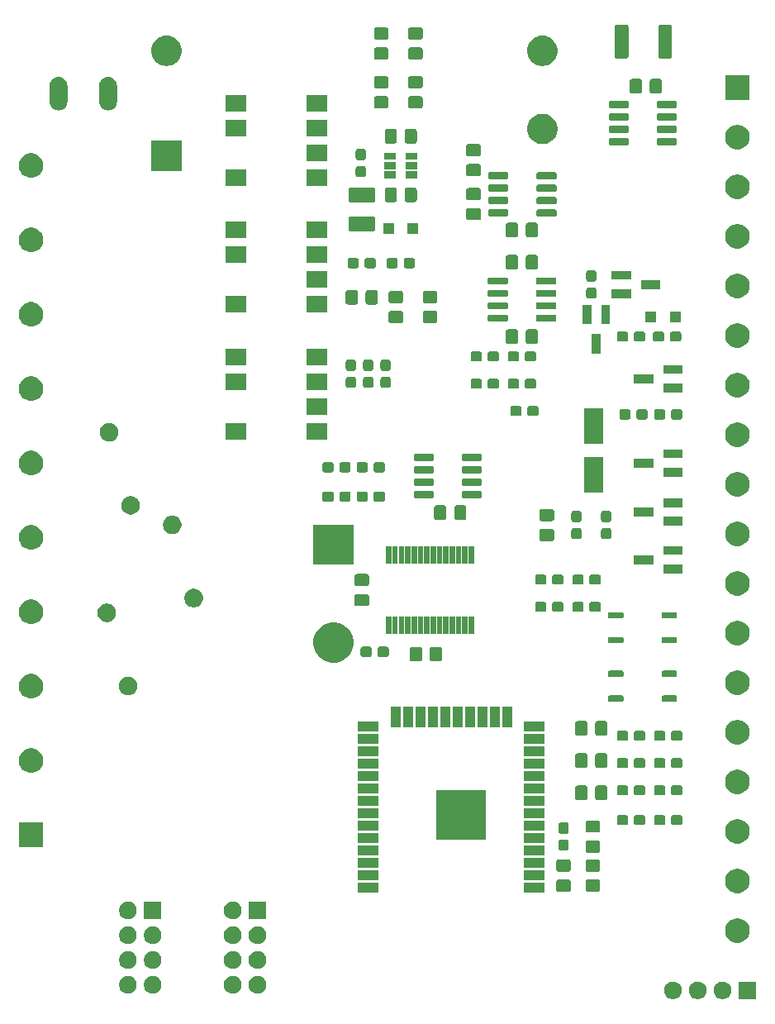
<source format=gbr>
G04 #@! TF.GenerationSoftware,KiCad,Pcbnew,(5.1.5)-3*
G04 #@! TF.CreationDate,2020-06-10T11:45:35+02:00*
G04 #@! TF.ProjectId,atmevse,61746d65-7673-4652-9e6b-696361645f70,rev?*
G04 #@! TF.SameCoordinates,Original*
G04 #@! TF.FileFunction,Soldermask,Top*
G04 #@! TF.FilePolarity,Negative*
%FSLAX46Y46*%
G04 Gerber Fmt 4.6, Leading zero omitted, Abs format (unit mm)*
G04 Created by KiCad (PCBNEW (5.1.5)-3) date 2020-06-10 11:45:35*
%MOMM*%
%LPD*%
G04 APERTURE LIST*
%ADD10C,0.100000*%
G04 APERTURE END LIST*
D10*
G36*
X188573000Y-145089000D02*
G01*
X186771000Y-145089000D01*
X186771000Y-143287000D01*
X188573000Y-143287000D01*
X188573000Y-145089000D01*
G37*
G36*
X185278765Y-143298541D02*
G01*
X185394812Y-143321624D01*
X185558784Y-143389544D01*
X185706354Y-143488147D01*
X185831853Y-143613646D01*
X185930456Y-143761216D01*
X185998376Y-143925188D01*
X186033000Y-144099259D01*
X186033000Y-144276741D01*
X185998376Y-144450812D01*
X185930456Y-144614784D01*
X185831853Y-144762354D01*
X185706354Y-144887853D01*
X185558784Y-144986456D01*
X185394812Y-145054376D01*
X185278765Y-145077459D01*
X185220743Y-145089000D01*
X185043257Y-145089000D01*
X184985235Y-145077459D01*
X184869188Y-145054376D01*
X184705216Y-144986456D01*
X184557646Y-144887853D01*
X184432147Y-144762354D01*
X184333544Y-144614784D01*
X184265624Y-144450812D01*
X184231000Y-144276741D01*
X184231000Y-144099259D01*
X184265624Y-143925188D01*
X184333544Y-143761216D01*
X184432147Y-143613646D01*
X184557646Y-143488147D01*
X184705216Y-143389544D01*
X184869188Y-143321624D01*
X184985235Y-143298541D01*
X185043257Y-143287000D01*
X185220743Y-143287000D01*
X185278765Y-143298541D01*
G37*
G36*
X180198765Y-143298541D02*
G01*
X180314812Y-143321624D01*
X180478784Y-143389544D01*
X180626354Y-143488147D01*
X180751853Y-143613646D01*
X180850456Y-143761216D01*
X180918376Y-143925188D01*
X180953000Y-144099259D01*
X180953000Y-144276741D01*
X180918376Y-144450812D01*
X180850456Y-144614784D01*
X180751853Y-144762354D01*
X180626354Y-144887853D01*
X180478784Y-144986456D01*
X180314812Y-145054376D01*
X180198765Y-145077459D01*
X180140743Y-145089000D01*
X179963257Y-145089000D01*
X179905235Y-145077459D01*
X179789188Y-145054376D01*
X179625216Y-144986456D01*
X179477646Y-144887853D01*
X179352147Y-144762354D01*
X179253544Y-144614784D01*
X179185624Y-144450812D01*
X179151000Y-144276741D01*
X179151000Y-144099259D01*
X179185624Y-143925188D01*
X179253544Y-143761216D01*
X179352147Y-143613646D01*
X179477646Y-143488147D01*
X179625216Y-143389544D01*
X179789188Y-143321624D01*
X179905235Y-143298541D01*
X179963257Y-143287000D01*
X180140743Y-143287000D01*
X180198765Y-143298541D01*
G37*
G36*
X182738765Y-143298541D02*
G01*
X182854812Y-143321624D01*
X183018784Y-143389544D01*
X183166354Y-143488147D01*
X183291853Y-143613646D01*
X183390456Y-143761216D01*
X183458376Y-143925188D01*
X183493000Y-144099259D01*
X183493000Y-144276741D01*
X183458376Y-144450812D01*
X183390456Y-144614784D01*
X183291853Y-144762354D01*
X183166354Y-144887853D01*
X183018784Y-144986456D01*
X182854812Y-145054376D01*
X182738765Y-145077459D01*
X182680743Y-145089000D01*
X182503257Y-145089000D01*
X182445235Y-145077459D01*
X182329188Y-145054376D01*
X182165216Y-144986456D01*
X182017646Y-144887853D01*
X181892147Y-144762354D01*
X181793544Y-144614784D01*
X181725624Y-144450812D01*
X181691000Y-144276741D01*
X181691000Y-144099259D01*
X181725624Y-143925188D01*
X181793544Y-143761216D01*
X181892147Y-143613646D01*
X182017646Y-143488147D01*
X182165216Y-143389544D01*
X182329188Y-143321624D01*
X182445235Y-143298541D01*
X182503257Y-143287000D01*
X182680743Y-143287000D01*
X182738765Y-143298541D01*
G37*
G36*
X124356765Y-142730541D02*
G01*
X124472812Y-142753624D01*
X124636784Y-142821544D01*
X124784354Y-142920147D01*
X124909853Y-143045646D01*
X125008456Y-143193216D01*
X125076376Y-143357188D01*
X125111000Y-143531259D01*
X125111000Y-143708741D01*
X125076376Y-143882812D01*
X125008456Y-144046784D01*
X124909853Y-144194354D01*
X124784354Y-144319853D01*
X124636784Y-144418456D01*
X124472812Y-144486376D01*
X124356765Y-144509459D01*
X124298743Y-144521000D01*
X124121257Y-144521000D01*
X124063235Y-144509459D01*
X123947188Y-144486376D01*
X123783216Y-144418456D01*
X123635646Y-144319853D01*
X123510147Y-144194354D01*
X123411544Y-144046784D01*
X123343624Y-143882812D01*
X123309000Y-143708741D01*
X123309000Y-143531259D01*
X123343624Y-143357188D01*
X123411544Y-143193216D01*
X123510147Y-143045646D01*
X123635646Y-142920147D01*
X123783216Y-142821544D01*
X123947188Y-142753624D01*
X124063235Y-142730541D01*
X124121257Y-142719000D01*
X124298743Y-142719000D01*
X124356765Y-142730541D01*
G37*
G36*
X126896765Y-142730541D02*
G01*
X127012812Y-142753624D01*
X127176784Y-142821544D01*
X127324354Y-142920147D01*
X127449853Y-143045646D01*
X127548456Y-143193216D01*
X127616376Y-143357188D01*
X127651000Y-143531259D01*
X127651000Y-143708741D01*
X127616376Y-143882812D01*
X127548456Y-144046784D01*
X127449853Y-144194354D01*
X127324354Y-144319853D01*
X127176784Y-144418456D01*
X127012812Y-144486376D01*
X126896765Y-144509459D01*
X126838743Y-144521000D01*
X126661257Y-144521000D01*
X126603235Y-144509459D01*
X126487188Y-144486376D01*
X126323216Y-144418456D01*
X126175646Y-144319853D01*
X126050147Y-144194354D01*
X125951544Y-144046784D01*
X125883624Y-143882812D01*
X125849000Y-143708741D01*
X125849000Y-143531259D01*
X125883624Y-143357188D01*
X125951544Y-143193216D01*
X126050147Y-143045646D01*
X126175646Y-142920147D01*
X126323216Y-142821544D01*
X126487188Y-142753624D01*
X126603235Y-142730541D01*
X126661257Y-142719000D01*
X126838743Y-142719000D01*
X126896765Y-142730541D01*
G37*
G36*
X137646765Y-142730541D02*
G01*
X137762812Y-142753624D01*
X137926784Y-142821544D01*
X138074354Y-142920147D01*
X138199853Y-143045646D01*
X138298456Y-143193216D01*
X138366376Y-143357188D01*
X138401000Y-143531259D01*
X138401000Y-143708741D01*
X138366376Y-143882812D01*
X138298456Y-144046784D01*
X138199853Y-144194354D01*
X138074354Y-144319853D01*
X137926784Y-144418456D01*
X137762812Y-144486376D01*
X137646765Y-144509459D01*
X137588743Y-144521000D01*
X137411257Y-144521000D01*
X137353235Y-144509459D01*
X137237188Y-144486376D01*
X137073216Y-144418456D01*
X136925646Y-144319853D01*
X136800147Y-144194354D01*
X136701544Y-144046784D01*
X136633624Y-143882812D01*
X136599000Y-143708741D01*
X136599000Y-143531259D01*
X136633624Y-143357188D01*
X136701544Y-143193216D01*
X136800147Y-143045646D01*
X136925646Y-142920147D01*
X137073216Y-142821544D01*
X137237188Y-142753624D01*
X137353235Y-142730541D01*
X137411257Y-142719000D01*
X137588743Y-142719000D01*
X137646765Y-142730541D01*
G37*
G36*
X135106765Y-142730541D02*
G01*
X135222812Y-142753624D01*
X135386784Y-142821544D01*
X135534354Y-142920147D01*
X135659853Y-143045646D01*
X135758456Y-143193216D01*
X135826376Y-143357188D01*
X135861000Y-143531259D01*
X135861000Y-143708741D01*
X135826376Y-143882812D01*
X135758456Y-144046784D01*
X135659853Y-144194354D01*
X135534354Y-144319853D01*
X135386784Y-144418456D01*
X135222812Y-144486376D01*
X135106765Y-144509459D01*
X135048743Y-144521000D01*
X134871257Y-144521000D01*
X134813235Y-144509459D01*
X134697188Y-144486376D01*
X134533216Y-144418456D01*
X134385646Y-144319853D01*
X134260147Y-144194354D01*
X134161544Y-144046784D01*
X134093624Y-143882812D01*
X134059000Y-143708741D01*
X134059000Y-143531259D01*
X134093624Y-143357188D01*
X134161544Y-143193216D01*
X134260147Y-143045646D01*
X134385646Y-142920147D01*
X134533216Y-142821544D01*
X134697188Y-142753624D01*
X134813235Y-142730541D01*
X134871257Y-142719000D01*
X135048743Y-142719000D01*
X135106765Y-142730541D01*
G37*
G36*
X135106765Y-140190541D02*
G01*
X135222812Y-140213624D01*
X135386784Y-140281544D01*
X135534354Y-140380147D01*
X135659853Y-140505646D01*
X135758456Y-140653216D01*
X135826376Y-140817188D01*
X135861000Y-140991259D01*
X135861000Y-141168741D01*
X135826376Y-141342812D01*
X135758456Y-141506784D01*
X135659853Y-141654354D01*
X135534354Y-141779853D01*
X135386784Y-141878456D01*
X135222812Y-141946376D01*
X135106765Y-141969459D01*
X135048743Y-141981000D01*
X134871257Y-141981000D01*
X134813235Y-141969459D01*
X134697188Y-141946376D01*
X134533216Y-141878456D01*
X134385646Y-141779853D01*
X134260147Y-141654354D01*
X134161544Y-141506784D01*
X134093624Y-141342812D01*
X134059000Y-141168741D01*
X134059000Y-140991259D01*
X134093624Y-140817188D01*
X134161544Y-140653216D01*
X134260147Y-140505646D01*
X134385646Y-140380147D01*
X134533216Y-140281544D01*
X134697188Y-140213624D01*
X134813235Y-140190541D01*
X134871257Y-140179000D01*
X135048743Y-140179000D01*
X135106765Y-140190541D01*
G37*
G36*
X124356765Y-140190541D02*
G01*
X124472812Y-140213624D01*
X124636784Y-140281544D01*
X124784354Y-140380147D01*
X124909853Y-140505646D01*
X125008456Y-140653216D01*
X125076376Y-140817188D01*
X125111000Y-140991259D01*
X125111000Y-141168741D01*
X125076376Y-141342812D01*
X125008456Y-141506784D01*
X124909853Y-141654354D01*
X124784354Y-141779853D01*
X124636784Y-141878456D01*
X124472812Y-141946376D01*
X124356765Y-141969459D01*
X124298743Y-141981000D01*
X124121257Y-141981000D01*
X124063235Y-141969459D01*
X123947188Y-141946376D01*
X123783216Y-141878456D01*
X123635646Y-141779853D01*
X123510147Y-141654354D01*
X123411544Y-141506784D01*
X123343624Y-141342812D01*
X123309000Y-141168741D01*
X123309000Y-140991259D01*
X123343624Y-140817188D01*
X123411544Y-140653216D01*
X123510147Y-140505646D01*
X123635646Y-140380147D01*
X123783216Y-140281544D01*
X123947188Y-140213624D01*
X124063235Y-140190541D01*
X124121257Y-140179000D01*
X124298743Y-140179000D01*
X124356765Y-140190541D01*
G37*
G36*
X126896765Y-140190541D02*
G01*
X127012812Y-140213624D01*
X127176784Y-140281544D01*
X127324354Y-140380147D01*
X127449853Y-140505646D01*
X127548456Y-140653216D01*
X127616376Y-140817188D01*
X127651000Y-140991259D01*
X127651000Y-141168741D01*
X127616376Y-141342812D01*
X127548456Y-141506784D01*
X127449853Y-141654354D01*
X127324354Y-141779853D01*
X127176784Y-141878456D01*
X127012812Y-141946376D01*
X126896765Y-141969459D01*
X126838743Y-141981000D01*
X126661257Y-141981000D01*
X126603235Y-141969459D01*
X126487188Y-141946376D01*
X126323216Y-141878456D01*
X126175646Y-141779853D01*
X126050147Y-141654354D01*
X125951544Y-141506784D01*
X125883624Y-141342812D01*
X125849000Y-141168741D01*
X125849000Y-140991259D01*
X125883624Y-140817188D01*
X125951544Y-140653216D01*
X126050147Y-140505646D01*
X126175646Y-140380147D01*
X126323216Y-140281544D01*
X126487188Y-140213624D01*
X126603235Y-140190541D01*
X126661257Y-140179000D01*
X126838743Y-140179000D01*
X126896765Y-140190541D01*
G37*
G36*
X137646765Y-140190541D02*
G01*
X137762812Y-140213624D01*
X137926784Y-140281544D01*
X138074354Y-140380147D01*
X138199853Y-140505646D01*
X138298456Y-140653216D01*
X138366376Y-140817188D01*
X138401000Y-140991259D01*
X138401000Y-141168741D01*
X138366376Y-141342812D01*
X138298456Y-141506784D01*
X138199853Y-141654354D01*
X138074354Y-141779853D01*
X137926784Y-141878456D01*
X137762812Y-141946376D01*
X137646765Y-141969459D01*
X137588743Y-141981000D01*
X137411257Y-141981000D01*
X137353235Y-141969459D01*
X137237188Y-141946376D01*
X137073216Y-141878456D01*
X136925646Y-141779853D01*
X136800147Y-141654354D01*
X136701544Y-141506784D01*
X136633624Y-141342812D01*
X136599000Y-141168741D01*
X136599000Y-140991259D01*
X136633624Y-140817188D01*
X136701544Y-140653216D01*
X136800147Y-140505646D01*
X136925646Y-140380147D01*
X137073216Y-140281544D01*
X137237188Y-140213624D01*
X137353235Y-140190541D01*
X137411257Y-140179000D01*
X137588743Y-140179000D01*
X137646765Y-140190541D01*
G37*
G36*
X124356765Y-137650541D02*
G01*
X124472812Y-137673624D01*
X124636784Y-137741544D01*
X124784354Y-137840147D01*
X124909853Y-137965646D01*
X125008456Y-138113216D01*
X125076376Y-138277188D01*
X125111000Y-138451259D01*
X125111000Y-138628741D01*
X125076376Y-138802812D01*
X125008456Y-138966784D01*
X124909853Y-139114354D01*
X124784354Y-139239853D01*
X124636784Y-139338456D01*
X124472812Y-139406376D01*
X124356765Y-139429459D01*
X124298743Y-139441000D01*
X124121257Y-139441000D01*
X124063235Y-139429459D01*
X123947188Y-139406376D01*
X123783216Y-139338456D01*
X123635646Y-139239853D01*
X123510147Y-139114354D01*
X123411544Y-138966784D01*
X123343624Y-138802812D01*
X123309000Y-138628741D01*
X123309000Y-138451259D01*
X123343624Y-138277188D01*
X123411544Y-138113216D01*
X123510147Y-137965646D01*
X123635646Y-137840147D01*
X123783216Y-137741544D01*
X123947188Y-137673624D01*
X124063235Y-137650541D01*
X124121257Y-137639000D01*
X124298743Y-137639000D01*
X124356765Y-137650541D01*
G37*
G36*
X126896765Y-137650541D02*
G01*
X127012812Y-137673624D01*
X127176784Y-137741544D01*
X127324354Y-137840147D01*
X127449853Y-137965646D01*
X127548456Y-138113216D01*
X127616376Y-138277188D01*
X127651000Y-138451259D01*
X127651000Y-138628741D01*
X127616376Y-138802812D01*
X127548456Y-138966784D01*
X127449853Y-139114354D01*
X127324354Y-139239853D01*
X127176784Y-139338456D01*
X127012812Y-139406376D01*
X126896765Y-139429459D01*
X126838743Y-139441000D01*
X126661257Y-139441000D01*
X126603235Y-139429459D01*
X126487188Y-139406376D01*
X126323216Y-139338456D01*
X126175646Y-139239853D01*
X126050147Y-139114354D01*
X125951544Y-138966784D01*
X125883624Y-138802812D01*
X125849000Y-138628741D01*
X125849000Y-138451259D01*
X125883624Y-138277188D01*
X125951544Y-138113216D01*
X126050147Y-137965646D01*
X126175646Y-137840147D01*
X126323216Y-137741544D01*
X126487188Y-137673624D01*
X126603235Y-137650541D01*
X126661257Y-137639000D01*
X126838743Y-137639000D01*
X126896765Y-137650541D01*
G37*
G36*
X135106765Y-137650541D02*
G01*
X135222812Y-137673624D01*
X135386784Y-137741544D01*
X135534354Y-137840147D01*
X135659853Y-137965646D01*
X135758456Y-138113216D01*
X135826376Y-138277188D01*
X135861000Y-138451259D01*
X135861000Y-138628741D01*
X135826376Y-138802812D01*
X135758456Y-138966784D01*
X135659853Y-139114354D01*
X135534354Y-139239853D01*
X135386784Y-139338456D01*
X135222812Y-139406376D01*
X135106765Y-139429459D01*
X135048743Y-139441000D01*
X134871257Y-139441000D01*
X134813235Y-139429459D01*
X134697188Y-139406376D01*
X134533216Y-139338456D01*
X134385646Y-139239853D01*
X134260147Y-139114354D01*
X134161544Y-138966784D01*
X134093624Y-138802812D01*
X134059000Y-138628741D01*
X134059000Y-138451259D01*
X134093624Y-138277188D01*
X134161544Y-138113216D01*
X134260147Y-137965646D01*
X134385646Y-137840147D01*
X134533216Y-137741544D01*
X134697188Y-137673624D01*
X134813235Y-137650541D01*
X134871257Y-137639000D01*
X135048743Y-137639000D01*
X135106765Y-137650541D01*
G37*
G36*
X137646765Y-137650541D02*
G01*
X137762812Y-137673624D01*
X137926784Y-137741544D01*
X138074354Y-137840147D01*
X138199853Y-137965646D01*
X138298456Y-138113216D01*
X138366376Y-138277188D01*
X138401000Y-138451259D01*
X138401000Y-138628741D01*
X138366376Y-138802812D01*
X138298456Y-138966784D01*
X138199853Y-139114354D01*
X138074354Y-139239853D01*
X137926784Y-139338456D01*
X137762812Y-139406376D01*
X137646765Y-139429459D01*
X137588743Y-139441000D01*
X137411257Y-139441000D01*
X137353235Y-139429459D01*
X137237188Y-139406376D01*
X137073216Y-139338456D01*
X136925646Y-139239853D01*
X136800147Y-139114354D01*
X136701544Y-138966784D01*
X136633624Y-138802812D01*
X136599000Y-138628741D01*
X136599000Y-138451259D01*
X136633624Y-138277188D01*
X136701544Y-138113216D01*
X136800147Y-137965646D01*
X136925646Y-137840147D01*
X137073216Y-137741544D01*
X137237188Y-137673624D01*
X137353235Y-137650541D01*
X137411257Y-137639000D01*
X137588743Y-137639000D01*
X137646765Y-137650541D01*
G37*
G36*
X187036901Y-136845074D02*
G01*
X187264573Y-136939379D01*
X187469465Y-137076284D01*
X187643716Y-137250535D01*
X187780621Y-137455427D01*
X187874926Y-137683099D01*
X187923000Y-137924785D01*
X187923000Y-138171215D01*
X187874926Y-138412901D01*
X187780621Y-138640573D01*
X187643716Y-138845465D01*
X187469465Y-139019716D01*
X187264573Y-139156621D01*
X187036901Y-139250926D01*
X186795215Y-139299000D01*
X186548785Y-139299000D01*
X186307099Y-139250926D01*
X186079427Y-139156621D01*
X185874535Y-139019716D01*
X185700284Y-138845465D01*
X185563379Y-138640573D01*
X185469074Y-138412901D01*
X185421000Y-138171215D01*
X185421000Y-137924785D01*
X185469074Y-137683099D01*
X185563379Y-137455427D01*
X185700284Y-137250535D01*
X185874535Y-137076284D01*
X186079427Y-136939379D01*
X186307099Y-136845074D01*
X186548785Y-136797000D01*
X186795215Y-136797000D01*
X187036901Y-136845074D01*
G37*
G36*
X138401000Y-136901000D02*
G01*
X136599000Y-136901000D01*
X136599000Y-135099000D01*
X138401000Y-135099000D01*
X138401000Y-136901000D01*
G37*
G36*
X127651000Y-136901000D02*
G01*
X125849000Y-136901000D01*
X125849000Y-135099000D01*
X127651000Y-135099000D01*
X127651000Y-136901000D01*
G37*
G36*
X135106765Y-135110541D02*
G01*
X135222812Y-135133624D01*
X135386784Y-135201544D01*
X135534354Y-135300147D01*
X135659853Y-135425646D01*
X135758456Y-135573216D01*
X135826376Y-135737188D01*
X135861000Y-135911259D01*
X135861000Y-136088741D01*
X135826376Y-136262812D01*
X135758456Y-136426784D01*
X135659853Y-136574354D01*
X135534354Y-136699853D01*
X135386784Y-136798456D01*
X135222812Y-136866376D01*
X135106765Y-136889459D01*
X135048743Y-136901000D01*
X134871257Y-136901000D01*
X134813235Y-136889459D01*
X134697188Y-136866376D01*
X134533216Y-136798456D01*
X134385646Y-136699853D01*
X134260147Y-136574354D01*
X134161544Y-136426784D01*
X134093624Y-136262812D01*
X134059000Y-136088741D01*
X134059000Y-135911259D01*
X134093624Y-135737188D01*
X134161544Y-135573216D01*
X134260147Y-135425646D01*
X134385646Y-135300147D01*
X134533216Y-135201544D01*
X134697188Y-135133624D01*
X134813235Y-135110541D01*
X134871257Y-135099000D01*
X135048743Y-135099000D01*
X135106765Y-135110541D01*
G37*
G36*
X124356765Y-135110541D02*
G01*
X124472812Y-135133624D01*
X124636784Y-135201544D01*
X124784354Y-135300147D01*
X124909853Y-135425646D01*
X125008456Y-135573216D01*
X125076376Y-135737188D01*
X125111000Y-135911259D01*
X125111000Y-136088741D01*
X125076376Y-136262812D01*
X125008456Y-136426784D01*
X124909853Y-136574354D01*
X124784354Y-136699853D01*
X124636784Y-136798456D01*
X124472812Y-136866376D01*
X124356765Y-136889459D01*
X124298743Y-136901000D01*
X124121257Y-136901000D01*
X124063235Y-136889459D01*
X123947188Y-136866376D01*
X123783216Y-136798456D01*
X123635646Y-136699853D01*
X123510147Y-136574354D01*
X123411544Y-136426784D01*
X123343624Y-136262812D01*
X123309000Y-136088741D01*
X123309000Y-135911259D01*
X123343624Y-135737188D01*
X123411544Y-135573216D01*
X123510147Y-135425646D01*
X123635646Y-135300147D01*
X123783216Y-135201544D01*
X123947188Y-135133624D01*
X124063235Y-135110541D01*
X124121257Y-135099000D01*
X124298743Y-135099000D01*
X124356765Y-135110541D01*
G37*
G36*
X187036901Y-131765074D02*
G01*
X187264573Y-131859379D01*
X187469465Y-131996284D01*
X187643716Y-132170535D01*
X187780621Y-132375427D01*
X187874926Y-132603099D01*
X187923000Y-132844785D01*
X187923000Y-133091215D01*
X187874926Y-133332901D01*
X187780621Y-133560573D01*
X187643716Y-133765465D01*
X187469465Y-133939716D01*
X187264573Y-134076621D01*
X187264572Y-134076622D01*
X187264571Y-134076622D01*
X187150737Y-134123773D01*
X187036901Y-134170926D01*
X186795215Y-134219000D01*
X186548785Y-134219000D01*
X186307099Y-134170926D01*
X186193263Y-134123773D01*
X186079429Y-134076622D01*
X186079428Y-134076622D01*
X186079427Y-134076621D01*
X185874535Y-133939716D01*
X185700284Y-133765465D01*
X185563379Y-133560573D01*
X185469074Y-133332901D01*
X185421000Y-133091215D01*
X185421000Y-132844785D01*
X185469074Y-132603099D01*
X185563379Y-132375427D01*
X185700284Y-132170535D01*
X185874535Y-131996284D01*
X186079427Y-131859379D01*
X186307099Y-131765074D01*
X186548785Y-131717000D01*
X186795215Y-131717000D01*
X187036901Y-131765074D01*
G37*
G36*
X166905000Y-134190000D02*
G01*
X164803000Y-134190000D01*
X164803000Y-133188000D01*
X166905000Y-133188000D01*
X166905000Y-134190000D01*
G37*
G36*
X149905000Y-134190000D02*
G01*
X147803000Y-134190000D01*
X147803000Y-133188000D01*
X149905000Y-133188000D01*
X149905000Y-134190000D01*
G37*
G36*
X172406356Y-132837955D02*
G01*
X172452599Y-132851982D01*
X172495219Y-132874763D01*
X172532578Y-132905422D01*
X172563237Y-132942781D01*
X172586018Y-132985401D01*
X172600045Y-133031644D01*
X172605000Y-133081947D01*
X172605000Y-133836053D01*
X172600045Y-133886356D01*
X172586018Y-133932599D01*
X172563237Y-133975219D01*
X172532578Y-134012578D01*
X172495219Y-134043237D01*
X172452599Y-134066018D01*
X172406356Y-134080045D01*
X172356053Y-134085000D01*
X171351947Y-134085000D01*
X171301644Y-134080045D01*
X171255401Y-134066018D01*
X171212781Y-134043237D01*
X171175422Y-134012578D01*
X171144763Y-133975219D01*
X171121982Y-133932599D01*
X171107955Y-133886356D01*
X171103000Y-133836053D01*
X171103000Y-133081947D01*
X171107955Y-133031644D01*
X171121982Y-132985401D01*
X171144763Y-132942781D01*
X171175422Y-132905422D01*
X171212781Y-132874763D01*
X171255401Y-132851982D01*
X171301644Y-132837955D01*
X171351947Y-132833000D01*
X172356053Y-132833000D01*
X172406356Y-132837955D01*
G37*
G36*
X169406356Y-132837955D02*
G01*
X169452599Y-132851982D01*
X169495219Y-132874763D01*
X169532578Y-132905422D01*
X169563237Y-132942781D01*
X169586018Y-132985401D01*
X169600045Y-133031644D01*
X169605000Y-133081947D01*
X169605000Y-133836053D01*
X169600045Y-133886356D01*
X169586018Y-133932599D01*
X169563237Y-133975219D01*
X169532578Y-134012578D01*
X169495219Y-134043237D01*
X169452599Y-134066018D01*
X169406356Y-134080045D01*
X169356053Y-134085000D01*
X168351947Y-134085000D01*
X168301644Y-134080045D01*
X168255401Y-134066018D01*
X168212781Y-134043237D01*
X168175422Y-134012578D01*
X168144763Y-133975219D01*
X168121982Y-133932599D01*
X168107955Y-133886356D01*
X168103000Y-133836053D01*
X168103000Y-133081947D01*
X168107955Y-133031644D01*
X168121982Y-132985401D01*
X168144763Y-132942781D01*
X168175422Y-132905422D01*
X168212781Y-132874763D01*
X168255401Y-132851982D01*
X168301644Y-132837955D01*
X168351947Y-132833000D01*
X169356053Y-132833000D01*
X169406356Y-132837955D01*
G37*
G36*
X166905000Y-132920000D02*
G01*
X164803000Y-132920000D01*
X164803000Y-131918000D01*
X166905000Y-131918000D01*
X166905000Y-132920000D01*
G37*
G36*
X149905000Y-132920000D02*
G01*
X147803000Y-132920000D01*
X147803000Y-131918000D01*
X149905000Y-131918000D01*
X149905000Y-132920000D01*
G37*
G36*
X169406356Y-130787955D02*
G01*
X169452599Y-130801982D01*
X169495219Y-130824763D01*
X169532578Y-130855422D01*
X169563237Y-130892781D01*
X169586018Y-130935401D01*
X169600045Y-130981644D01*
X169605000Y-131031947D01*
X169605000Y-131786053D01*
X169600045Y-131836356D01*
X169586018Y-131882599D01*
X169563237Y-131925219D01*
X169532578Y-131962578D01*
X169495219Y-131993237D01*
X169452599Y-132016018D01*
X169406356Y-132030045D01*
X169356053Y-132035000D01*
X168351947Y-132035000D01*
X168301644Y-132030045D01*
X168255401Y-132016018D01*
X168212781Y-131993237D01*
X168175422Y-131962578D01*
X168144763Y-131925219D01*
X168121982Y-131882599D01*
X168107955Y-131836356D01*
X168103000Y-131786053D01*
X168103000Y-131031947D01*
X168107955Y-130981644D01*
X168121982Y-130935401D01*
X168144763Y-130892781D01*
X168175422Y-130855422D01*
X168212781Y-130824763D01*
X168255401Y-130801982D01*
X168301644Y-130787955D01*
X168351947Y-130783000D01*
X169356053Y-130783000D01*
X169406356Y-130787955D01*
G37*
G36*
X172406356Y-130787955D02*
G01*
X172452599Y-130801982D01*
X172495219Y-130824763D01*
X172532578Y-130855422D01*
X172563237Y-130892781D01*
X172586018Y-130935401D01*
X172600045Y-130981644D01*
X172605000Y-131031947D01*
X172605000Y-131786053D01*
X172600045Y-131836356D01*
X172586018Y-131882599D01*
X172563237Y-131925219D01*
X172532578Y-131962578D01*
X172495219Y-131993237D01*
X172452599Y-132016018D01*
X172406356Y-132030045D01*
X172356053Y-132035000D01*
X171351947Y-132035000D01*
X171301644Y-132030045D01*
X171255401Y-132016018D01*
X171212781Y-131993237D01*
X171175422Y-131962578D01*
X171144763Y-131925219D01*
X171121982Y-131882599D01*
X171107955Y-131836356D01*
X171103000Y-131786053D01*
X171103000Y-131031947D01*
X171107955Y-130981644D01*
X171121982Y-130935401D01*
X171144763Y-130892781D01*
X171175422Y-130855422D01*
X171212781Y-130824763D01*
X171255401Y-130801982D01*
X171301644Y-130787955D01*
X171351947Y-130783000D01*
X172356053Y-130783000D01*
X172406356Y-130787955D01*
G37*
G36*
X166905000Y-131650000D02*
G01*
X164803000Y-131650000D01*
X164803000Y-130648000D01*
X166905000Y-130648000D01*
X166905000Y-131650000D01*
G37*
G36*
X149905000Y-131650000D02*
G01*
X147803000Y-131650000D01*
X147803000Y-130648000D01*
X149905000Y-130648000D01*
X149905000Y-131650000D01*
G37*
G36*
X166905000Y-130380000D02*
G01*
X164803000Y-130380000D01*
X164803000Y-129378000D01*
X166905000Y-129378000D01*
X166905000Y-130380000D01*
G37*
G36*
X149905000Y-130380000D02*
G01*
X147803000Y-130380000D01*
X147803000Y-129378000D01*
X149905000Y-129378000D01*
X149905000Y-130380000D01*
G37*
G36*
X172406356Y-128837955D02*
G01*
X172452599Y-128851982D01*
X172495219Y-128874763D01*
X172532578Y-128905422D01*
X172563237Y-128942781D01*
X172586018Y-128985401D01*
X172600045Y-129031644D01*
X172605000Y-129081947D01*
X172605000Y-129836053D01*
X172600045Y-129886356D01*
X172586018Y-129932599D01*
X172563237Y-129975219D01*
X172532578Y-130012578D01*
X172495219Y-130043237D01*
X172452599Y-130066018D01*
X172406356Y-130080045D01*
X172356053Y-130085000D01*
X171351947Y-130085000D01*
X171301644Y-130080045D01*
X171255401Y-130066018D01*
X171212781Y-130043237D01*
X171175422Y-130012578D01*
X171144763Y-129975219D01*
X171121982Y-129932599D01*
X171107955Y-129886356D01*
X171103000Y-129836053D01*
X171103000Y-129081947D01*
X171107955Y-129031644D01*
X171121982Y-128985401D01*
X171144763Y-128942781D01*
X171175422Y-128905422D01*
X171212781Y-128874763D01*
X171255401Y-128851982D01*
X171301644Y-128837955D01*
X171351947Y-128833000D01*
X172356053Y-128833000D01*
X172406356Y-128837955D01*
G37*
G36*
X169186373Y-128737834D02*
G01*
X169231454Y-128751509D01*
X169272994Y-128773713D01*
X169309405Y-128803595D01*
X169339287Y-128840006D01*
X169361491Y-128881546D01*
X169375166Y-128926627D01*
X169380000Y-128975708D01*
X169380000Y-129642292D01*
X169375166Y-129691373D01*
X169361491Y-129736454D01*
X169339287Y-129777994D01*
X169309405Y-129814405D01*
X169272994Y-129844287D01*
X169231454Y-129866491D01*
X169186373Y-129880166D01*
X169137292Y-129885000D01*
X168570708Y-129885000D01*
X168521627Y-129880166D01*
X168476546Y-129866491D01*
X168435006Y-129844287D01*
X168398595Y-129814405D01*
X168368713Y-129777994D01*
X168346509Y-129736454D01*
X168332834Y-129691373D01*
X168328000Y-129642292D01*
X168328000Y-128975708D01*
X168332834Y-128926627D01*
X168346509Y-128881546D01*
X168368713Y-128840006D01*
X168398595Y-128803595D01*
X168435006Y-128773713D01*
X168476546Y-128751509D01*
X168521627Y-128737834D01*
X168570708Y-128733000D01*
X169137292Y-128733000D01*
X169186373Y-128737834D01*
G37*
G36*
X115551000Y-129521000D02*
G01*
X113049000Y-129521000D01*
X113049000Y-127019000D01*
X115551000Y-127019000D01*
X115551000Y-129521000D01*
G37*
G36*
X187036901Y-126685074D02*
G01*
X187264573Y-126779379D01*
X187469465Y-126916284D01*
X187643716Y-127090535D01*
X187780621Y-127295427D01*
X187874926Y-127523099D01*
X187923000Y-127764785D01*
X187923000Y-128011215D01*
X187874926Y-128252901D01*
X187780621Y-128480573D01*
X187643716Y-128685465D01*
X187469465Y-128859716D01*
X187264573Y-128996621D01*
X187264572Y-128996622D01*
X187264571Y-128996622D01*
X187180020Y-129031644D01*
X187036901Y-129090926D01*
X186795215Y-129139000D01*
X186548785Y-129139000D01*
X186307099Y-129090926D01*
X186163980Y-129031644D01*
X186079429Y-128996622D01*
X186079428Y-128996622D01*
X186079427Y-128996621D01*
X185874535Y-128859716D01*
X185700284Y-128685465D01*
X185563379Y-128480573D01*
X185469074Y-128252901D01*
X185421000Y-128011215D01*
X185421000Y-127764785D01*
X185469074Y-127523099D01*
X185563379Y-127295427D01*
X185700284Y-127090535D01*
X185874535Y-126916284D01*
X186079427Y-126779379D01*
X186307099Y-126685074D01*
X186548785Y-126637000D01*
X186795215Y-126637000D01*
X187036901Y-126685074D01*
G37*
G36*
X149905000Y-129110000D02*
G01*
X147803000Y-129110000D01*
X147803000Y-128108000D01*
X149905000Y-128108000D01*
X149905000Y-129110000D01*
G37*
G36*
X166905000Y-129110000D02*
G01*
X164803000Y-129110000D01*
X164803000Y-128108000D01*
X166905000Y-128108000D01*
X166905000Y-129110000D01*
G37*
G36*
X160905000Y-128740000D02*
G01*
X155803000Y-128740000D01*
X155803000Y-123638000D01*
X160905000Y-123638000D01*
X160905000Y-128740000D01*
G37*
G36*
X169186373Y-126987834D02*
G01*
X169231454Y-127001509D01*
X169272994Y-127023713D01*
X169309405Y-127053595D01*
X169339287Y-127090006D01*
X169361491Y-127131546D01*
X169375166Y-127176627D01*
X169380000Y-127225708D01*
X169380000Y-127892292D01*
X169375166Y-127941373D01*
X169361491Y-127986454D01*
X169339287Y-128027994D01*
X169309405Y-128064405D01*
X169272994Y-128094287D01*
X169231454Y-128116491D01*
X169186373Y-128130166D01*
X169137292Y-128135000D01*
X168570708Y-128135000D01*
X168521627Y-128130166D01*
X168476546Y-128116491D01*
X168435006Y-128094287D01*
X168398595Y-128064405D01*
X168368713Y-128027994D01*
X168346509Y-127986454D01*
X168332834Y-127941373D01*
X168328000Y-127892292D01*
X168328000Y-127225708D01*
X168332834Y-127176627D01*
X168346509Y-127131546D01*
X168368713Y-127090006D01*
X168398595Y-127053595D01*
X168435006Y-127023713D01*
X168476546Y-127001509D01*
X168521627Y-126987834D01*
X168570708Y-126983000D01*
X169137292Y-126983000D01*
X169186373Y-126987834D01*
G37*
G36*
X172406356Y-126787955D02*
G01*
X172452599Y-126801982D01*
X172495219Y-126824763D01*
X172532578Y-126855422D01*
X172563237Y-126892781D01*
X172586018Y-126935401D01*
X172600045Y-126981644D01*
X172605000Y-127031947D01*
X172605000Y-127786053D01*
X172600045Y-127836356D01*
X172586018Y-127882599D01*
X172563237Y-127925219D01*
X172532578Y-127962578D01*
X172495219Y-127993237D01*
X172452599Y-128016018D01*
X172406356Y-128030045D01*
X172356053Y-128035000D01*
X171351947Y-128035000D01*
X171301644Y-128030045D01*
X171255401Y-128016018D01*
X171212781Y-127993237D01*
X171175422Y-127962578D01*
X171144763Y-127925219D01*
X171121982Y-127882599D01*
X171107955Y-127836356D01*
X171103000Y-127786053D01*
X171103000Y-127031947D01*
X171107955Y-126981644D01*
X171121982Y-126935401D01*
X171144763Y-126892781D01*
X171175422Y-126855422D01*
X171212781Y-126824763D01*
X171255401Y-126801982D01*
X171301644Y-126787955D01*
X171351947Y-126783000D01*
X172356053Y-126783000D01*
X172406356Y-126787955D01*
G37*
G36*
X149905000Y-127840000D02*
G01*
X147803000Y-127840000D01*
X147803000Y-126838000D01*
X149905000Y-126838000D01*
X149905000Y-127840000D01*
G37*
G36*
X166905000Y-127840000D02*
G01*
X164803000Y-127840000D01*
X164803000Y-126838000D01*
X166905000Y-126838000D01*
X166905000Y-127840000D01*
G37*
G36*
X177025373Y-126224834D02*
G01*
X177070454Y-126238509D01*
X177111994Y-126260713D01*
X177148405Y-126290595D01*
X177178287Y-126327006D01*
X177200491Y-126368546D01*
X177214166Y-126413627D01*
X177219000Y-126462708D01*
X177219000Y-127029292D01*
X177214166Y-127078373D01*
X177200491Y-127123454D01*
X177178287Y-127164994D01*
X177148405Y-127201405D01*
X177111994Y-127231287D01*
X177070454Y-127253491D01*
X177025373Y-127267166D01*
X176976292Y-127272000D01*
X176309708Y-127272000D01*
X176260627Y-127267166D01*
X176215546Y-127253491D01*
X176174006Y-127231287D01*
X176137595Y-127201405D01*
X176107713Y-127164994D01*
X176085509Y-127123454D01*
X176071834Y-127078373D01*
X176067000Y-127029292D01*
X176067000Y-126462708D01*
X176071834Y-126413627D01*
X176085509Y-126368546D01*
X176107713Y-126327006D01*
X176137595Y-126290595D01*
X176174006Y-126260713D01*
X176215546Y-126238509D01*
X176260627Y-126224834D01*
X176309708Y-126220000D01*
X176976292Y-126220000D01*
X177025373Y-126224834D01*
G37*
G36*
X179085373Y-126224834D02*
G01*
X179130454Y-126238509D01*
X179171994Y-126260713D01*
X179208405Y-126290595D01*
X179238287Y-126327006D01*
X179260491Y-126368546D01*
X179274166Y-126413627D01*
X179279000Y-126462708D01*
X179279000Y-127029292D01*
X179274166Y-127078373D01*
X179260491Y-127123454D01*
X179238287Y-127164994D01*
X179208405Y-127201405D01*
X179171994Y-127231287D01*
X179130454Y-127253491D01*
X179085373Y-127267166D01*
X179036292Y-127272000D01*
X178369708Y-127272000D01*
X178320627Y-127267166D01*
X178275546Y-127253491D01*
X178234006Y-127231287D01*
X178197595Y-127201405D01*
X178167713Y-127164994D01*
X178145509Y-127123454D01*
X178131834Y-127078373D01*
X178127000Y-127029292D01*
X178127000Y-126462708D01*
X178131834Y-126413627D01*
X178145509Y-126368546D01*
X178167713Y-126327006D01*
X178197595Y-126290595D01*
X178234006Y-126260713D01*
X178275546Y-126238509D01*
X178320627Y-126224834D01*
X178369708Y-126220000D01*
X179036292Y-126220000D01*
X179085373Y-126224834D01*
G37*
G36*
X175275373Y-126224834D02*
G01*
X175320454Y-126238509D01*
X175361994Y-126260713D01*
X175398405Y-126290595D01*
X175428287Y-126327006D01*
X175450491Y-126368546D01*
X175464166Y-126413627D01*
X175469000Y-126462708D01*
X175469000Y-127029292D01*
X175464166Y-127078373D01*
X175450491Y-127123454D01*
X175428287Y-127164994D01*
X175398405Y-127201405D01*
X175361994Y-127231287D01*
X175320454Y-127253491D01*
X175275373Y-127267166D01*
X175226292Y-127272000D01*
X174559708Y-127272000D01*
X174510627Y-127267166D01*
X174465546Y-127253491D01*
X174424006Y-127231287D01*
X174387595Y-127201405D01*
X174357713Y-127164994D01*
X174335509Y-127123454D01*
X174321834Y-127078373D01*
X174317000Y-127029292D01*
X174317000Y-126462708D01*
X174321834Y-126413627D01*
X174335509Y-126368546D01*
X174357713Y-126327006D01*
X174387595Y-126290595D01*
X174424006Y-126260713D01*
X174465546Y-126238509D01*
X174510627Y-126224834D01*
X174559708Y-126220000D01*
X175226292Y-126220000D01*
X175275373Y-126224834D01*
G37*
G36*
X180835373Y-126224834D02*
G01*
X180880454Y-126238509D01*
X180921994Y-126260713D01*
X180958405Y-126290595D01*
X180988287Y-126327006D01*
X181010491Y-126368546D01*
X181024166Y-126413627D01*
X181029000Y-126462708D01*
X181029000Y-127029292D01*
X181024166Y-127078373D01*
X181010491Y-127123454D01*
X180988287Y-127164994D01*
X180958405Y-127201405D01*
X180921994Y-127231287D01*
X180880454Y-127253491D01*
X180835373Y-127267166D01*
X180786292Y-127272000D01*
X180119708Y-127272000D01*
X180070627Y-127267166D01*
X180025546Y-127253491D01*
X179984006Y-127231287D01*
X179947595Y-127201405D01*
X179917713Y-127164994D01*
X179895509Y-127123454D01*
X179881834Y-127078373D01*
X179877000Y-127029292D01*
X179877000Y-126462708D01*
X179881834Y-126413627D01*
X179895509Y-126368546D01*
X179917713Y-126327006D01*
X179947595Y-126290595D01*
X179984006Y-126260713D01*
X180025546Y-126238509D01*
X180070627Y-126224834D01*
X180119708Y-126220000D01*
X180786292Y-126220000D01*
X180835373Y-126224834D01*
G37*
G36*
X149905000Y-126570000D02*
G01*
X147803000Y-126570000D01*
X147803000Y-125568000D01*
X149905000Y-125568000D01*
X149905000Y-126570000D01*
G37*
G36*
X166905000Y-126570000D02*
G01*
X164803000Y-126570000D01*
X164803000Y-125568000D01*
X166905000Y-125568000D01*
X166905000Y-126570000D01*
G37*
G36*
X149905000Y-125300000D02*
G01*
X147803000Y-125300000D01*
X147803000Y-124298000D01*
X149905000Y-124298000D01*
X149905000Y-125300000D01*
G37*
G36*
X166905000Y-125300000D02*
G01*
X164803000Y-125300000D01*
X164803000Y-124298000D01*
X166905000Y-124298000D01*
X166905000Y-125300000D01*
G37*
G36*
X171106356Y-123205955D02*
G01*
X171152599Y-123219982D01*
X171195219Y-123242763D01*
X171232578Y-123273422D01*
X171263237Y-123310781D01*
X171286018Y-123353401D01*
X171300045Y-123399644D01*
X171305000Y-123449947D01*
X171305000Y-124454053D01*
X171300045Y-124504356D01*
X171286018Y-124550599D01*
X171263237Y-124593219D01*
X171232578Y-124630578D01*
X171195219Y-124661237D01*
X171152599Y-124684018D01*
X171106356Y-124698045D01*
X171056053Y-124703000D01*
X170301947Y-124703000D01*
X170251644Y-124698045D01*
X170205401Y-124684018D01*
X170162781Y-124661237D01*
X170125422Y-124630578D01*
X170094763Y-124593219D01*
X170071982Y-124550599D01*
X170057955Y-124504356D01*
X170053000Y-124454053D01*
X170053000Y-123449947D01*
X170057955Y-123399644D01*
X170071982Y-123353401D01*
X170094763Y-123310781D01*
X170125422Y-123273422D01*
X170162781Y-123242763D01*
X170205401Y-123219982D01*
X170251644Y-123205955D01*
X170301947Y-123201000D01*
X171056053Y-123201000D01*
X171106356Y-123205955D01*
G37*
G36*
X173156356Y-123205955D02*
G01*
X173202599Y-123219982D01*
X173245219Y-123242763D01*
X173282578Y-123273422D01*
X173313237Y-123310781D01*
X173336018Y-123353401D01*
X173350045Y-123399644D01*
X173355000Y-123449947D01*
X173355000Y-124454053D01*
X173350045Y-124504356D01*
X173336018Y-124550599D01*
X173313237Y-124593219D01*
X173282578Y-124630578D01*
X173245219Y-124661237D01*
X173202599Y-124684018D01*
X173156356Y-124698045D01*
X173106053Y-124703000D01*
X172351947Y-124703000D01*
X172301644Y-124698045D01*
X172255401Y-124684018D01*
X172212781Y-124661237D01*
X172175422Y-124630578D01*
X172144763Y-124593219D01*
X172121982Y-124550599D01*
X172107955Y-124504356D01*
X172103000Y-124454053D01*
X172103000Y-123449947D01*
X172107955Y-123399644D01*
X172121982Y-123353401D01*
X172144763Y-123310781D01*
X172175422Y-123273422D01*
X172212781Y-123242763D01*
X172255401Y-123219982D01*
X172301644Y-123205955D01*
X172351947Y-123201000D01*
X173106053Y-123201000D01*
X173156356Y-123205955D01*
G37*
G36*
X175275373Y-123176834D02*
G01*
X175320454Y-123190509D01*
X175361994Y-123212713D01*
X175398405Y-123242595D01*
X175428287Y-123279006D01*
X175450491Y-123320546D01*
X175464166Y-123365627D01*
X175469000Y-123414708D01*
X175469000Y-123981292D01*
X175464166Y-124030373D01*
X175450491Y-124075454D01*
X175428287Y-124116994D01*
X175398405Y-124153405D01*
X175361994Y-124183287D01*
X175320454Y-124205491D01*
X175275373Y-124219166D01*
X175226292Y-124224000D01*
X174559708Y-124224000D01*
X174510627Y-124219166D01*
X174465546Y-124205491D01*
X174424006Y-124183287D01*
X174387595Y-124153405D01*
X174357713Y-124116994D01*
X174335509Y-124075454D01*
X174321834Y-124030373D01*
X174317000Y-123981292D01*
X174317000Y-123414708D01*
X174321834Y-123365627D01*
X174335509Y-123320546D01*
X174357713Y-123279006D01*
X174387595Y-123242595D01*
X174424006Y-123212713D01*
X174465546Y-123190509D01*
X174510627Y-123176834D01*
X174559708Y-123172000D01*
X175226292Y-123172000D01*
X175275373Y-123176834D01*
G37*
G36*
X177025373Y-123176834D02*
G01*
X177070454Y-123190509D01*
X177111994Y-123212713D01*
X177148405Y-123242595D01*
X177178287Y-123279006D01*
X177200491Y-123320546D01*
X177214166Y-123365627D01*
X177219000Y-123414708D01*
X177219000Y-123981292D01*
X177214166Y-124030373D01*
X177200491Y-124075454D01*
X177178287Y-124116994D01*
X177148405Y-124153405D01*
X177111994Y-124183287D01*
X177070454Y-124205491D01*
X177025373Y-124219166D01*
X176976292Y-124224000D01*
X176309708Y-124224000D01*
X176260627Y-124219166D01*
X176215546Y-124205491D01*
X176174006Y-124183287D01*
X176137595Y-124153405D01*
X176107713Y-124116994D01*
X176085509Y-124075454D01*
X176071834Y-124030373D01*
X176067000Y-123981292D01*
X176067000Y-123414708D01*
X176071834Y-123365627D01*
X176085509Y-123320546D01*
X176107713Y-123279006D01*
X176137595Y-123242595D01*
X176174006Y-123212713D01*
X176215546Y-123190509D01*
X176260627Y-123176834D01*
X176309708Y-123172000D01*
X176976292Y-123172000D01*
X177025373Y-123176834D01*
G37*
G36*
X179085373Y-123176834D02*
G01*
X179130454Y-123190509D01*
X179171994Y-123212713D01*
X179208405Y-123242595D01*
X179238287Y-123279006D01*
X179260491Y-123320546D01*
X179274166Y-123365627D01*
X179279000Y-123414708D01*
X179279000Y-123981292D01*
X179274166Y-124030373D01*
X179260491Y-124075454D01*
X179238287Y-124116994D01*
X179208405Y-124153405D01*
X179171994Y-124183287D01*
X179130454Y-124205491D01*
X179085373Y-124219166D01*
X179036292Y-124224000D01*
X178369708Y-124224000D01*
X178320627Y-124219166D01*
X178275546Y-124205491D01*
X178234006Y-124183287D01*
X178197595Y-124153405D01*
X178167713Y-124116994D01*
X178145509Y-124075454D01*
X178131834Y-124030373D01*
X178127000Y-123981292D01*
X178127000Y-123414708D01*
X178131834Y-123365627D01*
X178145509Y-123320546D01*
X178167713Y-123279006D01*
X178197595Y-123242595D01*
X178234006Y-123212713D01*
X178275546Y-123190509D01*
X178320627Y-123176834D01*
X178369708Y-123172000D01*
X179036292Y-123172000D01*
X179085373Y-123176834D01*
G37*
G36*
X180835373Y-123176834D02*
G01*
X180880454Y-123190509D01*
X180921994Y-123212713D01*
X180958405Y-123242595D01*
X180988287Y-123279006D01*
X181010491Y-123320546D01*
X181024166Y-123365627D01*
X181029000Y-123414708D01*
X181029000Y-123981292D01*
X181024166Y-124030373D01*
X181010491Y-124075454D01*
X180988287Y-124116994D01*
X180958405Y-124153405D01*
X180921994Y-124183287D01*
X180880454Y-124205491D01*
X180835373Y-124219166D01*
X180786292Y-124224000D01*
X180119708Y-124224000D01*
X180070627Y-124219166D01*
X180025546Y-124205491D01*
X179984006Y-124183287D01*
X179947595Y-124153405D01*
X179917713Y-124116994D01*
X179895509Y-124075454D01*
X179881834Y-124030373D01*
X179877000Y-123981292D01*
X179877000Y-123414708D01*
X179881834Y-123365627D01*
X179895509Y-123320546D01*
X179917713Y-123279006D01*
X179947595Y-123242595D01*
X179984006Y-123212713D01*
X180025546Y-123190509D01*
X180070627Y-123176834D01*
X180119708Y-123172000D01*
X180786292Y-123172000D01*
X180835373Y-123176834D01*
G37*
G36*
X187036901Y-121605074D02*
G01*
X187264573Y-121699379D01*
X187469465Y-121836284D01*
X187643716Y-122010535D01*
X187780621Y-122215427D01*
X187874926Y-122443099D01*
X187923000Y-122684785D01*
X187923000Y-122931215D01*
X187874926Y-123172901D01*
X187780621Y-123400573D01*
X187643716Y-123605465D01*
X187469465Y-123779716D01*
X187264573Y-123916621D01*
X187036901Y-124010926D01*
X186795215Y-124059000D01*
X186548785Y-124059000D01*
X186307099Y-124010926D01*
X186079427Y-123916621D01*
X185874535Y-123779716D01*
X185700284Y-123605465D01*
X185563379Y-123400573D01*
X185469074Y-123172901D01*
X185421000Y-122931215D01*
X185421000Y-122684785D01*
X185469074Y-122443099D01*
X185563379Y-122215427D01*
X185700284Y-122010535D01*
X185874535Y-121836284D01*
X186079427Y-121699379D01*
X186307099Y-121605074D01*
X186548785Y-121557000D01*
X186795215Y-121557000D01*
X187036901Y-121605074D01*
G37*
G36*
X149905000Y-124030000D02*
G01*
X147803000Y-124030000D01*
X147803000Y-123028000D01*
X149905000Y-123028000D01*
X149905000Y-124030000D01*
G37*
G36*
X166905000Y-124030000D02*
G01*
X164803000Y-124030000D01*
X164803000Y-123028000D01*
X166905000Y-123028000D01*
X166905000Y-124030000D01*
G37*
G36*
X149905000Y-122760000D02*
G01*
X147803000Y-122760000D01*
X147803000Y-121758000D01*
X149905000Y-121758000D01*
X149905000Y-122760000D01*
G37*
G36*
X166905000Y-122760000D02*
G01*
X164803000Y-122760000D01*
X164803000Y-121758000D01*
X166905000Y-121758000D01*
X166905000Y-122760000D01*
G37*
G36*
X114664901Y-119447074D02*
G01*
X114892573Y-119541379D01*
X115097465Y-119678284D01*
X115271716Y-119852535D01*
X115404595Y-120051401D01*
X115408622Y-120057429D01*
X115433742Y-120118075D01*
X115502926Y-120285099D01*
X115551000Y-120526785D01*
X115551000Y-120773215D01*
X115502926Y-121014901D01*
X115502925Y-121014903D01*
X115418672Y-121218309D01*
X115408621Y-121242573D01*
X115271716Y-121447465D01*
X115097465Y-121621716D01*
X114892573Y-121758621D01*
X114664901Y-121852926D01*
X114423215Y-121901000D01*
X114176785Y-121901000D01*
X113935099Y-121852926D01*
X113707427Y-121758621D01*
X113502535Y-121621716D01*
X113328284Y-121447465D01*
X113191379Y-121242573D01*
X113181329Y-121218309D01*
X113097075Y-121014903D01*
X113097074Y-121014901D01*
X113049000Y-120773215D01*
X113049000Y-120526785D01*
X113097074Y-120285099D01*
X113166258Y-120118075D01*
X113191378Y-120057429D01*
X113195406Y-120051401D01*
X113328284Y-119852535D01*
X113502535Y-119678284D01*
X113707427Y-119541379D01*
X113935099Y-119447074D01*
X114176785Y-119399000D01*
X114423215Y-119399000D01*
X114664901Y-119447074D01*
G37*
G36*
X166905000Y-121490000D02*
G01*
X164803000Y-121490000D01*
X164803000Y-120488000D01*
X166905000Y-120488000D01*
X166905000Y-121490000D01*
G37*
G36*
X149905000Y-121490000D02*
G01*
X147803000Y-121490000D01*
X147803000Y-120488000D01*
X149905000Y-120488000D01*
X149905000Y-121490000D01*
G37*
G36*
X177025373Y-120382834D02*
G01*
X177070454Y-120396509D01*
X177111994Y-120418713D01*
X177148405Y-120448595D01*
X177178287Y-120485006D01*
X177200491Y-120526546D01*
X177214166Y-120571627D01*
X177219000Y-120620708D01*
X177219000Y-121187292D01*
X177214166Y-121236373D01*
X177200491Y-121281454D01*
X177178287Y-121322994D01*
X177148405Y-121359405D01*
X177111994Y-121389287D01*
X177070454Y-121411491D01*
X177025373Y-121425166D01*
X176976292Y-121430000D01*
X176309708Y-121430000D01*
X176260627Y-121425166D01*
X176215546Y-121411491D01*
X176174006Y-121389287D01*
X176137595Y-121359405D01*
X176107713Y-121322994D01*
X176085509Y-121281454D01*
X176071834Y-121236373D01*
X176067000Y-121187292D01*
X176067000Y-120620708D01*
X176071834Y-120571627D01*
X176085509Y-120526546D01*
X176107713Y-120485006D01*
X176137595Y-120448595D01*
X176174006Y-120418713D01*
X176215546Y-120396509D01*
X176260627Y-120382834D01*
X176309708Y-120378000D01*
X176976292Y-120378000D01*
X177025373Y-120382834D01*
G37*
G36*
X175275373Y-120382834D02*
G01*
X175320454Y-120396509D01*
X175361994Y-120418713D01*
X175398405Y-120448595D01*
X175428287Y-120485006D01*
X175450491Y-120526546D01*
X175464166Y-120571627D01*
X175469000Y-120620708D01*
X175469000Y-121187292D01*
X175464166Y-121236373D01*
X175450491Y-121281454D01*
X175428287Y-121322994D01*
X175398405Y-121359405D01*
X175361994Y-121389287D01*
X175320454Y-121411491D01*
X175275373Y-121425166D01*
X175226292Y-121430000D01*
X174559708Y-121430000D01*
X174510627Y-121425166D01*
X174465546Y-121411491D01*
X174424006Y-121389287D01*
X174387595Y-121359405D01*
X174357713Y-121322994D01*
X174335509Y-121281454D01*
X174321834Y-121236373D01*
X174317000Y-121187292D01*
X174317000Y-120620708D01*
X174321834Y-120571627D01*
X174335509Y-120526546D01*
X174357713Y-120485006D01*
X174387595Y-120448595D01*
X174424006Y-120418713D01*
X174465546Y-120396509D01*
X174510627Y-120382834D01*
X174559708Y-120378000D01*
X175226292Y-120378000D01*
X175275373Y-120382834D01*
G37*
G36*
X179085373Y-120382834D02*
G01*
X179130454Y-120396509D01*
X179171994Y-120418713D01*
X179208405Y-120448595D01*
X179238287Y-120485006D01*
X179260491Y-120526546D01*
X179274166Y-120571627D01*
X179279000Y-120620708D01*
X179279000Y-121187292D01*
X179274166Y-121236373D01*
X179260491Y-121281454D01*
X179238287Y-121322994D01*
X179208405Y-121359405D01*
X179171994Y-121389287D01*
X179130454Y-121411491D01*
X179085373Y-121425166D01*
X179036292Y-121430000D01*
X178369708Y-121430000D01*
X178320627Y-121425166D01*
X178275546Y-121411491D01*
X178234006Y-121389287D01*
X178197595Y-121359405D01*
X178167713Y-121322994D01*
X178145509Y-121281454D01*
X178131834Y-121236373D01*
X178127000Y-121187292D01*
X178127000Y-120620708D01*
X178131834Y-120571627D01*
X178145509Y-120526546D01*
X178167713Y-120485006D01*
X178197595Y-120448595D01*
X178234006Y-120418713D01*
X178275546Y-120396509D01*
X178320627Y-120382834D01*
X178369708Y-120378000D01*
X179036292Y-120378000D01*
X179085373Y-120382834D01*
G37*
G36*
X180835373Y-120382834D02*
G01*
X180880454Y-120396509D01*
X180921994Y-120418713D01*
X180958405Y-120448595D01*
X180988287Y-120485006D01*
X181010491Y-120526546D01*
X181024166Y-120571627D01*
X181029000Y-120620708D01*
X181029000Y-121187292D01*
X181024166Y-121236373D01*
X181010491Y-121281454D01*
X180988287Y-121322994D01*
X180958405Y-121359405D01*
X180921994Y-121389287D01*
X180880454Y-121411491D01*
X180835373Y-121425166D01*
X180786292Y-121430000D01*
X180119708Y-121430000D01*
X180070627Y-121425166D01*
X180025546Y-121411491D01*
X179984006Y-121389287D01*
X179947595Y-121359405D01*
X179917713Y-121322994D01*
X179895509Y-121281454D01*
X179881834Y-121236373D01*
X179877000Y-121187292D01*
X179877000Y-120620708D01*
X179881834Y-120571627D01*
X179895509Y-120526546D01*
X179917713Y-120485006D01*
X179947595Y-120448595D01*
X179984006Y-120418713D01*
X180025546Y-120396509D01*
X180070627Y-120382834D01*
X180119708Y-120378000D01*
X180786292Y-120378000D01*
X180835373Y-120382834D01*
G37*
G36*
X173156356Y-119903955D02*
G01*
X173202599Y-119917982D01*
X173245219Y-119940763D01*
X173282578Y-119971422D01*
X173313237Y-120008781D01*
X173336018Y-120051401D01*
X173350045Y-120097644D01*
X173355000Y-120147947D01*
X173355000Y-121152053D01*
X173350045Y-121202356D01*
X173336018Y-121248599D01*
X173313237Y-121291219D01*
X173282578Y-121328578D01*
X173245219Y-121359237D01*
X173202599Y-121382018D01*
X173156356Y-121396045D01*
X173106053Y-121401000D01*
X172351947Y-121401000D01*
X172301644Y-121396045D01*
X172255401Y-121382018D01*
X172212781Y-121359237D01*
X172175422Y-121328578D01*
X172144763Y-121291219D01*
X172121982Y-121248599D01*
X172107955Y-121202356D01*
X172103000Y-121152053D01*
X172103000Y-120147947D01*
X172107955Y-120097644D01*
X172121982Y-120051401D01*
X172144763Y-120008781D01*
X172175422Y-119971422D01*
X172212781Y-119940763D01*
X172255401Y-119917982D01*
X172301644Y-119903955D01*
X172351947Y-119899000D01*
X173106053Y-119899000D01*
X173156356Y-119903955D01*
G37*
G36*
X171106356Y-119903955D02*
G01*
X171152599Y-119917982D01*
X171195219Y-119940763D01*
X171232578Y-119971422D01*
X171263237Y-120008781D01*
X171286018Y-120051401D01*
X171300045Y-120097644D01*
X171305000Y-120147947D01*
X171305000Y-121152053D01*
X171300045Y-121202356D01*
X171286018Y-121248599D01*
X171263237Y-121291219D01*
X171232578Y-121328578D01*
X171195219Y-121359237D01*
X171152599Y-121382018D01*
X171106356Y-121396045D01*
X171056053Y-121401000D01*
X170301947Y-121401000D01*
X170251644Y-121396045D01*
X170205401Y-121382018D01*
X170162781Y-121359237D01*
X170125422Y-121328578D01*
X170094763Y-121291219D01*
X170071982Y-121248599D01*
X170057955Y-121202356D01*
X170053000Y-121152053D01*
X170053000Y-120147947D01*
X170057955Y-120097644D01*
X170071982Y-120051401D01*
X170094763Y-120008781D01*
X170125422Y-119971422D01*
X170162781Y-119940763D01*
X170205401Y-119917982D01*
X170251644Y-119903955D01*
X170301947Y-119899000D01*
X171056053Y-119899000D01*
X171106356Y-119903955D01*
G37*
G36*
X166905000Y-120220000D02*
G01*
X164803000Y-120220000D01*
X164803000Y-119218000D01*
X166905000Y-119218000D01*
X166905000Y-120220000D01*
G37*
G36*
X149905000Y-120220000D02*
G01*
X147803000Y-120220000D01*
X147803000Y-119218000D01*
X149905000Y-119218000D01*
X149905000Y-120220000D01*
G37*
G36*
X187036901Y-116525074D02*
G01*
X187036904Y-116525075D01*
X187036903Y-116525075D01*
X187210546Y-116597000D01*
X187264573Y-116619379D01*
X187469465Y-116756284D01*
X187643715Y-116930534D01*
X187780622Y-117135429D01*
X187827773Y-117249263D01*
X187874926Y-117363099D01*
X187923000Y-117604785D01*
X187923000Y-117851215D01*
X187874926Y-118092901D01*
X187780621Y-118320573D01*
X187643716Y-118525465D01*
X187469465Y-118699716D01*
X187264573Y-118836621D01*
X187036901Y-118930926D01*
X186795215Y-118979000D01*
X186548785Y-118979000D01*
X186307099Y-118930926D01*
X186079427Y-118836621D01*
X185874535Y-118699716D01*
X185700284Y-118525465D01*
X185563379Y-118320573D01*
X185469074Y-118092901D01*
X185421000Y-117851215D01*
X185421000Y-117604785D01*
X185469074Y-117363099D01*
X185516227Y-117249263D01*
X185563378Y-117135429D01*
X185700285Y-116930534D01*
X185874535Y-116756284D01*
X186079427Y-116619379D01*
X186133455Y-116597000D01*
X186307097Y-116525075D01*
X186307096Y-116525075D01*
X186307099Y-116525074D01*
X186548785Y-116477000D01*
X186795215Y-116477000D01*
X187036901Y-116525074D01*
G37*
G36*
X149905000Y-118950000D02*
G01*
X147803000Y-118950000D01*
X147803000Y-117948000D01*
X149905000Y-117948000D01*
X149905000Y-118950000D01*
G37*
G36*
X166905000Y-118950000D02*
G01*
X164803000Y-118950000D01*
X164803000Y-117948000D01*
X166905000Y-117948000D01*
X166905000Y-118950000D01*
G37*
G36*
X179085373Y-117588834D02*
G01*
X179130454Y-117602509D01*
X179171994Y-117624713D01*
X179208405Y-117654595D01*
X179238287Y-117691006D01*
X179260491Y-117732546D01*
X179274166Y-117777627D01*
X179279000Y-117826708D01*
X179279000Y-118393292D01*
X179274166Y-118442373D01*
X179260491Y-118487454D01*
X179238287Y-118528994D01*
X179208405Y-118565405D01*
X179171994Y-118595287D01*
X179130454Y-118617491D01*
X179085373Y-118631166D01*
X179036292Y-118636000D01*
X178369708Y-118636000D01*
X178320627Y-118631166D01*
X178275546Y-118617491D01*
X178234006Y-118595287D01*
X178197595Y-118565405D01*
X178167713Y-118528994D01*
X178145509Y-118487454D01*
X178131834Y-118442373D01*
X178127000Y-118393292D01*
X178127000Y-117826708D01*
X178131834Y-117777627D01*
X178145509Y-117732546D01*
X178167713Y-117691006D01*
X178197595Y-117654595D01*
X178234006Y-117624713D01*
X178275546Y-117602509D01*
X178320627Y-117588834D01*
X178369708Y-117584000D01*
X179036292Y-117584000D01*
X179085373Y-117588834D01*
G37*
G36*
X175275373Y-117588834D02*
G01*
X175320454Y-117602509D01*
X175361994Y-117624713D01*
X175398405Y-117654595D01*
X175428287Y-117691006D01*
X175450491Y-117732546D01*
X175464166Y-117777627D01*
X175469000Y-117826708D01*
X175469000Y-118393292D01*
X175464166Y-118442373D01*
X175450491Y-118487454D01*
X175428287Y-118528994D01*
X175398405Y-118565405D01*
X175361994Y-118595287D01*
X175320454Y-118617491D01*
X175275373Y-118631166D01*
X175226292Y-118636000D01*
X174559708Y-118636000D01*
X174510627Y-118631166D01*
X174465546Y-118617491D01*
X174424006Y-118595287D01*
X174387595Y-118565405D01*
X174357713Y-118528994D01*
X174335509Y-118487454D01*
X174321834Y-118442373D01*
X174317000Y-118393292D01*
X174317000Y-117826708D01*
X174321834Y-117777627D01*
X174335509Y-117732546D01*
X174357713Y-117691006D01*
X174387595Y-117654595D01*
X174424006Y-117624713D01*
X174465546Y-117602509D01*
X174510627Y-117588834D01*
X174559708Y-117584000D01*
X175226292Y-117584000D01*
X175275373Y-117588834D01*
G37*
G36*
X180835373Y-117588834D02*
G01*
X180880454Y-117602509D01*
X180921994Y-117624713D01*
X180958405Y-117654595D01*
X180988287Y-117691006D01*
X181010491Y-117732546D01*
X181024166Y-117777627D01*
X181029000Y-117826708D01*
X181029000Y-118393292D01*
X181024166Y-118442373D01*
X181010491Y-118487454D01*
X180988287Y-118528994D01*
X180958405Y-118565405D01*
X180921994Y-118595287D01*
X180880454Y-118617491D01*
X180835373Y-118631166D01*
X180786292Y-118636000D01*
X180119708Y-118636000D01*
X180070627Y-118631166D01*
X180025546Y-118617491D01*
X179984006Y-118595287D01*
X179947595Y-118565405D01*
X179917713Y-118528994D01*
X179895509Y-118487454D01*
X179881834Y-118442373D01*
X179877000Y-118393292D01*
X179877000Y-117826708D01*
X179881834Y-117777627D01*
X179895509Y-117732546D01*
X179917713Y-117691006D01*
X179947595Y-117654595D01*
X179984006Y-117624713D01*
X180025546Y-117602509D01*
X180070627Y-117588834D01*
X180119708Y-117584000D01*
X180786292Y-117584000D01*
X180835373Y-117588834D01*
G37*
G36*
X177025373Y-117588834D02*
G01*
X177070454Y-117602509D01*
X177111994Y-117624713D01*
X177148405Y-117654595D01*
X177178287Y-117691006D01*
X177200491Y-117732546D01*
X177214166Y-117777627D01*
X177219000Y-117826708D01*
X177219000Y-118393292D01*
X177214166Y-118442373D01*
X177200491Y-118487454D01*
X177178287Y-118528994D01*
X177148405Y-118565405D01*
X177111994Y-118595287D01*
X177070454Y-118617491D01*
X177025373Y-118631166D01*
X176976292Y-118636000D01*
X176309708Y-118636000D01*
X176260627Y-118631166D01*
X176215546Y-118617491D01*
X176174006Y-118595287D01*
X176137595Y-118565405D01*
X176107713Y-118528994D01*
X176085509Y-118487454D01*
X176071834Y-118442373D01*
X176067000Y-118393292D01*
X176067000Y-117826708D01*
X176071834Y-117777627D01*
X176085509Y-117732546D01*
X176107713Y-117691006D01*
X176137595Y-117654595D01*
X176174006Y-117624713D01*
X176215546Y-117602509D01*
X176260627Y-117588834D01*
X176309708Y-117584000D01*
X176976292Y-117584000D01*
X177025373Y-117588834D01*
G37*
G36*
X171106356Y-116601955D02*
G01*
X171152599Y-116615982D01*
X171195219Y-116638763D01*
X171232578Y-116669422D01*
X171263237Y-116706781D01*
X171286018Y-116749401D01*
X171300045Y-116795644D01*
X171305000Y-116845947D01*
X171305000Y-117850053D01*
X171300045Y-117900356D01*
X171286018Y-117946599D01*
X171263237Y-117989219D01*
X171232578Y-118026578D01*
X171195219Y-118057237D01*
X171152599Y-118080018D01*
X171106356Y-118094045D01*
X171056053Y-118099000D01*
X170301947Y-118099000D01*
X170251644Y-118094045D01*
X170205401Y-118080018D01*
X170162781Y-118057237D01*
X170125422Y-118026578D01*
X170094763Y-117989219D01*
X170071982Y-117946599D01*
X170057955Y-117900356D01*
X170053000Y-117850053D01*
X170053000Y-116845947D01*
X170057955Y-116795644D01*
X170071982Y-116749401D01*
X170094763Y-116706781D01*
X170125422Y-116669422D01*
X170162781Y-116638763D01*
X170205401Y-116615982D01*
X170251644Y-116601955D01*
X170301947Y-116597000D01*
X171056053Y-116597000D01*
X171106356Y-116601955D01*
G37*
G36*
X173156356Y-116601955D02*
G01*
X173202599Y-116615982D01*
X173245219Y-116638763D01*
X173282578Y-116669422D01*
X173313237Y-116706781D01*
X173336018Y-116749401D01*
X173350045Y-116795644D01*
X173355000Y-116845947D01*
X173355000Y-117850053D01*
X173350045Y-117900356D01*
X173336018Y-117946599D01*
X173313237Y-117989219D01*
X173282578Y-118026578D01*
X173245219Y-118057237D01*
X173202599Y-118080018D01*
X173156356Y-118094045D01*
X173106053Y-118099000D01*
X172351947Y-118099000D01*
X172301644Y-118094045D01*
X172255401Y-118080018D01*
X172212781Y-118057237D01*
X172175422Y-118026578D01*
X172144763Y-117989219D01*
X172121982Y-117946599D01*
X172107955Y-117900356D01*
X172103000Y-117850053D01*
X172103000Y-116845947D01*
X172107955Y-116795644D01*
X172121982Y-116749401D01*
X172144763Y-116706781D01*
X172175422Y-116669422D01*
X172212781Y-116638763D01*
X172255401Y-116615982D01*
X172301644Y-116601955D01*
X172351947Y-116597000D01*
X173106053Y-116597000D01*
X173156356Y-116601955D01*
G37*
G36*
X149905000Y-117680000D02*
G01*
X147803000Y-117680000D01*
X147803000Y-116678000D01*
X149905000Y-116678000D01*
X149905000Y-117680000D01*
G37*
G36*
X166905000Y-117680000D02*
G01*
X164803000Y-117680000D01*
X164803000Y-116678000D01*
X166905000Y-116678000D01*
X166905000Y-117680000D01*
G37*
G36*
X163570000Y-117230000D02*
G01*
X162568000Y-117230000D01*
X162568000Y-115128000D01*
X163570000Y-115128000D01*
X163570000Y-117230000D01*
G37*
G36*
X152140000Y-117230000D02*
G01*
X151138000Y-117230000D01*
X151138000Y-115128000D01*
X152140000Y-115128000D01*
X152140000Y-117230000D01*
G37*
G36*
X154680000Y-117230000D02*
G01*
X153678000Y-117230000D01*
X153678000Y-115128000D01*
X154680000Y-115128000D01*
X154680000Y-117230000D01*
G37*
G36*
X155950000Y-117230000D02*
G01*
X154948000Y-117230000D01*
X154948000Y-115128000D01*
X155950000Y-115128000D01*
X155950000Y-117230000D01*
G37*
G36*
X157220000Y-117230000D02*
G01*
X156218000Y-117230000D01*
X156218000Y-115128000D01*
X157220000Y-115128000D01*
X157220000Y-117230000D01*
G37*
G36*
X159760000Y-117230000D02*
G01*
X158758000Y-117230000D01*
X158758000Y-115128000D01*
X159760000Y-115128000D01*
X159760000Y-117230000D01*
G37*
G36*
X162300000Y-117230000D02*
G01*
X161298000Y-117230000D01*
X161298000Y-115128000D01*
X162300000Y-115128000D01*
X162300000Y-117230000D01*
G37*
G36*
X161030000Y-117230000D02*
G01*
X160028000Y-117230000D01*
X160028000Y-115128000D01*
X161030000Y-115128000D01*
X161030000Y-117230000D01*
G37*
G36*
X153410000Y-117230000D02*
G01*
X152408000Y-117230000D01*
X152408000Y-115128000D01*
X153410000Y-115128000D01*
X153410000Y-117230000D01*
G37*
G36*
X158490000Y-117230000D02*
G01*
X157488000Y-117230000D01*
X157488000Y-115128000D01*
X158490000Y-115128000D01*
X158490000Y-117230000D01*
G37*
G36*
X180378867Y-113976912D02*
G01*
X180405182Y-113984895D01*
X180429437Y-113997860D01*
X180450695Y-114015305D01*
X180468140Y-114036563D01*
X180481105Y-114060818D01*
X180489088Y-114087133D01*
X180492000Y-114116707D01*
X180492000Y-114483293D01*
X180489088Y-114512867D01*
X180481105Y-114539182D01*
X180468140Y-114563437D01*
X180450695Y-114584695D01*
X180429437Y-114602140D01*
X180405182Y-114615105D01*
X180378867Y-114623088D01*
X180349293Y-114626000D01*
X179082707Y-114626000D01*
X179053133Y-114623088D01*
X179026818Y-114615105D01*
X179002563Y-114602140D01*
X178981305Y-114584695D01*
X178963860Y-114563437D01*
X178950895Y-114539182D01*
X178942912Y-114512867D01*
X178940000Y-114483293D01*
X178940000Y-114116707D01*
X178942912Y-114087133D01*
X178950895Y-114060818D01*
X178963860Y-114036563D01*
X178981305Y-114015305D01*
X179002563Y-113997860D01*
X179026818Y-113984895D01*
X179053133Y-113976912D01*
X179082707Y-113974000D01*
X180349293Y-113974000D01*
X180378867Y-113976912D01*
G37*
G36*
X174878867Y-113976912D02*
G01*
X174905182Y-113984895D01*
X174929437Y-113997860D01*
X174950695Y-114015305D01*
X174968140Y-114036563D01*
X174981105Y-114060818D01*
X174989088Y-114087133D01*
X174992000Y-114116707D01*
X174992000Y-114483293D01*
X174989088Y-114512867D01*
X174981105Y-114539182D01*
X174968140Y-114563437D01*
X174950695Y-114584695D01*
X174929437Y-114602140D01*
X174905182Y-114615105D01*
X174878867Y-114623088D01*
X174849293Y-114626000D01*
X173582707Y-114626000D01*
X173553133Y-114623088D01*
X173526818Y-114615105D01*
X173502563Y-114602140D01*
X173481305Y-114584695D01*
X173463860Y-114563437D01*
X173450895Y-114539182D01*
X173442912Y-114512867D01*
X173440000Y-114483293D01*
X173440000Y-114116707D01*
X173442912Y-114087133D01*
X173450895Y-114060818D01*
X173463860Y-114036563D01*
X173481305Y-114015305D01*
X173502563Y-113997860D01*
X173526818Y-113984895D01*
X173553133Y-113976912D01*
X173582707Y-113974000D01*
X174849293Y-113974000D01*
X174878867Y-113976912D01*
G37*
G36*
X114664901Y-111827074D02*
G01*
X114892573Y-111921379D01*
X115097465Y-112058284D01*
X115271716Y-112232535D01*
X115408621Y-112437427D01*
X115502926Y-112665099D01*
X115551000Y-112906785D01*
X115551000Y-113153215D01*
X115502926Y-113394901D01*
X115502925Y-113394903D01*
X115409805Y-113619716D01*
X115408621Y-113622573D01*
X115271716Y-113827465D01*
X115097465Y-114001716D01*
X114892573Y-114138621D01*
X114664901Y-114232926D01*
X114423215Y-114281000D01*
X114176785Y-114281000D01*
X113935099Y-114232926D01*
X113707427Y-114138621D01*
X113502535Y-114001716D01*
X113328284Y-113827465D01*
X113191379Y-113622573D01*
X113190196Y-113619716D01*
X113097075Y-113394903D01*
X113097074Y-113394901D01*
X113049000Y-113153215D01*
X113049000Y-112906785D01*
X113097074Y-112665099D01*
X113191379Y-112437427D01*
X113328284Y-112232535D01*
X113502535Y-112058284D01*
X113707427Y-111921379D01*
X113935099Y-111827074D01*
X114176785Y-111779000D01*
X114423215Y-111779000D01*
X114664901Y-111827074D01*
G37*
G36*
X124527394Y-112085546D02*
G01*
X124700469Y-112157236D01*
X124856226Y-112261309D01*
X124988691Y-112393774D01*
X125092764Y-112549531D01*
X125164454Y-112722606D01*
X125201000Y-112906333D01*
X125201000Y-113093667D01*
X125164454Y-113277394D01*
X125092764Y-113450469D01*
X124988691Y-113606226D01*
X124856226Y-113738691D01*
X124700469Y-113842764D01*
X124700468Y-113842765D01*
X124700467Y-113842765D01*
X124613931Y-113878609D01*
X124527394Y-113914454D01*
X124343667Y-113951000D01*
X124156333Y-113951000D01*
X123972606Y-113914454D01*
X123886069Y-113878609D01*
X123799533Y-113842765D01*
X123799532Y-113842765D01*
X123799531Y-113842764D01*
X123643774Y-113738691D01*
X123511309Y-113606226D01*
X123407236Y-113450469D01*
X123335546Y-113277394D01*
X123299000Y-113093667D01*
X123299000Y-112906333D01*
X123335546Y-112722606D01*
X123407236Y-112549531D01*
X123511309Y-112393774D01*
X123643774Y-112261309D01*
X123799531Y-112157236D01*
X123972606Y-112085546D01*
X124156333Y-112049000D01*
X124343667Y-112049000D01*
X124527394Y-112085546D01*
G37*
G36*
X187036901Y-111445074D02*
G01*
X187264573Y-111539379D01*
X187469465Y-111676284D01*
X187643716Y-111850535D01*
X187776327Y-112049000D01*
X187780622Y-112055429D01*
X187792079Y-112083088D01*
X187874926Y-112283099D01*
X187923000Y-112524785D01*
X187923000Y-112771215D01*
X187874926Y-113012901D01*
X187780621Y-113240573D01*
X187643716Y-113445465D01*
X187469465Y-113619716D01*
X187264573Y-113756621D01*
X187036901Y-113850926D01*
X186795215Y-113899000D01*
X186548785Y-113899000D01*
X186307099Y-113850926D01*
X186079427Y-113756621D01*
X185874535Y-113619716D01*
X185700284Y-113445465D01*
X185563379Y-113240573D01*
X185469074Y-113012901D01*
X185421000Y-112771215D01*
X185421000Y-112524785D01*
X185469074Y-112283099D01*
X185551921Y-112083088D01*
X185563378Y-112055429D01*
X185567674Y-112049000D01*
X185700284Y-111850535D01*
X185874535Y-111676284D01*
X186079427Y-111539379D01*
X186307099Y-111445074D01*
X186548785Y-111397000D01*
X186795215Y-111397000D01*
X187036901Y-111445074D01*
G37*
G36*
X174878867Y-111436912D02*
G01*
X174905182Y-111444895D01*
X174929437Y-111457860D01*
X174950695Y-111475305D01*
X174968140Y-111496563D01*
X174981105Y-111520818D01*
X174989088Y-111547133D01*
X174992000Y-111576707D01*
X174992000Y-111943293D01*
X174989088Y-111972867D01*
X174981105Y-111999182D01*
X174968140Y-112023437D01*
X174950695Y-112044695D01*
X174929437Y-112062140D01*
X174905182Y-112075105D01*
X174878867Y-112083088D01*
X174849293Y-112086000D01*
X173582707Y-112086000D01*
X173553133Y-112083088D01*
X173526818Y-112075105D01*
X173502563Y-112062140D01*
X173481305Y-112044695D01*
X173463860Y-112023437D01*
X173450895Y-111999182D01*
X173442912Y-111972867D01*
X173440000Y-111943293D01*
X173440000Y-111576707D01*
X173442912Y-111547133D01*
X173450895Y-111520818D01*
X173463860Y-111496563D01*
X173481305Y-111475305D01*
X173502563Y-111457860D01*
X173526818Y-111444895D01*
X173553133Y-111436912D01*
X173582707Y-111434000D01*
X174849293Y-111434000D01*
X174878867Y-111436912D01*
G37*
G36*
X180378867Y-111436912D02*
G01*
X180405182Y-111444895D01*
X180429437Y-111457860D01*
X180450695Y-111475305D01*
X180468140Y-111496563D01*
X180481105Y-111520818D01*
X180489088Y-111547133D01*
X180492000Y-111576707D01*
X180492000Y-111943293D01*
X180489088Y-111972867D01*
X180481105Y-111999182D01*
X180468140Y-112023437D01*
X180450695Y-112044695D01*
X180429437Y-112062140D01*
X180405182Y-112075105D01*
X180378867Y-112083088D01*
X180349293Y-112086000D01*
X179082707Y-112086000D01*
X179053133Y-112083088D01*
X179026818Y-112075105D01*
X179002563Y-112062140D01*
X178981305Y-112044695D01*
X178963860Y-112023437D01*
X178950895Y-111999182D01*
X178942912Y-111972867D01*
X178940000Y-111943293D01*
X178940000Y-111576707D01*
X178942912Y-111547133D01*
X178950895Y-111520818D01*
X178963860Y-111496563D01*
X178981305Y-111475305D01*
X179002563Y-111457860D01*
X179026818Y-111444895D01*
X179053133Y-111436912D01*
X179082707Y-111434000D01*
X180349293Y-111434000D01*
X180378867Y-111436912D01*
G37*
G36*
X145886252Y-106579818D02*
G01*
X145886254Y-106579819D01*
X145886255Y-106579819D01*
X146259513Y-106734427D01*
X146259515Y-106734428D01*
X146595436Y-106958883D01*
X146881117Y-107244564D01*
X147105572Y-107580485D01*
X147260182Y-107953748D01*
X147339000Y-108349992D01*
X147339000Y-108754008D01*
X147260182Y-109150252D01*
X147105572Y-109523515D01*
X146881117Y-109859436D01*
X146595436Y-110145117D01*
X146259515Y-110369572D01*
X146259514Y-110369573D01*
X146259513Y-110369573D01*
X145886255Y-110524181D01*
X145886254Y-110524181D01*
X145886252Y-110524182D01*
X145490008Y-110603000D01*
X145085992Y-110603000D01*
X144689748Y-110524182D01*
X144689746Y-110524181D01*
X144689745Y-110524181D01*
X144316487Y-110369573D01*
X144316486Y-110369573D01*
X144316485Y-110369572D01*
X143980564Y-110145117D01*
X143694883Y-109859436D01*
X143470428Y-109523515D01*
X143315818Y-109150252D01*
X143237000Y-108754008D01*
X143237000Y-108349992D01*
X143315818Y-107953748D01*
X143470428Y-107580485D01*
X143694883Y-107244564D01*
X143980564Y-106958883D01*
X144316485Y-106734428D01*
X144316487Y-106734427D01*
X144689745Y-106579819D01*
X144689746Y-106579819D01*
X144689748Y-106579818D01*
X145085992Y-106501000D01*
X145490008Y-106501000D01*
X145886252Y-106579818D01*
G37*
G36*
X156202356Y-109003955D02*
G01*
X156248599Y-109017982D01*
X156291219Y-109040763D01*
X156328578Y-109071422D01*
X156359237Y-109108781D01*
X156382018Y-109151401D01*
X156396045Y-109197644D01*
X156401000Y-109247947D01*
X156401000Y-110252053D01*
X156396045Y-110302356D01*
X156382018Y-110348599D01*
X156359237Y-110391219D01*
X156328578Y-110428578D01*
X156291219Y-110459237D01*
X156248599Y-110482018D01*
X156202356Y-110496045D01*
X156152053Y-110501000D01*
X155397947Y-110501000D01*
X155347644Y-110496045D01*
X155301401Y-110482018D01*
X155258781Y-110459237D01*
X155221422Y-110428578D01*
X155190763Y-110391219D01*
X155167982Y-110348599D01*
X155153955Y-110302356D01*
X155149000Y-110252053D01*
X155149000Y-109247947D01*
X155153955Y-109197644D01*
X155167982Y-109151401D01*
X155190763Y-109108781D01*
X155221422Y-109071422D01*
X155258781Y-109040763D01*
X155301401Y-109017982D01*
X155347644Y-109003955D01*
X155397947Y-108999000D01*
X156152053Y-108999000D01*
X156202356Y-109003955D01*
G37*
G36*
X154152356Y-109003955D02*
G01*
X154198599Y-109017982D01*
X154241219Y-109040763D01*
X154278578Y-109071422D01*
X154309237Y-109108781D01*
X154332018Y-109151401D01*
X154346045Y-109197644D01*
X154351000Y-109247947D01*
X154351000Y-110252053D01*
X154346045Y-110302356D01*
X154332018Y-110348599D01*
X154309237Y-110391219D01*
X154278578Y-110428578D01*
X154241219Y-110459237D01*
X154198599Y-110482018D01*
X154152356Y-110496045D01*
X154102053Y-110501000D01*
X153347947Y-110501000D01*
X153297644Y-110496045D01*
X153251401Y-110482018D01*
X153208781Y-110459237D01*
X153171422Y-110428578D01*
X153140763Y-110391219D01*
X153117982Y-110348599D01*
X153103955Y-110302356D01*
X153099000Y-110252053D01*
X153099000Y-109247947D01*
X153103955Y-109197644D01*
X153117982Y-109151401D01*
X153140763Y-109108781D01*
X153171422Y-109071422D01*
X153208781Y-109040763D01*
X153251401Y-109017982D01*
X153297644Y-109003955D01*
X153347947Y-108999000D01*
X154102053Y-108999000D01*
X154152356Y-109003955D01*
G37*
G36*
X150757373Y-108978834D02*
G01*
X150802454Y-108992509D01*
X150843994Y-109014713D01*
X150880405Y-109044595D01*
X150910287Y-109081006D01*
X150932491Y-109122546D01*
X150946166Y-109167627D01*
X150951000Y-109216708D01*
X150951000Y-109783292D01*
X150946166Y-109832373D01*
X150932491Y-109877454D01*
X150910287Y-109918994D01*
X150880405Y-109955405D01*
X150843994Y-109985287D01*
X150802454Y-110007491D01*
X150757373Y-110021166D01*
X150708292Y-110026000D01*
X150041708Y-110026000D01*
X149992627Y-110021166D01*
X149947546Y-110007491D01*
X149906006Y-109985287D01*
X149869595Y-109955405D01*
X149839713Y-109918994D01*
X149817509Y-109877454D01*
X149803834Y-109832373D01*
X149799000Y-109783292D01*
X149799000Y-109216708D01*
X149803834Y-109167627D01*
X149817509Y-109122546D01*
X149839713Y-109081006D01*
X149869595Y-109044595D01*
X149906006Y-109014713D01*
X149947546Y-108992509D01*
X149992627Y-108978834D01*
X150041708Y-108974000D01*
X150708292Y-108974000D01*
X150757373Y-108978834D01*
G37*
G36*
X149007373Y-108978834D02*
G01*
X149052454Y-108992509D01*
X149093994Y-109014713D01*
X149130405Y-109044595D01*
X149160287Y-109081006D01*
X149182491Y-109122546D01*
X149196166Y-109167627D01*
X149201000Y-109216708D01*
X149201000Y-109783292D01*
X149196166Y-109832373D01*
X149182491Y-109877454D01*
X149160287Y-109918994D01*
X149130405Y-109955405D01*
X149093994Y-109985287D01*
X149052454Y-110007491D01*
X149007373Y-110021166D01*
X148958292Y-110026000D01*
X148291708Y-110026000D01*
X148242627Y-110021166D01*
X148197546Y-110007491D01*
X148156006Y-109985287D01*
X148119595Y-109955405D01*
X148089713Y-109918994D01*
X148067509Y-109877454D01*
X148053834Y-109832373D01*
X148049000Y-109783292D01*
X148049000Y-109216708D01*
X148053834Y-109167627D01*
X148067509Y-109122546D01*
X148089713Y-109081006D01*
X148119595Y-109044595D01*
X148156006Y-109014713D01*
X148197546Y-108992509D01*
X148242627Y-108978834D01*
X148291708Y-108974000D01*
X148958292Y-108974000D01*
X149007373Y-108978834D01*
G37*
G36*
X187036901Y-106365074D02*
G01*
X187036904Y-106365075D01*
X187036903Y-106365075D01*
X187244345Y-106451000D01*
X187264573Y-106459379D01*
X187469465Y-106596284D01*
X187643716Y-106770535D01*
X187780621Y-106975427D01*
X187874926Y-107203099D01*
X187923000Y-107444785D01*
X187923000Y-107691215D01*
X187874926Y-107932901D01*
X187780621Y-108160573D01*
X187643716Y-108365465D01*
X187469465Y-108539716D01*
X187264573Y-108676621D01*
X187036901Y-108770926D01*
X186795215Y-108819000D01*
X186548785Y-108819000D01*
X186307099Y-108770926D01*
X186079427Y-108676621D01*
X185874535Y-108539716D01*
X185700284Y-108365465D01*
X185563379Y-108160573D01*
X185469074Y-107932901D01*
X185421000Y-107691215D01*
X185421000Y-107444785D01*
X185469074Y-107203099D01*
X185563379Y-106975427D01*
X185700284Y-106770535D01*
X185874535Y-106596284D01*
X186079427Y-106459379D01*
X186099656Y-106451000D01*
X186307097Y-106365075D01*
X186307096Y-106365075D01*
X186307099Y-106365074D01*
X186548785Y-106317000D01*
X186795215Y-106317000D01*
X187036901Y-106365074D01*
G37*
G36*
X180378867Y-107976912D02*
G01*
X180405182Y-107984895D01*
X180429437Y-107997860D01*
X180450695Y-108015305D01*
X180468140Y-108036563D01*
X180481105Y-108060818D01*
X180489088Y-108087133D01*
X180492000Y-108116707D01*
X180492000Y-108483293D01*
X180489088Y-108512867D01*
X180481105Y-108539182D01*
X180468140Y-108563437D01*
X180450695Y-108584695D01*
X180429437Y-108602140D01*
X180405182Y-108615105D01*
X180378867Y-108623088D01*
X180349293Y-108626000D01*
X179082707Y-108626000D01*
X179053133Y-108623088D01*
X179026818Y-108615105D01*
X179002563Y-108602140D01*
X178981305Y-108584695D01*
X178963860Y-108563437D01*
X178950895Y-108539182D01*
X178942912Y-108512867D01*
X178940000Y-108483293D01*
X178940000Y-108116707D01*
X178942912Y-108087133D01*
X178950895Y-108060818D01*
X178963860Y-108036563D01*
X178981305Y-108015305D01*
X179002563Y-107997860D01*
X179026818Y-107984895D01*
X179053133Y-107976912D01*
X179082707Y-107974000D01*
X180349293Y-107974000D01*
X180378867Y-107976912D01*
G37*
G36*
X174878867Y-107976912D02*
G01*
X174905182Y-107984895D01*
X174929437Y-107997860D01*
X174950695Y-108015305D01*
X174968140Y-108036563D01*
X174981105Y-108060818D01*
X174989088Y-108087133D01*
X174992000Y-108116707D01*
X174992000Y-108483293D01*
X174989088Y-108512867D01*
X174981105Y-108539182D01*
X174968140Y-108563437D01*
X174950695Y-108584695D01*
X174929437Y-108602140D01*
X174905182Y-108615105D01*
X174878867Y-108623088D01*
X174849293Y-108626000D01*
X173582707Y-108626000D01*
X173553133Y-108623088D01*
X173526818Y-108615105D01*
X173502563Y-108602140D01*
X173481305Y-108584695D01*
X173463860Y-108563437D01*
X173450895Y-108539182D01*
X173442912Y-108512867D01*
X173440000Y-108483293D01*
X173440000Y-108116707D01*
X173442912Y-108087133D01*
X173450895Y-108060818D01*
X173463860Y-108036563D01*
X173481305Y-108015305D01*
X173502563Y-107997860D01*
X173526818Y-107984895D01*
X173553133Y-107976912D01*
X173582707Y-107974000D01*
X174849293Y-107974000D01*
X174878867Y-107976912D01*
G37*
G36*
X153823000Y-107714000D02*
G01*
X153271000Y-107714000D01*
X153271000Y-105862000D01*
X153823000Y-105862000D01*
X153823000Y-107714000D01*
G37*
G36*
X159673000Y-107714000D02*
G01*
X159121000Y-107714000D01*
X159121000Y-105862000D01*
X159673000Y-105862000D01*
X159673000Y-107714000D01*
G37*
G36*
X159023000Y-107714000D02*
G01*
X158471000Y-107714000D01*
X158471000Y-105862000D01*
X159023000Y-105862000D01*
X159023000Y-107714000D01*
G37*
G36*
X158373000Y-107714000D02*
G01*
X157821000Y-107714000D01*
X157821000Y-105862000D01*
X158373000Y-105862000D01*
X158373000Y-107714000D01*
G37*
G36*
X157723000Y-107714000D02*
G01*
X157171000Y-107714000D01*
X157171000Y-105862000D01*
X157723000Y-105862000D01*
X157723000Y-107714000D01*
G37*
G36*
X157073000Y-107714000D02*
G01*
X156521000Y-107714000D01*
X156521000Y-105862000D01*
X157073000Y-105862000D01*
X157073000Y-107714000D01*
G37*
G36*
X156423000Y-107714000D02*
G01*
X155871000Y-107714000D01*
X155871000Y-105862000D01*
X156423000Y-105862000D01*
X156423000Y-107714000D01*
G37*
G36*
X155773000Y-107714000D02*
G01*
X155221000Y-107714000D01*
X155221000Y-105862000D01*
X155773000Y-105862000D01*
X155773000Y-107714000D01*
G37*
G36*
X155123000Y-107714000D02*
G01*
X154571000Y-107714000D01*
X154571000Y-105862000D01*
X155123000Y-105862000D01*
X155123000Y-107714000D01*
G37*
G36*
X154473000Y-107714000D02*
G01*
X153921000Y-107714000D01*
X153921000Y-105862000D01*
X154473000Y-105862000D01*
X154473000Y-107714000D01*
G37*
G36*
X153173000Y-107714000D02*
G01*
X152621000Y-107714000D01*
X152621000Y-105862000D01*
X153173000Y-105862000D01*
X153173000Y-107714000D01*
G37*
G36*
X152523000Y-107714000D02*
G01*
X151971000Y-107714000D01*
X151971000Y-105862000D01*
X152523000Y-105862000D01*
X152523000Y-107714000D01*
G37*
G36*
X151873000Y-107714000D02*
G01*
X151321000Y-107714000D01*
X151321000Y-105862000D01*
X151873000Y-105862000D01*
X151873000Y-107714000D01*
G37*
G36*
X151223000Y-107714000D02*
G01*
X150671000Y-107714000D01*
X150671000Y-105862000D01*
X151223000Y-105862000D01*
X151223000Y-107714000D01*
G37*
G36*
X114664901Y-104207074D02*
G01*
X114892573Y-104301379D01*
X115097465Y-104438284D01*
X115271716Y-104612535D01*
X115374645Y-104766578D01*
X115408622Y-104817429D01*
X115417557Y-104839000D01*
X115502926Y-105045099D01*
X115551000Y-105286785D01*
X115551000Y-105533215D01*
X115502926Y-105774901D01*
X115408621Y-106002573D01*
X115271716Y-106207465D01*
X115097465Y-106381716D01*
X114892573Y-106518621D01*
X114664901Y-106612926D01*
X114423215Y-106661000D01*
X114176785Y-106661000D01*
X113935099Y-106612926D01*
X113707427Y-106518621D01*
X113502535Y-106381716D01*
X113328284Y-106207465D01*
X113191379Y-106002573D01*
X113097074Y-105774901D01*
X113049000Y-105533215D01*
X113049000Y-105286785D01*
X113097074Y-105045099D01*
X113182443Y-104839000D01*
X113191378Y-104817429D01*
X113225356Y-104766578D01*
X113328284Y-104612535D01*
X113502535Y-104438284D01*
X113707427Y-104301379D01*
X113935099Y-104207074D01*
X114176785Y-104159000D01*
X114423215Y-104159000D01*
X114664901Y-104207074D01*
G37*
G36*
X122327394Y-104585546D02*
G01*
X122327397Y-104585547D01*
X122327396Y-104585547D01*
X122456444Y-104639000D01*
X122500469Y-104657236D01*
X122656226Y-104761309D01*
X122788691Y-104893774D01*
X122892764Y-105049531D01*
X122964454Y-105222606D01*
X123001000Y-105406333D01*
X123001000Y-105593667D01*
X122964454Y-105777394D01*
X122964453Y-105777396D01*
X122895737Y-105943293D01*
X122892764Y-105950469D01*
X122788691Y-106106226D01*
X122656226Y-106238691D01*
X122500469Y-106342764D01*
X122500468Y-106342765D01*
X122500467Y-106342765D01*
X122413932Y-106378609D01*
X122327394Y-106414454D01*
X122143667Y-106451000D01*
X121956333Y-106451000D01*
X121772606Y-106414454D01*
X121686068Y-106378609D01*
X121599533Y-106342765D01*
X121599532Y-106342765D01*
X121599531Y-106342764D01*
X121443774Y-106238691D01*
X121311309Y-106106226D01*
X121207236Y-105950469D01*
X121204264Y-105943293D01*
X121135547Y-105777396D01*
X121135546Y-105777394D01*
X121099000Y-105593667D01*
X121099000Y-105406333D01*
X121135546Y-105222606D01*
X121207236Y-105049531D01*
X121311309Y-104893774D01*
X121443774Y-104761309D01*
X121599531Y-104657236D01*
X121643557Y-104639000D01*
X121772604Y-104585547D01*
X121772603Y-104585547D01*
X121772606Y-104585546D01*
X121956333Y-104549000D01*
X122143667Y-104549000D01*
X122327394Y-104585546D01*
G37*
G36*
X180378867Y-105436912D02*
G01*
X180405182Y-105444895D01*
X180429437Y-105457860D01*
X180450695Y-105475305D01*
X180468140Y-105496563D01*
X180481105Y-105520818D01*
X180489088Y-105547133D01*
X180492000Y-105576707D01*
X180492000Y-105943293D01*
X180489088Y-105972867D01*
X180481105Y-105999182D01*
X180468140Y-106023437D01*
X180450695Y-106044695D01*
X180429437Y-106062140D01*
X180405182Y-106075105D01*
X180378867Y-106083088D01*
X180349293Y-106086000D01*
X179082707Y-106086000D01*
X179053133Y-106083088D01*
X179026818Y-106075105D01*
X179002563Y-106062140D01*
X178981305Y-106044695D01*
X178963860Y-106023437D01*
X178950895Y-105999182D01*
X178942912Y-105972867D01*
X178940000Y-105943293D01*
X178940000Y-105576707D01*
X178942912Y-105547133D01*
X178950895Y-105520818D01*
X178963860Y-105496563D01*
X178981305Y-105475305D01*
X179002563Y-105457860D01*
X179026818Y-105444895D01*
X179053133Y-105436912D01*
X179082707Y-105434000D01*
X180349293Y-105434000D01*
X180378867Y-105436912D01*
G37*
G36*
X174878867Y-105436912D02*
G01*
X174905182Y-105444895D01*
X174929437Y-105457860D01*
X174950695Y-105475305D01*
X174968140Y-105496563D01*
X174981105Y-105520818D01*
X174989088Y-105547133D01*
X174992000Y-105576707D01*
X174992000Y-105943293D01*
X174989088Y-105972867D01*
X174981105Y-105999182D01*
X174968140Y-106023437D01*
X174950695Y-106044695D01*
X174929437Y-106062140D01*
X174905182Y-106075105D01*
X174878867Y-106083088D01*
X174849293Y-106086000D01*
X173582707Y-106086000D01*
X173553133Y-106083088D01*
X173526818Y-106075105D01*
X173502563Y-106062140D01*
X173481305Y-106044695D01*
X173463860Y-106023437D01*
X173450895Y-105999182D01*
X173442912Y-105972867D01*
X173440000Y-105943293D01*
X173440000Y-105576707D01*
X173442912Y-105547133D01*
X173450895Y-105520818D01*
X173463860Y-105496563D01*
X173481305Y-105475305D01*
X173502563Y-105457860D01*
X173526818Y-105444895D01*
X173553133Y-105436912D01*
X173582707Y-105434000D01*
X174849293Y-105434000D01*
X174878867Y-105436912D01*
G37*
G36*
X170719373Y-104380834D02*
G01*
X170764454Y-104394509D01*
X170805994Y-104416713D01*
X170842405Y-104446595D01*
X170872287Y-104483006D01*
X170894491Y-104524546D01*
X170908166Y-104569627D01*
X170913000Y-104618708D01*
X170913000Y-105185292D01*
X170908166Y-105234373D01*
X170894491Y-105279454D01*
X170872287Y-105320994D01*
X170842405Y-105357405D01*
X170805994Y-105387287D01*
X170764454Y-105409491D01*
X170719373Y-105423166D01*
X170670292Y-105428000D01*
X170003708Y-105428000D01*
X169954627Y-105423166D01*
X169909546Y-105409491D01*
X169868006Y-105387287D01*
X169831595Y-105357405D01*
X169801713Y-105320994D01*
X169779509Y-105279454D01*
X169765834Y-105234373D01*
X169761000Y-105185292D01*
X169761000Y-104618708D01*
X169765834Y-104569627D01*
X169779509Y-104524546D01*
X169801713Y-104483006D01*
X169831595Y-104446595D01*
X169868006Y-104416713D01*
X169909546Y-104394509D01*
X169954627Y-104380834D01*
X170003708Y-104376000D01*
X170670292Y-104376000D01*
X170719373Y-104380834D01*
G37*
G36*
X172469373Y-104380834D02*
G01*
X172514454Y-104394509D01*
X172555994Y-104416713D01*
X172592405Y-104446595D01*
X172622287Y-104483006D01*
X172644491Y-104524546D01*
X172658166Y-104569627D01*
X172663000Y-104618708D01*
X172663000Y-105185292D01*
X172658166Y-105234373D01*
X172644491Y-105279454D01*
X172622287Y-105320994D01*
X172592405Y-105357405D01*
X172555994Y-105387287D01*
X172514454Y-105409491D01*
X172469373Y-105423166D01*
X172420292Y-105428000D01*
X171753708Y-105428000D01*
X171704627Y-105423166D01*
X171659546Y-105409491D01*
X171618006Y-105387287D01*
X171581595Y-105357405D01*
X171551713Y-105320994D01*
X171529509Y-105279454D01*
X171515834Y-105234373D01*
X171511000Y-105185292D01*
X171511000Y-104618708D01*
X171515834Y-104569627D01*
X171529509Y-104524546D01*
X171551713Y-104483006D01*
X171581595Y-104446595D01*
X171618006Y-104416713D01*
X171659546Y-104394509D01*
X171704627Y-104380834D01*
X171753708Y-104376000D01*
X172420292Y-104376000D01*
X172469373Y-104380834D01*
G37*
G36*
X166893373Y-104380834D02*
G01*
X166938454Y-104394509D01*
X166979994Y-104416713D01*
X167016405Y-104446595D01*
X167046287Y-104483006D01*
X167068491Y-104524546D01*
X167082166Y-104569627D01*
X167087000Y-104618708D01*
X167087000Y-105185292D01*
X167082166Y-105234373D01*
X167068491Y-105279454D01*
X167046287Y-105320994D01*
X167016405Y-105357405D01*
X166979994Y-105387287D01*
X166938454Y-105409491D01*
X166893373Y-105423166D01*
X166844292Y-105428000D01*
X166177708Y-105428000D01*
X166128627Y-105423166D01*
X166083546Y-105409491D01*
X166042006Y-105387287D01*
X166005595Y-105357405D01*
X165975713Y-105320994D01*
X165953509Y-105279454D01*
X165939834Y-105234373D01*
X165935000Y-105185292D01*
X165935000Y-104618708D01*
X165939834Y-104569627D01*
X165953509Y-104524546D01*
X165975713Y-104483006D01*
X166005595Y-104446595D01*
X166042006Y-104416713D01*
X166083546Y-104394509D01*
X166128627Y-104380834D01*
X166177708Y-104376000D01*
X166844292Y-104376000D01*
X166893373Y-104380834D01*
G37*
G36*
X168643373Y-104380834D02*
G01*
X168688454Y-104394509D01*
X168729994Y-104416713D01*
X168766405Y-104446595D01*
X168796287Y-104483006D01*
X168818491Y-104524546D01*
X168832166Y-104569627D01*
X168837000Y-104618708D01*
X168837000Y-105185292D01*
X168832166Y-105234373D01*
X168818491Y-105279454D01*
X168796287Y-105320994D01*
X168766405Y-105357405D01*
X168729994Y-105387287D01*
X168688454Y-105409491D01*
X168643373Y-105423166D01*
X168594292Y-105428000D01*
X167927708Y-105428000D01*
X167878627Y-105423166D01*
X167833546Y-105409491D01*
X167792006Y-105387287D01*
X167755595Y-105357405D01*
X167725713Y-105320994D01*
X167703509Y-105279454D01*
X167689834Y-105234373D01*
X167685000Y-105185292D01*
X167685000Y-104618708D01*
X167689834Y-104569627D01*
X167703509Y-104524546D01*
X167725713Y-104483006D01*
X167755595Y-104446595D01*
X167792006Y-104416713D01*
X167833546Y-104394509D01*
X167878627Y-104380834D01*
X167927708Y-104376000D01*
X168594292Y-104376000D01*
X168643373Y-104380834D01*
G37*
G36*
X131227394Y-103085546D02*
G01*
X131400469Y-103157236D01*
X131556226Y-103261309D01*
X131688691Y-103393774D01*
X131792764Y-103549531D01*
X131864454Y-103722606D01*
X131901000Y-103906333D01*
X131901000Y-104093667D01*
X131864454Y-104277394D01*
X131792764Y-104450469D01*
X131688691Y-104606226D01*
X131556226Y-104738691D01*
X131400469Y-104842764D01*
X131227394Y-104914454D01*
X131043667Y-104951000D01*
X130856333Y-104951000D01*
X130672606Y-104914454D01*
X130499531Y-104842764D01*
X130343774Y-104738691D01*
X130211309Y-104606226D01*
X130107236Y-104450469D01*
X130035546Y-104277394D01*
X129999000Y-104093667D01*
X129999000Y-103906333D01*
X130035546Y-103722606D01*
X130107236Y-103549531D01*
X130211309Y-103393774D01*
X130343774Y-103261309D01*
X130499531Y-103157236D01*
X130672606Y-103085546D01*
X130856333Y-103049000D01*
X131043667Y-103049000D01*
X131227394Y-103085546D01*
G37*
G36*
X148724356Y-103591955D02*
G01*
X148770599Y-103605982D01*
X148813219Y-103628763D01*
X148850578Y-103659422D01*
X148881237Y-103696781D01*
X148904018Y-103739401D01*
X148918045Y-103785644D01*
X148923000Y-103835947D01*
X148923000Y-104590053D01*
X148918045Y-104640356D01*
X148904018Y-104686599D01*
X148881237Y-104729219D01*
X148850578Y-104766578D01*
X148813219Y-104797237D01*
X148770599Y-104820018D01*
X148724356Y-104834045D01*
X148674053Y-104839000D01*
X147669947Y-104839000D01*
X147619644Y-104834045D01*
X147573401Y-104820018D01*
X147530781Y-104797237D01*
X147493422Y-104766578D01*
X147462763Y-104729219D01*
X147439982Y-104686599D01*
X147425955Y-104640356D01*
X147421000Y-104590053D01*
X147421000Y-103835947D01*
X147425955Y-103785644D01*
X147439982Y-103739401D01*
X147462763Y-103696781D01*
X147493422Y-103659422D01*
X147530781Y-103628763D01*
X147573401Y-103605982D01*
X147619644Y-103591955D01*
X147669947Y-103587000D01*
X148674053Y-103587000D01*
X148724356Y-103591955D01*
G37*
G36*
X187036901Y-101285074D02*
G01*
X187264573Y-101379379D01*
X187469465Y-101516284D01*
X187643716Y-101690535D01*
X187780621Y-101895427D01*
X187874926Y-102123099D01*
X187923000Y-102364785D01*
X187923000Y-102611215D01*
X187874926Y-102852901D01*
X187780621Y-103080573D01*
X187643716Y-103285465D01*
X187469465Y-103459716D01*
X187264573Y-103596621D01*
X187264572Y-103596622D01*
X187264571Y-103596622D01*
X187177063Y-103632869D01*
X187036901Y-103690926D01*
X186795215Y-103739000D01*
X186548785Y-103739000D01*
X186307099Y-103690926D01*
X186166937Y-103632869D01*
X186079429Y-103596622D01*
X186079428Y-103596622D01*
X186079427Y-103596621D01*
X185874535Y-103459716D01*
X185700284Y-103285465D01*
X185563379Y-103080573D01*
X185469074Y-102852901D01*
X185421000Y-102611215D01*
X185421000Y-102364785D01*
X185469074Y-102123099D01*
X185563379Y-101895427D01*
X185700284Y-101690535D01*
X185874535Y-101516284D01*
X186079427Y-101379379D01*
X186307099Y-101285074D01*
X186548785Y-101237000D01*
X186795215Y-101237000D01*
X187036901Y-101285074D01*
G37*
G36*
X148724356Y-101541955D02*
G01*
X148770599Y-101555982D01*
X148813219Y-101578763D01*
X148850578Y-101609422D01*
X148881237Y-101646781D01*
X148904018Y-101689401D01*
X148918045Y-101735644D01*
X148923000Y-101785947D01*
X148923000Y-102540053D01*
X148918045Y-102590356D01*
X148904018Y-102636599D01*
X148881237Y-102679219D01*
X148850578Y-102716578D01*
X148813219Y-102747237D01*
X148770599Y-102770018D01*
X148724356Y-102784045D01*
X148674053Y-102789000D01*
X147669947Y-102789000D01*
X147619644Y-102784045D01*
X147573401Y-102770018D01*
X147530781Y-102747237D01*
X147493422Y-102716578D01*
X147462763Y-102679219D01*
X147439982Y-102636599D01*
X147425955Y-102590356D01*
X147421000Y-102540053D01*
X147421000Y-101785947D01*
X147425955Y-101735644D01*
X147439982Y-101689401D01*
X147462763Y-101646781D01*
X147493422Y-101609422D01*
X147530781Y-101578763D01*
X147573401Y-101555982D01*
X147619644Y-101541955D01*
X147669947Y-101537000D01*
X148674053Y-101537000D01*
X148724356Y-101541955D01*
G37*
G36*
X172469373Y-101586834D02*
G01*
X172514454Y-101600509D01*
X172555994Y-101622713D01*
X172592405Y-101652595D01*
X172622287Y-101689006D01*
X172644491Y-101730546D01*
X172658166Y-101775627D01*
X172663000Y-101824708D01*
X172663000Y-102391292D01*
X172658166Y-102440373D01*
X172644491Y-102485454D01*
X172622287Y-102526994D01*
X172592405Y-102563405D01*
X172555994Y-102593287D01*
X172514454Y-102615491D01*
X172469373Y-102629166D01*
X172420292Y-102634000D01*
X171753708Y-102634000D01*
X171704627Y-102629166D01*
X171659546Y-102615491D01*
X171618006Y-102593287D01*
X171581595Y-102563405D01*
X171551713Y-102526994D01*
X171529509Y-102485454D01*
X171515834Y-102440373D01*
X171511000Y-102391292D01*
X171511000Y-101824708D01*
X171515834Y-101775627D01*
X171529509Y-101730546D01*
X171551713Y-101689006D01*
X171581595Y-101652595D01*
X171618006Y-101622713D01*
X171659546Y-101600509D01*
X171704627Y-101586834D01*
X171753708Y-101582000D01*
X172420292Y-101582000D01*
X172469373Y-101586834D01*
G37*
G36*
X166893373Y-101586834D02*
G01*
X166938454Y-101600509D01*
X166979994Y-101622713D01*
X167016405Y-101652595D01*
X167046287Y-101689006D01*
X167068491Y-101730546D01*
X167082166Y-101775627D01*
X167087000Y-101824708D01*
X167087000Y-102391292D01*
X167082166Y-102440373D01*
X167068491Y-102485454D01*
X167046287Y-102526994D01*
X167016405Y-102563405D01*
X166979994Y-102593287D01*
X166938454Y-102615491D01*
X166893373Y-102629166D01*
X166844292Y-102634000D01*
X166177708Y-102634000D01*
X166128627Y-102629166D01*
X166083546Y-102615491D01*
X166042006Y-102593287D01*
X166005595Y-102563405D01*
X165975713Y-102526994D01*
X165953509Y-102485454D01*
X165939834Y-102440373D01*
X165935000Y-102391292D01*
X165935000Y-101824708D01*
X165939834Y-101775627D01*
X165953509Y-101730546D01*
X165975713Y-101689006D01*
X166005595Y-101652595D01*
X166042006Y-101622713D01*
X166083546Y-101600509D01*
X166128627Y-101586834D01*
X166177708Y-101582000D01*
X166844292Y-101582000D01*
X166893373Y-101586834D01*
G37*
G36*
X168643373Y-101586834D02*
G01*
X168688454Y-101600509D01*
X168729994Y-101622713D01*
X168766405Y-101652595D01*
X168796287Y-101689006D01*
X168818491Y-101730546D01*
X168832166Y-101775627D01*
X168837000Y-101824708D01*
X168837000Y-102391292D01*
X168832166Y-102440373D01*
X168818491Y-102485454D01*
X168796287Y-102526994D01*
X168766405Y-102563405D01*
X168729994Y-102593287D01*
X168688454Y-102615491D01*
X168643373Y-102629166D01*
X168594292Y-102634000D01*
X167927708Y-102634000D01*
X167878627Y-102629166D01*
X167833546Y-102615491D01*
X167792006Y-102593287D01*
X167755595Y-102563405D01*
X167725713Y-102526994D01*
X167703509Y-102485454D01*
X167689834Y-102440373D01*
X167685000Y-102391292D01*
X167685000Y-101824708D01*
X167689834Y-101775627D01*
X167703509Y-101730546D01*
X167725713Y-101689006D01*
X167755595Y-101652595D01*
X167792006Y-101622713D01*
X167833546Y-101600509D01*
X167878627Y-101586834D01*
X167927708Y-101582000D01*
X168594292Y-101582000D01*
X168643373Y-101586834D01*
G37*
G36*
X170719373Y-101586834D02*
G01*
X170764454Y-101600509D01*
X170805994Y-101622713D01*
X170842405Y-101652595D01*
X170872287Y-101689006D01*
X170894491Y-101730546D01*
X170908166Y-101775627D01*
X170913000Y-101824708D01*
X170913000Y-102391292D01*
X170908166Y-102440373D01*
X170894491Y-102485454D01*
X170872287Y-102526994D01*
X170842405Y-102563405D01*
X170805994Y-102593287D01*
X170764454Y-102615491D01*
X170719373Y-102629166D01*
X170670292Y-102634000D01*
X170003708Y-102634000D01*
X169954627Y-102629166D01*
X169909546Y-102615491D01*
X169868006Y-102593287D01*
X169831595Y-102563405D01*
X169801713Y-102526994D01*
X169779509Y-102485454D01*
X169765834Y-102440373D01*
X169761000Y-102391292D01*
X169761000Y-101824708D01*
X169765834Y-101775627D01*
X169779509Y-101730546D01*
X169801713Y-101689006D01*
X169831595Y-101652595D01*
X169868006Y-101622713D01*
X169909546Y-101600509D01*
X169954627Y-101586834D01*
X170003708Y-101582000D01*
X170670292Y-101582000D01*
X170719373Y-101586834D01*
G37*
G36*
X181063000Y-101477000D02*
G01*
X179061000Y-101477000D01*
X179061000Y-100575000D01*
X181063000Y-100575000D01*
X181063000Y-101477000D01*
G37*
G36*
X147339000Y-100603000D02*
G01*
X143237000Y-100603000D01*
X143237000Y-96501000D01*
X147339000Y-96501000D01*
X147339000Y-100603000D01*
G37*
G36*
X178063000Y-100527000D02*
G01*
X176061000Y-100527000D01*
X176061000Y-99625000D01*
X178063000Y-99625000D01*
X178063000Y-100527000D01*
G37*
G36*
X155123000Y-100514000D02*
G01*
X154571000Y-100514000D01*
X154571000Y-98662000D01*
X155123000Y-98662000D01*
X155123000Y-100514000D01*
G37*
G36*
X156423000Y-100514000D02*
G01*
X155871000Y-100514000D01*
X155871000Y-98662000D01*
X156423000Y-98662000D01*
X156423000Y-100514000D01*
G37*
G36*
X157073000Y-100514000D02*
G01*
X156521000Y-100514000D01*
X156521000Y-98662000D01*
X157073000Y-98662000D01*
X157073000Y-100514000D01*
G37*
G36*
X157723000Y-100514000D02*
G01*
X157171000Y-100514000D01*
X157171000Y-98662000D01*
X157723000Y-98662000D01*
X157723000Y-100514000D01*
G37*
G36*
X158373000Y-100514000D02*
G01*
X157821000Y-100514000D01*
X157821000Y-98662000D01*
X158373000Y-98662000D01*
X158373000Y-100514000D01*
G37*
G36*
X159023000Y-100514000D02*
G01*
X158471000Y-100514000D01*
X158471000Y-98662000D01*
X159023000Y-98662000D01*
X159023000Y-100514000D01*
G37*
G36*
X159673000Y-100514000D02*
G01*
X159121000Y-100514000D01*
X159121000Y-98662000D01*
X159673000Y-98662000D01*
X159673000Y-100514000D01*
G37*
G36*
X151873000Y-100514000D02*
G01*
X151321000Y-100514000D01*
X151321000Y-98662000D01*
X151873000Y-98662000D01*
X151873000Y-100514000D01*
G37*
G36*
X153173000Y-100514000D02*
G01*
X152621000Y-100514000D01*
X152621000Y-98662000D01*
X153173000Y-98662000D01*
X153173000Y-100514000D01*
G37*
G36*
X153823000Y-100514000D02*
G01*
X153271000Y-100514000D01*
X153271000Y-98662000D01*
X153823000Y-98662000D01*
X153823000Y-100514000D01*
G37*
G36*
X151223000Y-100514000D02*
G01*
X150671000Y-100514000D01*
X150671000Y-98662000D01*
X151223000Y-98662000D01*
X151223000Y-100514000D01*
G37*
G36*
X154473000Y-100514000D02*
G01*
X153921000Y-100514000D01*
X153921000Y-98662000D01*
X154473000Y-98662000D01*
X154473000Y-100514000D01*
G37*
G36*
X152523000Y-100514000D02*
G01*
X151971000Y-100514000D01*
X151971000Y-98662000D01*
X152523000Y-98662000D01*
X152523000Y-100514000D01*
G37*
G36*
X155773000Y-100514000D02*
G01*
X155221000Y-100514000D01*
X155221000Y-98662000D01*
X155773000Y-98662000D01*
X155773000Y-100514000D01*
G37*
G36*
X181063000Y-99577000D02*
G01*
X179061000Y-99577000D01*
X179061000Y-98675000D01*
X181063000Y-98675000D01*
X181063000Y-99577000D01*
G37*
G36*
X114664901Y-96587074D02*
G01*
X114892573Y-96681379D01*
X115097465Y-96818284D01*
X115271716Y-96992535D01*
X115408621Y-97197427D01*
X115502926Y-97425099D01*
X115551000Y-97666785D01*
X115551000Y-97913215D01*
X115502926Y-98154901D01*
X115481982Y-98205465D01*
X115409805Y-98379716D01*
X115408621Y-98382573D01*
X115271716Y-98587465D01*
X115097465Y-98761716D01*
X114892573Y-98898621D01*
X114664901Y-98992926D01*
X114423215Y-99041000D01*
X114176785Y-99041000D01*
X113935099Y-98992926D01*
X113707427Y-98898621D01*
X113502535Y-98761716D01*
X113328284Y-98587465D01*
X113191379Y-98382573D01*
X113190196Y-98379716D01*
X113118018Y-98205465D01*
X113097074Y-98154901D01*
X113049000Y-97913215D01*
X113049000Y-97666785D01*
X113097074Y-97425099D01*
X113191379Y-97197427D01*
X113328284Y-96992535D01*
X113502535Y-96818284D01*
X113707427Y-96681379D01*
X113935099Y-96587074D01*
X114176785Y-96539000D01*
X114423215Y-96539000D01*
X114664901Y-96587074D01*
G37*
G36*
X187036901Y-96205074D02*
G01*
X187264573Y-96299379D01*
X187469465Y-96436284D01*
X187643716Y-96610535D01*
X187691053Y-96681379D01*
X187780622Y-96815429D01*
X187814008Y-96896031D01*
X187874926Y-97043099D01*
X187923000Y-97284785D01*
X187923000Y-97531215D01*
X187874926Y-97772901D01*
X187860120Y-97808646D01*
X187809735Y-97930287D01*
X187780621Y-98000573D01*
X187643716Y-98205465D01*
X187469465Y-98379716D01*
X187264573Y-98516621D01*
X187036901Y-98610926D01*
X186795215Y-98659000D01*
X186548785Y-98659000D01*
X186307099Y-98610926D01*
X186079427Y-98516621D01*
X185874535Y-98379716D01*
X185700284Y-98205465D01*
X185563379Y-98000573D01*
X185534266Y-97930287D01*
X185483880Y-97808646D01*
X185469074Y-97772901D01*
X185421000Y-97531215D01*
X185421000Y-97284785D01*
X185469074Y-97043099D01*
X185529992Y-96896031D01*
X185563378Y-96815429D01*
X185652948Y-96681379D01*
X185700284Y-96610535D01*
X185874535Y-96436284D01*
X186079427Y-96299379D01*
X186307099Y-96205074D01*
X186548785Y-96157000D01*
X186795215Y-96157000D01*
X187036901Y-96205074D01*
G37*
G36*
X167684356Y-96923955D02*
G01*
X167730599Y-96937982D01*
X167773219Y-96960763D01*
X167810578Y-96991422D01*
X167841237Y-97028781D01*
X167864018Y-97071401D01*
X167878045Y-97117644D01*
X167883000Y-97167947D01*
X167883000Y-97922053D01*
X167878045Y-97972356D01*
X167864018Y-98018599D01*
X167841237Y-98061219D01*
X167810578Y-98098578D01*
X167773219Y-98129237D01*
X167730599Y-98152018D01*
X167684356Y-98166045D01*
X167634053Y-98171000D01*
X166629947Y-98171000D01*
X166579644Y-98166045D01*
X166533401Y-98152018D01*
X166490781Y-98129237D01*
X166453422Y-98098578D01*
X166422763Y-98061219D01*
X166399982Y-98018599D01*
X166385955Y-97972356D01*
X166381000Y-97922053D01*
X166381000Y-97167947D01*
X166385955Y-97117644D01*
X166399982Y-97071401D01*
X166422763Y-97028781D01*
X166453422Y-96991422D01*
X166490781Y-96960763D01*
X166533401Y-96937982D01*
X166579644Y-96923955D01*
X166629947Y-96919000D01*
X167634053Y-96919000D01*
X167684356Y-96923955D01*
G37*
G36*
X173560373Y-96823834D02*
G01*
X173605454Y-96837509D01*
X173646994Y-96859713D01*
X173683405Y-96889595D01*
X173713287Y-96926006D01*
X173735491Y-96967546D01*
X173749166Y-97012627D01*
X173754000Y-97061708D01*
X173754000Y-97728292D01*
X173749166Y-97777373D01*
X173735491Y-97822454D01*
X173713287Y-97863994D01*
X173683405Y-97900405D01*
X173646994Y-97930287D01*
X173605454Y-97952491D01*
X173560373Y-97966166D01*
X173511292Y-97971000D01*
X172944708Y-97971000D01*
X172895627Y-97966166D01*
X172850546Y-97952491D01*
X172809006Y-97930287D01*
X172772595Y-97900405D01*
X172742713Y-97863994D01*
X172720509Y-97822454D01*
X172706834Y-97777373D01*
X172702000Y-97728292D01*
X172702000Y-97061708D01*
X172706834Y-97012627D01*
X172720509Y-96967546D01*
X172742713Y-96926006D01*
X172772595Y-96889595D01*
X172809006Y-96859713D01*
X172850546Y-96837509D01*
X172895627Y-96823834D01*
X172944708Y-96819000D01*
X173511292Y-96819000D01*
X173560373Y-96823834D01*
G37*
G36*
X170512373Y-96823834D02*
G01*
X170557454Y-96837509D01*
X170598994Y-96859713D01*
X170635405Y-96889595D01*
X170665287Y-96926006D01*
X170687491Y-96967546D01*
X170701166Y-97012627D01*
X170706000Y-97061708D01*
X170706000Y-97728292D01*
X170701166Y-97777373D01*
X170687491Y-97822454D01*
X170665287Y-97863994D01*
X170635405Y-97900405D01*
X170598994Y-97930287D01*
X170557454Y-97952491D01*
X170512373Y-97966166D01*
X170463292Y-97971000D01*
X169896708Y-97971000D01*
X169847627Y-97966166D01*
X169802546Y-97952491D01*
X169761006Y-97930287D01*
X169724595Y-97900405D01*
X169694713Y-97863994D01*
X169672509Y-97822454D01*
X169658834Y-97777373D01*
X169654000Y-97728292D01*
X169654000Y-97061708D01*
X169658834Y-97012627D01*
X169672509Y-96967546D01*
X169694713Y-96926006D01*
X169724595Y-96889595D01*
X169761006Y-96859713D01*
X169802546Y-96837509D01*
X169847627Y-96823834D01*
X169896708Y-96819000D01*
X170463292Y-96819000D01*
X170512373Y-96823834D01*
G37*
G36*
X129027394Y-95585546D02*
G01*
X129027397Y-95585547D01*
X129027396Y-95585547D01*
X129156444Y-95639000D01*
X129200469Y-95657236D01*
X129356226Y-95761309D01*
X129488691Y-95893774D01*
X129592764Y-96049531D01*
X129664454Y-96222606D01*
X129701000Y-96406333D01*
X129701000Y-96593667D01*
X129664454Y-96777394D01*
X129664453Y-96777396D01*
X129603747Y-96923955D01*
X129592764Y-96950469D01*
X129488691Y-97106226D01*
X129356226Y-97238691D01*
X129200469Y-97342764D01*
X129027394Y-97414454D01*
X128843667Y-97451000D01*
X128656333Y-97451000D01*
X128472606Y-97414454D01*
X128299531Y-97342764D01*
X128143774Y-97238691D01*
X128011309Y-97106226D01*
X127907236Y-96950469D01*
X127896254Y-96923955D01*
X127835547Y-96777396D01*
X127835546Y-96777394D01*
X127799000Y-96593667D01*
X127799000Y-96406333D01*
X127835546Y-96222606D01*
X127907236Y-96049531D01*
X128011309Y-95893774D01*
X128143774Y-95761309D01*
X128299531Y-95657236D01*
X128343557Y-95639000D01*
X128472604Y-95585547D01*
X128472603Y-95585547D01*
X128472606Y-95585546D01*
X128656333Y-95549000D01*
X128843667Y-95549000D01*
X129027394Y-95585546D01*
G37*
G36*
X181063000Y-96589000D02*
G01*
X179061000Y-96589000D01*
X179061000Y-95687000D01*
X181063000Y-95687000D01*
X181063000Y-96589000D01*
G37*
G36*
X173560373Y-95073834D02*
G01*
X173605454Y-95087509D01*
X173646994Y-95109713D01*
X173683405Y-95139595D01*
X173713287Y-95176006D01*
X173735491Y-95217546D01*
X173749166Y-95262627D01*
X173754000Y-95311708D01*
X173754000Y-95978292D01*
X173749166Y-96027373D01*
X173735491Y-96072454D01*
X173713287Y-96113994D01*
X173683405Y-96150405D01*
X173646994Y-96180287D01*
X173605454Y-96202491D01*
X173560373Y-96216166D01*
X173511292Y-96221000D01*
X172944708Y-96221000D01*
X172895627Y-96216166D01*
X172850546Y-96202491D01*
X172809006Y-96180287D01*
X172772595Y-96150405D01*
X172742713Y-96113994D01*
X172720509Y-96072454D01*
X172706834Y-96027373D01*
X172702000Y-95978292D01*
X172702000Y-95311708D01*
X172706834Y-95262627D01*
X172720509Y-95217546D01*
X172742713Y-95176006D01*
X172772595Y-95139595D01*
X172809006Y-95109713D01*
X172850546Y-95087509D01*
X172895627Y-95073834D01*
X172944708Y-95069000D01*
X173511292Y-95069000D01*
X173560373Y-95073834D01*
G37*
G36*
X170512373Y-95073834D02*
G01*
X170557454Y-95087509D01*
X170598994Y-95109713D01*
X170635405Y-95139595D01*
X170665287Y-95176006D01*
X170687491Y-95217546D01*
X170701166Y-95262627D01*
X170706000Y-95311708D01*
X170706000Y-95978292D01*
X170701166Y-96027373D01*
X170687491Y-96072454D01*
X170665287Y-96113994D01*
X170635405Y-96150405D01*
X170598994Y-96180287D01*
X170557454Y-96202491D01*
X170512373Y-96216166D01*
X170463292Y-96221000D01*
X169896708Y-96221000D01*
X169847627Y-96216166D01*
X169802546Y-96202491D01*
X169761006Y-96180287D01*
X169724595Y-96150405D01*
X169694713Y-96113994D01*
X169672509Y-96072454D01*
X169658834Y-96027373D01*
X169654000Y-95978292D01*
X169654000Y-95311708D01*
X169658834Y-95262627D01*
X169672509Y-95217546D01*
X169694713Y-95176006D01*
X169724595Y-95139595D01*
X169761006Y-95109713D01*
X169802546Y-95087509D01*
X169847627Y-95073834D01*
X169896708Y-95069000D01*
X170463292Y-95069000D01*
X170512373Y-95073834D01*
G37*
G36*
X167684356Y-94873955D02*
G01*
X167730599Y-94887982D01*
X167773219Y-94910763D01*
X167810578Y-94941422D01*
X167841237Y-94978781D01*
X167864018Y-95021401D01*
X167878045Y-95067644D01*
X167883000Y-95117947D01*
X167883000Y-95872053D01*
X167878045Y-95922356D01*
X167864018Y-95968599D01*
X167841237Y-96011219D01*
X167810578Y-96048578D01*
X167773219Y-96079237D01*
X167730599Y-96102018D01*
X167684356Y-96116045D01*
X167634053Y-96121000D01*
X166629947Y-96121000D01*
X166579644Y-96116045D01*
X166533401Y-96102018D01*
X166490781Y-96079237D01*
X166453422Y-96048578D01*
X166422763Y-96011219D01*
X166399982Y-95968599D01*
X166385955Y-95922356D01*
X166381000Y-95872053D01*
X166381000Y-95117947D01*
X166385955Y-95067644D01*
X166399982Y-95021401D01*
X166422763Y-94978781D01*
X166453422Y-94941422D01*
X166490781Y-94910763D01*
X166533401Y-94887982D01*
X166579644Y-94873955D01*
X166629947Y-94869000D01*
X167634053Y-94869000D01*
X167684356Y-94873955D01*
G37*
G36*
X158702356Y-94503955D02*
G01*
X158748599Y-94517982D01*
X158791219Y-94540763D01*
X158828578Y-94571422D01*
X158859237Y-94608781D01*
X158882018Y-94651401D01*
X158896045Y-94697644D01*
X158901000Y-94747947D01*
X158901000Y-95752053D01*
X158896045Y-95802356D01*
X158882018Y-95848599D01*
X158859237Y-95891219D01*
X158828578Y-95928578D01*
X158791219Y-95959237D01*
X158748599Y-95982018D01*
X158702356Y-95996045D01*
X158652053Y-96001000D01*
X157897947Y-96001000D01*
X157847644Y-95996045D01*
X157801401Y-95982018D01*
X157758781Y-95959237D01*
X157721422Y-95928578D01*
X157690763Y-95891219D01*
X157667982Y-95848599D01*
X157653955Y-95802356D01*
X157649000Y-95752053D01*
X157649000Y-94747947D01*
X157653955Y-94697644D01*
X157667982Y-94651401D01*
X157690763Y-94608781D01*
X157721422Y-94571422D01*
X157758781Y-94540763D01*
X157801401Y-94517982D01*
X157847644Y-94503955D01*
X157897947Y-94499000D01*
X158652053Y-94499000D01*
X158702356Y-94503955D01*
G37*
G36*
X156652356Y-94503955D02*
G01*
X156698599Y-94517982D01*
X156741219Y-94540763D01*
X156778578Y-94571422D01*
X156809237Y-94608781D01*
X156832018Y-94651401D01*
X156846045Y-94697644D01*
X156851000Y-94747947D01*
X156851000Y-95752053D01*
X156846045Y-95802356D01*
X156832018Y-95848599D01*
X156809237Y-95891219D01*
X156778578Y-95928578D01*
X156741219Y-95959237D01*
X156698599Y-95982018D01*
X156652356Y-95996045D01*
X156602053Y-96001000D01*
X155847947Y-96001000D01*
X155797644Y-95996045D01*
X155751401Y-95982018D01*
X155708781Y-95959237D01*
X155671422Y-95928578D01*
X155640763Y-95891219D01*
X155617982Y-95848599D01*
X155603955Y-95802356D01*
X155599000Y-95752053D01*
X155599000Y-94747947D01*
X155603955Y-94697644D01*
X155617982Y-94651401D01*
X155640763Y-94608781D01*
X155671422Y-94571422D01*
X155708781Y-94540763D01*
X155751401Y-94517982D01*
X155797644Y-94503955D01*
X155847947Y-94499000D01*
X156602053Y-94499000D01*
X156652356Y-94503955D01*
G37*
G36*
X178063000Y-95639000D02*
G01*
X176061000Y-95639000D01*
X176061000Y-94737000D01*
X178063000Y-94737000D01*
X178063000Y-95639000D01*
G37*
G36*
X124777394Y-93585546D02*
G01*
X124950469Y-93657236D01*
X125106226Y-93761309D01*
X125238691Y-93893774D01*
X125285378Y-93963646D01*
X125342765Y-94049533D01*
X125378609Y-94136069D01*
X125414454Y-94222606D01*
X125451000Y-94406333D01*
X125451000Y-94593667D01*
X125414454Y-94777394D01*
X125414453Y-94777396D01*
X125346512Y-94941422D01*
X125342764Y-94950469D01*
X125238691Y-95106226D01*
X125106226Y-95238691D01*
X124950469Y-95342764D01*
X124777394Y-95414454D01*
X124593667Y-95451000D01*
X124406333Y-95451000D01*
X124222606Y-95414454D01*
X124049531Y-95342764D01*
X123893774Y-95238691D01*
X123761309Y-95106226D01*
X123657236Y-94950469D01*
X123653489Y-94941422D01*
X123585547Y-94777396D01*
X123585546Y-94777394D01*
X123549000Y-94593667D01*
X123549000Y-94406333D01*
X123585546Y-94222606D01*
X123621391Y-94136069D01*
X123657235Y-94049533D01*
X123714623Y-93963646D01*
X123761309Y-93893774D01*
X123893774Y-93761309D01*
X124049531Y-93657236D01*
X124222606Y-93585546D01*
X124406333Y-93549000D01*
X124593667Y-93549000D01*
X124777394Y-93585546D01*
G37*
G36*
X181063000Y-94689000D02*
G01*
X179061000Y-94689000D01*
X179061000Y-93787000D01*
X181063000Y-93787000D01*
X181063000Y-94689000D01*
G37*
G36*
X145103373Y-93078834D02*
G01*
X145148454Y-93092509D01*
X145189994Y-93114713D01*
X145226405Y-93144595D01*
X145256287Y-93181006D01*
X145278491Y-93222546D01*
X145292166Y-93267627D01*
X145297000Y-93316708D01*
X145297000Y-93883292D01*
X145292166Y-93932373D01*
X145278491Y-93977454D01*
X145256287Y-94018994D01*
X145226405Y-94055405D01*
X145189994Y-94085287D01*
X145148454Y-94107491D01*
X145103373Y-94121166D01*
X145054292Y-94126000D01*
X144387708Y-94126000D01*
X144338627Y-94121166D01*
X144293546Y-94107491D01*
X144252006Y-94085287D01*
X144215595Y-94055405D01*
X144185713Y-94018994D01*
X144163509Y-93977454D01*
X144149834Y-93932373D01*
X144145000Y-93883292D01*
X144145000Y-93316708D01*
X144149834Y-93267627D01*
X144163509Y-93222546D01*
X144185713Y-93181006D01*
X144215595Y-93144595D01*
X144252006Y-93114713D01*
X144293546Y-93092509D01*
X144338627Y-93078834D01*
X144387708Y-93074000D01*
X145054292Y-93074000D01*
X145103373Y-93078834D01*
G37*
G36*
X148603373Y-93078834D02*
G01*
X148648454Y-93092509D01*
X148689994Y-93114713D01*
X148726405Y-93144595D01*
X148756287Y-93181006D01*
X148778491Y-93222546D01*
X148792166Y-93267627D01*
X148797000Y-93316708D01*
X148797000Y-93883292D01*
X148792166Y-93932373D01*
X148778491Y-93977454D01*
X148756287Y-94018994D01*
X148726405Y-94055405D01*
X148689994Y-94085287D01*
X148648454Y-94107491D01*
X148603373Y-94121166D01*
X148554292Y-94126000D01*
X147887708Y-94126000D01*
X147838627Y-94121166D01*
X147793546Y-94107491D01*
X147752006Y-94085287D01*
X147715595Y-94055405D01*
X147685713Y-94018994D01*
X147663509Y-93977454D01*
X147649834Y-93932373D01*
X147645000Y-93883292D01*
X147645000Y-93316708D01*
X147649834Y-93267627D01*
X147663509Y-93222546D01*
X147685713Y-93181006D01*
X147715595Y-93144595D01*
X147752006Y-93114713D01*
X147793546Y-93092509D01*
X147838627Y-93078834D01*
X147887708Y-93074000D01*
X148554292Y-93074000D01*
X148603373Y-93078834D01*
G37*
G36*
X150353373Y-93078834D02*
G01*
X150398454Y-93092509D01*
X150439994Y-93114713D01*
X150476405Y-93144595D01*
X150506287Y-93181006D01*
X150528491Y-93222546D01*
X150542166Y-93267627D01*
X150547000Y-93316708D01*
X150547000Y-93883292D01*
X150542166Y-93932373D01*
X150528491Y-93977454D01*
X150506287Y-94018994D01*
X150476405Y-94055405D01*
X150439994Y-94085287D01*
X150398454Y-94107491D01*
X150353373Y-94121166D01*
X150304292Y-94126000D01*
X149637708Y-94126000D01*
X149588627Y-94121166D01*
X149543546Y-94107491D01*
X149502006Y-94085287D01*
X149465595Y-94055405D01*
X149435713Y-94018994D01*
X149413509Y-93977454D01*
X149399834Y-93932373D01*
X149395000Y-93883292D01*
X149395000Y-93316708D01*
X149399834Y-93267627D01*
X149413509Y-93222546D01*
X149435713Y-93181006D01*
X149465595Y-93144595D01*
X149502006Y-93114713D01*
X149543546Y-93092509D01*
X149588627Y-93078834D01*
X149637708Y-93074000D01*
X150304292Y-93074000D01*
X150353373Y-93078834D01*
G37*
G36*
X146853373Y-93078834D02*
G01*
X146898454Y-93092509D01*
X146939994Y-93114713D01*
X146976405Y-93144595D01*
X147006287Y-93181006D01*
X147028491Y-93222546D01*
X147042166Y-93267627D01*
X147047000Y-93316708D01*
X147047000Y-93883292D01*
X147042166Y-93932373D01*
X147028491Y-93977454D01*
X147006287Y-94018994D01*
X146976405Y-94055405D01*
X146939994Y-94085287D01*
X146898454Y-94107491D01*
X146853373Y-94121166D01*
X146804292Y-94126000D01*
X146137708Y-94126000D01*
X146088627Y-94121166D01*
X146043546Y-94107491D01*
X146002006Y-94085287D01*
X145965595Y-94055405D01*
X145935713Y-94018994D01*
X145913509Y-93977454D01*
X145899834Y-93932373D01*
X145895000Y-93883292D01*
X145895000Y-93316708D01*
X145899834Y-93267627D01*
X145913509Y-93222546D01*
X145935713Y-93181006D01*
X145965595Y-93144595D01*
X146002006Y-93114713D01*
X146043546Y-93092509D01*
X146088627Y-93078834D01*
X146137708Y-93074000D01*
X146804292Y-93074000D01*
X146853373Y-93078834D01*
G37*
G36*
X160377806Y-93057152D02*
G01*
X160406463Y-93065846D01*
X160432886Y-93079970D01*
X160456033Y-93098967D01*
X160475030Y-93122114D01*
X160489154Y-93148537D01*
X160497848Y-93177194D01*
X160501000Y-93209206D01*
X160501000Y-93600794D01*
X160497848Y-93632806D01*
X160489154Y-93661463D01*
X160475030Y-93687886D01*
X160456033Y-93711033D01*
X160432886Y-93730030D01*
X160406463Y-93744154D01*
X160377806Y-93752848D01*
X160345794Y-93756000D01*
X158604206Y-93756000D01*
X158572194Y-93752848D01*
X158543537Y-93744154D01*
X158517114Y-93730030D01*
X158493967Y-93711033D01*
X158474970Y-93687886D01*
X158460846Y-93661463D01*
X158452152Y-93632806D01*
X158449000Y-93600794D01*
X158449000Y-93209206D01*
X158452152Y-93177194D01*
X158460846Y-93148537D01*
X158474970Y-93122114D01*
X158493967Y-93098967D01*
X158517114Y-93079970D01*
X158543537Y-93065846D01*
X158572194Y-93057152D01*
X158604206Y-93054000D01*
X160345794Y-93054000D01*
X160377806Y-93057152D01*
G37*
G36*
X155427806Y-93057152D02*
G01*
X155456463Y-93065846D01*
X155482886Y-93079970D01*
X155506033Y-93098967D01*
X155525030Y-93122114D01*
X155539154Y-93148537D01*
X155547848Y-93177194D01*
X155551000Y-93209206D01*
X155551000Y-93600794D01*
X155547848Y-93632806D01*
X155539154Y-93661463D01*
X155525030Y-93687886D01*
X155506033Y-93711033D01*
X155482886Y-93730030D01*
X155456463Y-93744154D01*
X155427806Y-93752848D01*
X155395794Y-93756000D01*
X153654206Y-93756000D01*
X153622194Y-93752848D01*
X153593537Y-93744154D01*
X153567114Y-93730030D01*
X153543967Y-93711033D01*
X153524970Y-93687886D01*
X153510846Y-93661463D01*
X153502152Y-93632806D01*
X153499000Y-93600794D01*
X153499000Y-93209206D01*
X153502152Y-93177194D01*
X153510846Y-93148537D01*
X153524970Y-93122114D01*
X153543967Y-93098967D01*
X153567114Y-93079970D01*
X153593537Y-93065846D01*
X153622194Y-93057152D01*
X153654206Y-93054000D01*
X155395794Y-93054000D01*
X155427806Y-93057152D01*
G37*
G36*
X187036901Y-91125074D02*
G01*
X187068114Y-91138003D01*
X187256416Y-91216000D01*
X187264573Y-91219379D01*
X187353236Y-91278622D01*
X187469466Y-91356285D01*
X187643715Y-91530534D01*
X187780622Y-91735429D01*
X187827774Y-91849263D01*
X187874926Y-91963099D01*
X187923000Y-92204785D01*
X187923000Y-92451215D01*
X187874926Y-92692901D01*
X187780621Y-92920573D01*
X187643716Y-93125465D01*
X187469465Y-93299716D01*
X187264573Y-93436621D01*
X187036901Y-93530926D01*
X186795215Y-93579000D01*
X186548785Y-93579000D01*
X186307099Y-93530926D01*
X186079427Y-93436621D01*
X185874535Y-93299716D01*
X185700284Y-93125465D01*
X185563379Y-92920573D01*
X185469074Y-92692901D01*
X185421000Y-92451215D01*
X185421000Y-92204785D01*
X185469074Y-91963099D01*
X185516226Y-91849263D01*
X185563378Y-91735429D01*
X185700285Y-91530534D01*
X185874534Y-91356285D01*
X185990764Y-91278622D01*
X186079427Y-91219379D01*
X186087585Y-91216000D01*
X186275886Y-91138003D01*
X186307099Y-91125074D01*
X186548785Y-91077000D01*
X186795215Y-91077000D01*
X187036901Y-91125074D01*
G37*
G36*
X172909000Y-93201000D02*
G01*
X171007000Y-93201000D01*
X171007000Y-89599000D01*
X172909000Y-89599000D01*
X172909000Y-93201000D01*
G37*
G36*
X160377806Y-91787152D02*
G01*
X160406463Y-91795846D01*
X160432886Y-91809970D01*
X160456033Y-91828967D01*
X160475030Y-91852114D01*
X160489154Y-91878537D01*
X160497848Y-91907194D01*
X160501000Y-91939206D01*
X160501000Y-92330794D01*
X160497848Y-92362806D01*
X160489154Y-92391463D01*
X160475030Y-92417886D01*
X160456033Y-92441033D01*
X160432886Y-92460030D01*
X160406463Y-92474154D01*
X160377806Y-92482848D01*
X160345794Y-92486000D01*
X158604206Y-92486000D01*
X158572194Y-92482848D01*
X158543537Y-92474154D01*
X158517114Y-92460030D01*
X158493967Y-92441033D01*
X158474970Y-92417886D01*
X158460846Y-92391463D01*
X158452152Y-92362806D01*
X158449000Y-92330794D01*
X158449000Y-91939206D01*
X158452152Y-91907194D01*
X158460846Y-91878537D01*
X158474970Y-91852114D01*
X158493967Y-91828967D01*
X158517114Y-91809970D01*
X158543537Y-91795846D01*
X158572194Y-91787152D01*
X158604206Y-91784000D01*
X160345794Y-91784000D01*
X160377806Y-91787152D01*
G37*
G36*
X155427806Y-91787152D02*
G01*
X155456463Y-91795846D01*
X155482886Y-91809970D01*
X155506033Y-91828967D01*
X155525030Y-91852114D01*
X155539154Y-91878537D01*
X155547848Y-91907194D01*
X155551000Y-91939206D01*
X155551000Y-92330794D01*
X155547848Y-92362806D01*
X155539154Y-92391463D01*
X155525030Y-92417886D01*
X155506033Y-92441033D01*
X155482886Y-92460030D01*
X155456463Y-92474154D01*
X155427806Y-92482848D01*
X155395794Y-92486000D01*
X153654206Y-92486000D01*
X153622194Y-92482848D01*
X153593537Y-92474154D01*
X153567114Y-92460030D01*
X153543967Y-92441033D01*
X153524970Y-92417886D01*
X153510846Y-92391463D01*
X153502152Y-92362806D01*
X153499000Y-92330794D01*
X153499000Y-91939206D01*
X153502152Y-91907194D01*
X153510846Y-91878537D01*
X153524970Y-91852114D01*
X153543967Y-91828967D01*
X153567114Y-91809970D01*
X153593537Y-91795846D01*
X153622194Y-91787152D01*
X153654206Y-91784000D01*
X155395794Y-91784000D01*
X155427806Y-91787152D01*
G37*
G36*
X181063000Y-91571000D02*
G01*
X179061000Y-91571000D01*
X179061000Y-90669000D01*
X181063000Y-90669000D01*
X181063000Y-91571000D01*
G37*
G36*
X114664901Y-88967074D02*
G01*
X114892573Y-89061379D01*
X115097465Y-89198284D01*
X115271716Y-89372535D01*
X115408621Y-89577427D01*
X115502926Y-89805099D01*
X115551000Y-90046785D01*
X115551000Y-90293215D01*
X115502926Y-90534901D01*
X115408621Y-90762573D01*
X115271716Y-90967465D01*
X115097465Y-91141716D01*
X114892573Y-91278621D01*
X114664901Y-91372926D01*
X114423215Y-91421000D01*
X114176785Y-91421000D01*
X113935099Y-91372926D01*
X113707427Y-91278621D01*
X113502535Y-91141716D01*
X113328284Y-90967465D01*
X113191379Y-90762573D01*
X113097074Y-90534901D01*
X113049000Y-90293215D01*
X113049000Y-90046785D01*
X113097074Y-89805099D01*
X113191379Y-89577427D01*
X113328284Y-89372535D01*
X113502535Y-89198284D01*
X113707427Y-89061379D01*
X113935099Y-88967074D01*
X114176785Y-88919000D01*
X114423215Y-88919000D01*
X114664901Y-88967074D01*
G37*
G36*
X160377806Y-90517152D02*
G01*
X160406463Y-90525846D01*
X160432886Y-90539970D01*
X160456033Y-90558967D01*
X160475030Y-90582114D01*
X160489154Y-90608537D01*
X160497848Y-90637194D01*
X160501000Y-90669206D01*
X160501000Y-91060794D01*
X160497848Y-91092806D01*
X160489154Y-91121463D01*
X160475030Y-91147886D01*
X160456033Y-91171033D01*
X160432886Y-91190030D01*
X160406463Y-91204154D01*
X160377806Y-91212848D01*
X160345794Y-91216000D01*
X158604206Y-91216000D01*
X158572194Y-91212848D01*
X158543537Y-91204154D01*
X158517114Y-91190030D01*
X158493967Y-91171033D01*
X158474970Y-91147886D01*
X158460846Y-91121463D01*
X158452152Y-91092806D01*
X158449000Y-91060794D01*
X158449000Y-90669206D01*
X158452152Y-90637194D01*
X158460846Y-90608537D01*
X158474970Y-90582114D01*
X158493967Y-90558967D01*
X158517114Y-90539970D01*
X158543537Y-90525846D01*
X158572194Y-90517152D01*
X158604206Y-90514000D01*
X160345794Y-90514000D01*
X160377806Y-90517152D01*
G37*
G36*
X155427806Y-90517152D02*
G01*
X155456463Y-90525846D01*
X155482886Y-90539970D01*
X155506033Y-90558967D01*
X155525030Y-90582114D01*
X155539154Y-90608537D01*
X155547848Y-90637194D01*
X155551000Y-90669206D01*
X155551000Y-91060794D01*
X155547848Y-91092806D01*
X155539154Y-91121463D01*
X155525030Y-91147886D01*
X155506033Y-91171033D01*
X155482886Y-91190030D01*
X155456463Y-91204154D01*
X155427806Y-91212848D01*
X155395794Y-91216000D01*
X153654206Y-91216000D01*
X153622194Y-91212848D01*
X153593537Y-91204154D01*
X153567114Y-91190030D01*
X153543967Y-91171033D01*
X153524970Y-91147886D01*
X153510846Y-91121463D01*
X153502152Y-91092806D01*
X153499000Y-91060794D01*
X153499000Y-90669206D01*
X153502152Y-90637194D01*
X153510846Y-90608537D01*
X153524970Y-90582114D01*
X153543967Y-90558967D01*
X153567114Y-90539970D01*
X153593537Y-90525846D01*
X153622194Y-90517152D01*
X153654206Y-90514000D01*
X155395794Y-90514000D01*
X155427806Y-90517152D01*
G37*
G36*
X146853373Y-90078834D02*
G01*
X146898454Y-90092509D01*
X146939994Y-90114713D01*
X146976405Y-90144595D01*
X147006287Y-90181006D01*
X147028491Y-90222546D01*
X147042166Y-90267627D01*
X147047000Y-90316708D01*
X147047000Y-90883292D01*
X147042166Y-90932373D01*
X147028491Y-90977454D01*
X147006287Y-91018994D01*
X146976405Y-91055405D01*
X146939994Y-91085287D01*
X146898454Y-91107491D01*
X146853373Y-91121166D01*
X146804292Y-91126000D01*
X146137708Y-91126000D01*
X146088627Y-91121166D01*
X146043546Y-91107491D01*
X146002006Y-91085287D01*
X145965595Y-91055405D01*
X145935713Y-91018994D01*
X145913509Y-90977454D01*
X145899834Y-90932373D01*
X145895000Y-90883292D01*
X145895000Y-90316708D01*
X145899834Y-90267627D01*
X145913509Y-90222546D01*
X145935713Y-90181006D01*
X145965595Y-90144595D01*
X146002006Y-90114713D01*
X146043546Y-90092509D01*
X146088627Y-90078834D01*
X146137708Y-90074000D01*
X146804292Y-90074000D01*
X146853373Y-90078834D01*
G37*
G36*
X150353373Y-90078834D02*
G01*
X150398454Y-90092509D01*
X150439994Y-90114713D01*
X150476405Y-90144595D01*
X150506287Y-90181006D01*
X150528491Y-90222546D01*
X150542166Y-90267627D01*
X150547000Y-90316708D01*
X150547000Y-90883292D01*
X150542166Y-90932373D01*
X150528491Y-90977454D01*
X150506287Y-91018994D01*
X150476405Y-91055405D01*
X150439994Y-91085287D01*
X150398454Y-91107491D01*
X150353373Y-91121166D01*
X150304292Y-91126000D01*
X149637708Y-91126000D01*
X149588627Y-91121166D01*
X149543546Y-91107491D01*
X149502006Y-91085287D01*
X149465595Y-91055405D01*
X149435713Y-91018994D01*
X149413509Y-90977454D01*
X149399834Y-90932373D01*
X149395000Y-90883292D01*
X149395000Y-90316708D01*
X149399834Y-90267627D01*
X149413509Y-90222546D01*
X149435713Y-90181006D01*
X149465595Y-90144595D01*
X149502006Y-90114713D01*
X149543546Y-90092509D01*
X149588627Y-90078834D01*
X149637708Y-90074000D01*
X150304292Y-90074000D01*
X150353373Y-90078834D01*
G37*
G36*
X145103373Y-90078834D02*
G01*
X145148454Y-90092509D01*
X145189994Y-90114713D01*
X145226405Y-90144595D01*
X145256287Y-90181006D01*
X145278491Y-90222546D01*
X145292166Y-90267627D01*
X145297000Y-90316708D01*
X145297000Y-90883292D01*
X145292166Y-90932373D01*
X145278491Y-90977454D01*
X145256287Y-91018994D01*
X145226405Y-91055405D01*
X145189994Y-91085287D01*
X145148454Y-91107491D01*
X145103373Y-91121166D01*
X145054292Y-91126000D01*
X144387708Y-91126000D01*
X144338627Y-91121166D01*
X144293546Y-91107491D01*
X144252006Y-91085287D01*
X144215595Y-91055405D01*
X144185713Y-91018994D01*
X144163509Y-90977454D01*
X144149834Y-90932373D01*
X144145000Y-90883292D01*
X144145000Y-90316708D01*
X144149834Y-90267627D01*
X144163509Y-90222546D01*
X144185713Y-90181006D01*
X144215595Y-90144595D01*
X144252006Y-90114713D01*
X144293546Y-90092509D01*
X144338627Y-90078834D01*
X144387708Y-90074000D01*
X145054292Y-90074000D01*
X145103373Y-90078834D01*
G37*
G36*
X148603373Y-90078834D02*
G01*
X148648454Y-90092509D01*
X148689994Y-90114713D01*
X148726405Y-90144595D01*
X148756287Y-90181006D01*
X148778491Y-90222546D01*
X148792166Y-90267627D01*
X148797000Y-90316708D01*
X148797000Y-90883292D01*
X148792166Y-90932373D01*
X148778491Y-90977454D01*
X148756287Y-91018994D01*
X148726405Y-91055405D01*
X148689994Y-91085287D01*
X148648454Y-91107491D01*
X148603373Y-91121166D01*
X148554292Y-91126000D01*
X147887708Y-91126000D01*
X147838627Y-91121166D01*
X147793546Y-91107491D01*
X147752006Y-91085287D01*
X147715595Y-91055405D01*
X147685713Y-91018994D01*
X147663509Y-90977454D01*
X147649834Y-90932373D01*
X147645000Y-90883292D01*
X147645000Y-90316708D01*
X147649834Y-90267627D01*
X147663509Y-90222546D01*
X147685713Y-90181006D01*
X147715595Y-90144595D01*
X147752006Y-90114713D01*
X147793546Y-90092509D01*
X147838627Y-90078834D01*
X147887708Y-90074000D01*
X148554292Y-90074000D01*
X148603373Y-90078834D01*
G37*
G36*
X178063000Y-90621000D02*
G01*
X176061000Y-90621000D01*
X176061000Y-89719000D01*
X178063000Y-89719000D01*
X178063000Y-90621000D01*
G37*
G36*
X155427806Y-89247152D02*
G01*
X155456463Y-89255846D01*
X155482886Y-89269970D01*
X155506033Y-89288967D01*
X155525030Y-89312114D01*
X155539154Y-89338537D01*
X155547848Y-89367194D01*
X155551000Y-89399206D01*
X155551000Y-89790794D01*
X155547848Y-89822806D01*
X155539154Y-89851463D01*
X155525030Y-89877886D01*
X155506033Y-89901033D01*
X155482886Y-89920030D01*
X155456463Y-89934154D01*
X155427806Y-89942848D01*
X155395794Y-89946000D01*
X153654206Y-89946000D01*
X153622194Y-89942848D01*
X153593537Y-89934154D01*
X153567114Y-89920030D01*
X153543967Y-89901033D01*
X153524970Y-89877886D01*
X153510846Y-89851463D01*
X153502152Y-89822806D01*
X153499000Y-89790794D01*
X153499000Y-89399206D01*
X153502152Y-89367194D01*
X153510846Y-89338537D01*
X153524970Y-89312114D01*
X153543967Y-89288967D01*
X153567114Y-89269970D01*
X153593537Y-89255846D01*
X153622194Y-89247152D01*
X153654206Y-89244000D01*
X155395794Y-89244000D01*
X155427806Y-89247152D01*
G37*
G36*
X160377806Y-89247152D02*
G01*
X160406463Y-89255846D01*
X160432886Y-89269970D01*
X160456033Y-89288967D01*
X160475030Y-89312114D01*
X160489154Y-89338537D01*
X160497848Y-89367194D01*
X160501000Y-89399206D01*
X160501000Y-89790794D01*
X160497848Y-89822806D01*
X160489154Y-89851463D01*
X160475030Y-89877886D01*
X160456033Y-89901033D01*
X160432886Y-89920030D01*
X160406463Y-89934154D01*
X160377806Y-89942848D01*
X160345794Y-89946000D01*
X158604206Y-89946000D01*
X158572194Y-89942848D01*
X158543537Y-89934154D01*
X158517114Y-89920030D01*
X158493967Y-89901033D01*
X158474970Y-89877886D01*
X158460846Y-89851463D01*
X158452152Y-89822806D01*
X158449000Y-89790794D01*
X158449000Y-89399206D01*
X158452152Y-89367194D01*
X158460846Y-89338537D01*
X158474970Y-89312114D01*
X158493967Y-89288967D01*
X158517114Y-89269970D01*
X158543537Y-89255846D01*
X158572194Y-89247152D01*
X158604206Y-89244000D01*
X160345794Y-89244000D01*
X160377806Y-89247152D01*
G37*
G36*
X181063000Y-89671000D02*
G01*
X179061000Y-89671000D01*
X179061000Y-88769000D01*
X181063000Y-88769000D01*
X181063000Y-89671000D01*
G37*
G36*
X187036901Y-86045074D02*
G01*
X187264573Y-86139379D01*
X187469465Y-86276284D01*
X187643716Y-86450535D01*
X187780621Y-86655427D01*
X187874926Y-86883099D01*
X187923000Y-87124785D01*
X187923000Y-87371215D01*
X187874926Y-87612901D01*
X187780621Y-87840573D01*
X187643716Y-88045465D01*
X187469465Y-88219716D01*
X187264573Y-88356621D01*
X187036901Y-88450926D01*
X186795215Y-88499000D01*
X186548785Y-88499000D01*
X186307099Y-88450926D01*
X186079427Y-88356621D01*
X185874535Y-88219716D01*
X185700284Y-88045465D01*
X185563379Y-87840573D01*
X185469074Y-87612901D01*
X185421000Y-87371215D01*
X185421000Y-87124785D01*
X185469074Y-86883099D01*
X185563379Y-86655427D01*
X185700284Y-86450535D01*
X185874535Y-86276284D01*
X186079427Y-86139379D01*
X186307099Y-86045074D01*
X186548785Y-85997000D01*
X186795215Y-85997000D01*
X187036901Y-86045074D01*
G37*
G36*
X172909000Y-88201000D02*
G01*
X171007000Y-88201000D01*
X171007000Y-84599000D01*
X172909000Y-84599000D01*
X172909000Y-88201000D01*
G37*
G36*
X122577394Y-86085546D02*
G01*
X122577397Y-86085547D01*
X122577396Y-86085547D01*
X122707359Y-86139379D01*
X122750469Y-86157236D01*
X122906226Y-86261309D01*
X123038691Y-86393774D01*
X123142764Y-86549531D01*
X123214454Y-86722606D01*
X123251000Y-86906333D01*
X123251000Y-87093667D01*
X123214454Y-87277394D01*
X123142764Y-87450469D01*
X123038691Y-87606226D01*
X122906226Y-87738691D01*
X122750469Y-87842764D01*
X122577394Y-87914454D01*
X122393667Y-87951000D01*
X122206333Y-87951000D01*
X122022606Y-87914454D01*
X121849531Y-87842764D01*
X121693774Y-87738691D01*
X121561309Y-87606226D01*
X121457236Y-87450469D01*
X121385546Y-87277394D01*
X121349000Y-87093667D01*
X121349000Y-86906333D01*
X121385546Y-86722606D01*
X121457236Y-86549531D01*
X121561309Y-86393774D01*
X121693774Y-86261309D01*
X121849531Y-86157236D01*
X121892642Y-86139379D01*
X122022604Y-86085547D01*
X122022603Y-86085547D01*
X122022606Y-86085546D01*
X122206333Y-86049000D01*
X122393667Y-86049000D01*
X122577394Y-86085546D01*
G37*
G36*
X144647600Y-87777600D02*
G01*
X142544400Y-87777600D01*
X142544400Y-86074400D01*
X144647600Y-86074400D01*
X144647600Y-87777600D01*
G37*
G36*
X136347600Y-87777600D02*
G01*
X134244400Y-87777600D01*
X134244400Y-86074400D01*
X136347600Y-86074400D01*
X136347600Y-87777600D01*
G37*
G36*
X179085373Y-84666834D02*
G01*
X179130454Y-84680509D01*
X179171994Y-84702713D01*
X179208405Y-84732595D01*
X179238287Y-84769006D01*
X179260491Y-84810546D01*
X179274166Y-84855627D01*
X179279000Y-84904708D01*
X179279000Y-85471292D01*
X179274166Y-85520373D01*
X179260491Y-85565454D01*
X179238287Y-85606994D01*
X179208405Y-85643405D01*
X179171994Y-85673287D01*
X179130454Y-85695491D01*
X179085373Y-85709166D01*
X179036292Y-85714000D01*
X178369708Y-85714000D01*
X178320627Y-85709166D01*
X178275546Y-85695491D01*
X178234006Y-85673287D01*
X178197595Y-85643405D01*
X178167713Y-85606994D01*
X178145509Y-85565454D01*
X178131834Y-85520373D01*
X178127000Y-85471292D01*
X178127000Y-84904708D01*
X178131834Y-84855627D01*
X178145509Y-84810546D01*
X178167713Y-84769006D01*
X178197595Y-84732595D01*
X178234006Y-84702713D01*
X178275546Y-84680509D01*
X178320627Y-84666834D01*
X178369708Y-84662000D01*
X179036292Y-84662000D01*
X179085373Y-84666834D01*
G37*
G36*
X177279373Y-84666834D02*
G01*
X177324454Y-84680509D01*
X177365994Y-84702713D01*
X177402405Y-84732595D01*
X177432287Y-84769006D01*
X177454491Y-84810546D01*
X177468166Y-84855627D01*
X177473000Y-84904708D01*
X177473000Y-85471292D01*
X177468166Y-85520373D01*
X177454491Y-85565454D01*
X177432287Y-85606994D01*
X177402405Y-85643405D01*
X177365994Y-85673287D01*
X177324454Y-85695491D01*
X177279373Y-85709166D01*
X177230292Y-85714000D01*
X176563708Y-85714000D01*
X176514627Y-85709166D01*
X176469546Y-85695491D01*
X176428006Y-85673287D01*
X176391595Y-85643405D01*
X176361713Y-85606994D01*
X176339509Y-85565454D01*
X176325834Y-85520373D01*
X176321000Y-85471292D01*
X176321000Y-84904708D01*
X176325834Y-84855627D01*
X176339509Y-84810546D01*
X176361713Y-84769006D01*
X176391595Y-84732595D01*
X176428006Y-84702713D01*
X176469546Y-84680509D01*
X176514627Y-84666834D01*
X176563708Y-84662000D01*
X177230292Y-84662000D01*
X177279373Y-84666834D01*
G37*
G36*
X175529373Y-84666834D02*
G01*
X175574454Y-84680509D01*
X175615994Y-84702713D01*
X175652405Y-84732595D01*
X175682287Y-84769006D01*
X175704491Y-84810546D01*
X175718166Y-84855627D01*
X175723000Y-84904708D01*
X175723000Y-85471292D01*
X175718166Y-85520373D01*
X175704491Y-85565454D01*
X175682287Y-85606994D01*
X175652405Y-85643405D01*
X175615994Y-85673287D01*
X175574454Y-85695491D01*
X175529373Y-85709166D01*
X175480292Y-85714000D01*
X174813708Y-85714000D01*
X174764627Y-85709166D01*
X174719546Y-85695491D01*
X174678006Y-85673287D01*
X174641595Y-85643405D01*
X174611713Y-85606994D01*
X174589509Y-85565454D01*
X174575834Y-85520373D01*
X174571000Y-85471292D01*
X174571000Y-84904708D01*
X174575834Y-84855627D01*
X174589509Y-84810546D01*
X174611713Y-84769006D01*
X174641595Y-84732595D01*
X174678006Y-84702713D01*
X174719546Y-84680509D01*
X174764627Y-84666834D01*
X174813708Y-84662000D01*
X175480292Y-84662000D01*
X175529373Y-84666834D01*
G37*
G36*
X180835373Y-84666834D02*
G01*
X180880454Y-84680509D01*
X180921994Y-84702713D01*
X180958405Y-84732595D01*
X180988287Y-84769006D01*
X181010491Y-84810546D01*
X181024166Y-84855627D01*
X181029000Y-84904708D01*
X181029000Y-85471292D01*
X181024166Y-85520373D01*
X181010491Y-85565454D01*
X180988287Y-85606994D01*
X180958405Y-85643405D01*
X180921994Y-85673287D01*
X180880454Y-85695491D01*
X180835373Y-85709166D01*
X180786292Y-85714000D01*
X180119708Y-85714000D01*
X180070627Y-85709166D01*
X180025546Y-85695491D01*
X179984006Y-85673287D01*
X179947595Y-85643405D01*
X179917713Y-85606994D01*
X179895509Y-85565454D01*
X179881834Y-85520373D01*
X179877000Y-85471292D01*
X179877000Y-84904708D01*
X179881834Y-84855627D01*
X179895509Y-84810546D01*
X179917713Y-84769006D01*
X179947595Y-84732595D01*
X179984006Y-84702713D01*
X180025546Y-84680509D01*
X180070627Y-84666834D01*
X180119708Y-84662000D01*
X180786292Y-84662000D01*
X180835373Y-84666834D01*
G37*
G36*
X164353373Y-84314834D02*
G01*
X164398454Y-84328509D01*
X164439994Y-84350713D01*
X164476405Y-84380595D01*
X164506287Y-84417006D01*
X164528491Y-84458546D01*
X164542166Y-84503627D01*
X164547000Y-84552708D01*
X164547000Y-85119292D01*
X164542166Y-85168373D01*
X164528491Y-85213454D01*
X164506287Y-85254994D01*
X164476405Y-85291405D01*
X164439994Y-85321287D01*
X164398454Y-85343491D01*
X164353373Y-85357166D01*
X164304292Y-85362000D01*
X163637708Y-85362000D01*
X163588627Y-85357166D01*
X163543546Y-85343491D01*
X163502006Y-85321287D01*
X163465595Y-85291405D01*
X163435713Y-85254994D01*
X163413509Y-85213454D01*
X163399834Y-85168373D01*
X163395000Y-85119292D01*
X163395000Y-84552708D01*
X163399834Y-84503627D01*
X163413509Y-84458546D01*
X163435713Y-84417006D01*
X163465595Y-84380595D01*
X163502006Y-84350713D01*
X163543546Y-84328509D01*
X163588627Y-84314834D01*
X163637708Y-84310000D01*
X164304292Y-84310000D01*
X164353373Y-84314834D01*
G37*
G36*
X166103373Y-84314834D02*
G01*
X166148454Y-84328509D01*
X166189994Y-84350713D01*
X166226405Y-84380595D01*
X166256287Y-84417006D01*
X166278491Y-84458546D01*
X166292166Y-84503627D01*
X166297000Y-84552708D01*
X166297000Y-85119292D01*
X166292166Y-85168373D01*
X166278491Y-85213454D01*
X166256287Y-85254994D01*
X166226405Y-85291405D01*
X166189994Y-85321287D01*
X166148454Y-85343491D01*
X166103373Y-85357166D01*
X166054292Y-85362000D01*
X165387708Y-85362000D01*
X165338627Y-85357166D01*
X165293546Y-85343491D01*
X165252006Y-85321287D01*
X165215595Y-85291405D01*
X165185713Y-85254994D01*
X165163509Y-85213454D01*
X165149834Y-85168373D01*
X165145000Y-85119292D01*
X165145000Y-84552708D01*
X165149834Y-84503627D01*
X165163509Y-84458546D01*
X165185713Y-84417006D01*
X165215595Y-84380595D01*
X165252006Y-84350713D01*
X165293546Y-84328509D01*
X165338627Y-84314834D01*
X165387708Y-84310000D01*
X166054292Y-84310000D01*
X166103373Y-84314834D01*
G37*
G36*
X144647600Y-85237600D02*
G01*
X142544400Y-85237600D01*
X142544400Y-83534400D01*
X144647600Y-83534400D01*
X144647600Y-85237600D01*
G37*
G36*
X114664901Y-81347074D02*
G01*
X114892573Y-81441379D01*
X115097465Y-81578284D01*
X115271716Y-81752535D01*
X115408621Y-81957427D01*
X115502926Y-82185099D01*
X115551000Y-82426785D01*
X115551000Y-82673215D01*
X115502926Y-82914901D01*
X115502925Y-82914903D01*
X115409805Y-83139716D01*
X115408621Y-83142573D01*
X115271716Y-83347465D01*
X115097465Y-83521716D01*
X114892573Y-83658621D01*
X114664901Y-83752926D01*
X114423215Y-83801000D01*
X114176785Y-83801000D01*
X113935099Y-83752926D01*
X113707427Y-83658621D01*
X113502535Y-83521716D01*
X113328284Y-83347465D01*
X113191379Y-83142573D01*
X113190196Y-83139716D01*
X113097075Y-82914903D01*
X113097074Y-82914901D01*
X113049000Y-82673215D01*
X113049000Y-82426785D01*
X113097074Y-82185099D01*
X113191379Y-81957427D01*
X113328284Y-81752535D01*
X113502535Y-81578284D01*
X113707427Y-81441379D01*
X113935099Y-81347074D01*
X114176785Y-81299000D01*
X114423215Y-81299000D01*
X114664901Y-81347074D01*
G37*
G36*
X187036901Y-80965074D02*
G01*
X187264573Y-81059379D01*
X187469465Y-81196284D01*
X187643716Y-81370535D01*
X187770529Y-81560323D01*
X187780622Y-81575429D01*
X187781805Y-81578285D01*
X187874926Y-81803099D01*
X187923000Y-82044785D01*
X187923000Y-82291215D01*
X187874926Y-82532901D01*
X187780621Y-82760573D01*
X187643716Y-82965465D01*
X187469465Y-83139716D01*
X187264573Y-83276621D01*
X187036901Y-83370926D01*
X186795215Y-83419000D01*
X186548785Y-83419000D01*
X186307099Y-83370926D01*
X186079427Y-83276621D01*
X185874535Y-83139716D01*
X185700284Y-82965465D01*
X185563379Y-82760573D01*
X185469074Y-82532901D01*
X185421000Y-82291215D01*
X185421000Y-82044785D01*
X185469074Y-81803099D01*
X185562195Y-81578285D01*
X185563378Y-81575429D01*
X185573472Y-81560323D01*
X185700284Y-81370535D01*
X185874535Y-81196284D01*
X186079427Y-81059379D01*
X186307099Y-80965074D01*
X186548785Y-80917000D01*
X186795215Y-80917000D01*
X187036901Y-80965074D01*
G37*
G36*
X181063000Y-82935000D02*
G01*
X179061000Y-82935000D01*
X179061000Y-82033000D01*
X181063000Y-82033000D01*
X181063000Y-82935000D01*
G37*
G36*
X144647600Y-82697600D02*
G01*
X142544400Y-82697600D01*
X142544400Y-80994400D01*
X144647600Y-80994400D01*
X144647600Y-82697600D01*
G37*
G36*
X136347600Y-82697600D02*
G01*
X134244400Y-82697600D01*
X134244400Y-80994400D01*
X136347600Y-80994400D01*
X136347600Y-82697600D01*
G37*
G36*
X164103373Y-81520834D02*
G01*
X164148454Y-81534509D01*
X164189994Y-81556713D01*
X164226405Y-81586595D01*
X164256287Y-81623006D01*
X164278491Y-81664546D01*
X164292166Y-81709627D01*
X164297000Y-81758708D01*
X164297000Y-82325292D01*
X164292166Y-82374373D01*
X164278491Y-82419454D01*
X164256287Y-82460994D01*
X164226405Y-82497405D01*
X164189994Y-82527287D01*
X164148454Y-82549491D01*
X164103373Y-82563166D01*
X164054292Y-82568000D01*
X163387708Y-82568000D01*
X163338627Y-82563166D01*
X163293546Y-82549491D01*
X163252006Y-82527287D01*
X163215595Y-82497405D01*
X163185713Y-82460994D01*
X163163509Y-82419454D01*
X163149834Y-82374373D01*
X163145000Y-82325292D01*
X163145000Y-81758708D01*
X163149834Y-81709627D01*
X163163509Y-81664546D01*
X163185713Y-81623006D01*
X163215595Y-81586595D01*
X163252006Y-81556713D01*
X163293546Y-81534509D01*
X163338627Y-81520834D01*
X163387708Y-81516000D01*
X164054292Y-81516000D01*
X164103373Y-81520834D01*
G37*
G36*
X165853373Y-81520834D02*
G01*
X165898454Y-81534509D01*
X165939994Y-81556713D01*
X165976405Y-81586595D01*
X166006287Y-81623006D01*
X166028491Y-81664546D01*
X166042166Y-81709627D01*
X166047000Y-81758708D01*
X166047000Y-82325292D01*
X166042166Y-82374373D01*
X166028491Y-82419454D01*
X166006287Y-82460994D01*
X165976405Y-82497405D01*
X165939994Y-82527287D01*
X165898454Y-82549491D01*
X165853373Y-82563166D01*
X165804292Y-82568000D01*
X165137708Y-82568000D01*
X165088627Y-82563166D01*
X165043546Y-82549491D01*
X165002006Y-82527287D01*
X164965595Y-82497405D01*
X164935713Y-82460994D01*
X164913509Y-82419454D01*
X164899834Y-82374373D01*
X164895000Y-82325292D01*
X164895000Y-81758708D01*
X164899834Y-81709627D01*
X164913509Y-81664546D01*
X164935713Y-81623006D01*
X164965595Y-81586595D01*
X165002006Y-81556713D01*
X165043546Y-81534509D01*
X165088627Y-81520834D01*
X165137708Y-81516000D01*
X165804292Y-81516000D01*
X165853373Y-81520834D01*
G37*
G36*
X160293373Y-81520834D02*
G01*
X160338454Y-81534509D01*
X160379994Y-81556713D01*
X160416405Y-81586595D01*
X160446287Y-81623006D01*
X160468491Y-81664546D01*
X160482166Y-81709627D01*
X160487000Y-81758708D01*
X160487000Y-82325292D01*
X160482166Y-82374373D01*
X160468491Y-82419454D01*
X160446287Y-82460994D01*
X160416405Y-82497405D01*
X160379994Y-82527287D01*
X160338454Y-82549491D01*
X160293373Y-82563166D01*
X160244292Y-82568000D01*
X159577708Y-82568000D01*
X159528627Y-82563166D01*
X159483546Y-82549491D01*
X159442006Y-82527287D01*
X159405595Y-82497405D01*
X159375713Y-82460994D01*
X159353509Y-82419454D01*
X159339834Y-82374373D01*
X159335000Y-82325292D01*
X159335000Y-81758708D01*
X159339834Y-81709627D01*
X159353509Y-81664546D01*
X159375713Y-81623006D01*
X159405595Y-81586595D01*
X159442006Y-81556713D01*
X159483546Y-81534509D01*
X159528627Y-81520834D01*
X159577708Y-81516000D01*
X160244292Y-81516000D01*
X160293373Y-81520834D01*
G37*
G36*
X162043373Y-81520834D02*
G01*
X162088454Y-81534509D01*
X162129994Y-81556713D01*
X162166405Y-81586595D01*
X162196287Y-81623006D01*
X162218491Y-81664546D01*
X162232166Y-81709627D01*
X162237000Y-81758708D01*
X162237000Y-82325292D01*
X162232166Y-82374373D01*
X162218491Y-82419454D01*
X162196287Y-82460994D01*
X162166405Y-82497405D01*
X162129994Y-82527287D01*
X162088454Y-82549491D01*
X162043373Y-82563166D01*
X161994292Y-82568000D01*
X161327708Y-82568000D01*
X161278627Y-82563166D01*
X161233546Y-82549491D01*
X161192006Y-82527287D01*
X161155595Y-82497405D01*
X161125713Y-82460994D01*
X161103509Y-82419454D01*
X161089834Y-82374373D01*
X161085000Y-82325292D01*
X161085000Y-81758708D01*
X161089834Y-81709627D01*
X161103509Y-81664546D01*
X161125713Y-81623006D01*
X161155595Y-81586595D01*
X161192006Y-81556713D01*
X161233546Y-81534509D01*
X161278627Y-81520834D01*
X161327708Y-81516000D01*
X161994292Y-81516000D01*
X162043373Y-81520834D01*
G37*
G36*
X150954373Y-81329834D02*
G01*
X150999454Y-81343509D01*
X151040994Y-81365713D01*
X151077405Y-81395595D01*
X151107287Y-81432006D01*
X151129491Y-81473546D01*
X151143166Y-81518627D01*
X151148000Y-81567708D01*
X151148000Y-82234292D01*
X151143166Y-82283373D01*
X151129491Y-82328454D01*
X151107287Y-82369994D01*
X151077405Y-82406405D01*
X151040994Y-82436287D01*
X150999454Y-82458491D01*
X150954373Y-82472166D01*
X150905292Y-82477000D01*
X150338708Y-82477000D01*
X150289627Y-82472166D01*
X150244546Y-82458491D01*
X150203006Y-82436287D01*
X150166595Y-82406405D01*
X150136713Y-82369994D01*
X150114509Y-82328454D01*
X150100834Y-82283373D01*
X150096000Y-82234292D01*
X150096000Y-81567708D01*
X150100834Y-81518627D01*
X150114509Y-81473546D01*
X150136713Y-81432006D01*
X150166595Y-81395595D01*
X150203006Y-81365713D01*
X150244546Y-81343509D01*
X150289627Y-81329834D01*
X150338708Y-81325000D01*
X150905292Y-81325000D01*
X150954373Y-81329834D01*
G37*
G36*
X147398373Y-81329834D02*
G01*
X147443454Y-81343509D01*
X147484994Y-81365713D01*
X147521405Y-81395595D01*
X147551287Y-81432006D01*
X147573491Y-81473546D01*
X147587166Y-81518627D01*
X147592000Y-81567708D01*
X147592000Y-82234292D01*
X147587166Y-82283373D01*
X147573491Y-82328454D01*
X147551287Y-82369994D01*
X147521405Y-82406405D01*
X147484994Y-82436287D01*
X147443454Y-82458491D01*
X147398373Y-82472166D01*
X147349292Y-82477000D01*
X146782708Y-82477000D01*
X146733627Y-82472166D01*
X146688546Y-82458491D01*
X146647006Y-82436287D01*
X146610595Y-82406405D01*
X146580713Y-82369994D01*
X146558509Y-82328454D01*
X146544834Y-82283373D01*
X146540000Y-82234292D01*
X146540000Y-81567708D01*
X146544834Y-81518627D01*
X146558509Y-81473546D01*
X146580713Y-81432006D01*
X146610595Y-81395595D01*
X146647006Y-81365713D01*
X146688546Y-81343509D01*
X146733627Y-81329834D01*
X146782708Y-81325000D01*
X147349292Y-81325000D01*
X147398373Y-81329834D01*
G37*
G36*
X149176373Y-81329834D02*
G01*
X149221454Y-81343509D01*
X149262994Y-81365713D01*
X149299405Y-81395595D01*
X149329287Y-81432006D01*
X149351491Y-81473546D01*
X149365166Y-81518627D01*
X149370000Y-81567708D01*
X149370000Y-82234292D01*
X149365166Y-82283373D01*
X149351491Y-82328454D01*
X149329287Y-82369994D01*
X149299405Y-82406405D01*
X149262994Y-82436287D01*
X149221454Y-82458491D01*
X149176373Y-82472166D01*
X149127292Y-82477000D01*
X148560708Y-82477000D01*
X148511627Y-82472166D01*
X148466546Y-82458491D01*
X148425006Y-82436287D01*
X148388595Y-82406405D01*
X148358713Y-82369994D01*
X148336509Y-82328454D01*
X148322834Y-82283373D01*
X148318000Y-82234292D01*
X148318000Y-81567708D01*
X148322834Y-81518627D01*
X148336509Y-81473546D01*
X148358713Y-81432006D01*
X148388595Y-81395595D01*
X148425006Y-81365713D01*
X148466546Y-81343509D01*
X148511627Y-81329834D01*
X148560708Y-81325000D01*
X149127292Y-81325000D01*
X149176373Y-81329834D01*
G37*
G36*
X178063000Y-81985000D02*
G01*
X176061000Y-81985000D01*
X176061000Y-81083000D01*
X178063000Y-81083000D01*
X178063000Y-81985000D01*
G37*
G36*
X181063000Y-81035000D02*
G01*
X179061000Y-81035000D01*
X179061000Y-80133000D01*
X181063000Y-80133000D01*
X181063000Y-81035000D01*
G37*
G36*
X149176373Y-79579834D02*
G01*
X149221454Y-79593509D01*
X149262994Y-79615713D01*
X149299405Y-79645595D01*
X149329287Y-79682006D01*
X149351491Y-79723546D01*
X149365166Y-79768627D01*
X149370000Y-79817708D01*
X149370000Y-80484292D01*
X149365166Y-80533373D01*
X149351491Y-80578454D01*
X149329287Y-80619994D01*
X149299405Y-80656405D01*
X149262994Y-80686287D01*
X149221454Y-80708491D01*
X149176373Y-80722166D01*
X149127292Y-80727000D01*
X148560708Y-80727000D01*
X148511627Y-80722166D01*
X148466546Y-80708491D01*
X148425006Y-80686287D01*
X148388595Y-80656405D01*
X148358713Y-80619994D01*
X148336509Y-80578454D01*
X148322834Y-80533373D01*
X148318000Y-80484292D01*
X148318000Y-79817708D01*
X148322834Y-79768627D01*
X148336509Y-79723546D01*
X148358713Y-79682006D01*
X148388595Y-79645595D01*
X148425006Y-79615713D01*
X148466546Y-79593509D01*
X148511627Y-79579834D01*
X148560708Y-79575000D01*
X149127292Y-79575000D01*
X149176373Y-79579834D01*
G37*
G36*
X150954373Y-79579834D02*
G01*
X150999454Y-79593509D01*
X151040994Y-79615713D01*
X151077405Y-79645595D01*
X151107287Y-79682006D01*
X151129491Y-79723546D01*
X151143166Y-79768627D01*
X151148000Y-79817708D01*
X151148000Y-80484292D01*
X151143166Y-80533373D01*
X151129491Y-80578454D01*
X151107287Y-80619994D01*
X151077405Y-80656405D01*
X151040994Y-80686287D01*
X150999454Y-80708491D01*
X150954373Y-80722166D01*
X150905292Y-80727000D01*
X150338708Y-80727000D01*
X150289627Y-80722166D01*
X150244546Y-80708491D01*
X150203006Y-80686287D01*
X150166595Y-80656405D01*
X150136713Y-80619994D01*
X150114509Y-80578454D01*
X150100834Y-80533373D01*
X150096000Y-80484292D01*
X150096000Y-79817708D01*
X150100834Y-79768627D01*
X150114509Y-79723546D01*
X150136713Y-79682006D01*
X150166595Y-79645595D01*
X150203006Y-79615713D01*
X150244546Y-79593509D01*
X150289627Y-79579834D01*
X150338708Y-79575000D01*
X150905292Y-79575000D01*
X150954373Y-79579834D01*
G37*
G36*
X147398373Y-79579834D02*
G01*
X147443454Y-79593509D01*
X147484994Y-79615713D01*
X147521405Y-79645595D01*
X147551287Y-79682006D01*
X147573491Y-79723546D01*
X147587166Y-79768627D01*
X147592000Y-79817708D01*
X147592000Y-80484292D01*
X147587166Y-80533373D01*
X147573491Y-80578454D01*
X147551287Y-80619994D01*
X147521405Y-80656405D01*
X147484994Y-80686287D01*
X147443454Y-80708491D01*
X147398373Y-80722166D01*
X147349292Y-80727000D01*
X146782708Y-80727000D01*
X146733627Y-80722166D01*
X146688546Y-80708491D01*
X146647006Y-80686287D01*
X146610595Y-80656405D01*
X146580713Y-80619994D01*
X146558509Y-80578454D01*
X146544834Y-80533373D01*
X146540000Y-80484292D01*
X146540000Y-79817708D01*
X146544834Y-79768627D01*
X146558509Y-79723546D01*
X146580713Y-79682006D01*
X146610595Y-79645595D01*
X146647006Y-79615713D01*
X146688546Y-79593509D01*
X146733627Y-79579834D01*
X146782708Y-79575000D01*
X147349292Y-79575000D01*
X147398373Y-79579834D01*
G37*
G36*
X144647600Y-80157600D02*
G01*
X142544400Y-80157600D01*
X142544400Y-78454400D01*
X144647600Y-78454400D01*
X144647600Y-80157600D01*
G37*
G36*
X136347600Y-80157600D02*
G01*
X134244400Y-80157600D01*
X134244400Y-78454400D01*
X136347600Y-78454400D01*
X136347600Y-80157600D01*
G37*
G36*
X162043373Y-78726834D02*
G01*
X162088454Y-78740509D01*
X162129994Y-78762713D01*
X162166405Y-78792595D01*
X162196287Y-78829006D01*
X162218491Y-78870546D01*
X162232166Y-78915627D01*
X162237000Y-78964708D01*
X162237000Y-79531292D01*
X162232166Y-79580373D01*
X162218491Y-79625454D01*
X162196287Y-79666994D01*
X162166405Y-79703405D01*
X162129994Y-79733287D01*
X162088454Y-79755491D01*
X162043373Y-79769166D01*
X161994292Y-79774000D01*
X161327708Y-79774000D01*
X161278627Y-79769166D01*
X161233546Y-79755491D01*
X161192006Y-79733287D01*
X161155595Y-79703405D01*
X161125713Y-79666994D01*
X161103509Y-79625454D01*
X161089834Y-79580373D01*
X161085000Y-79531292D01*
X161085000Y-78964708D01*
X161089834Y-78915627D01*
X161103509Y-78870546D01*
X161125713Y-78829006D01*
X161155595Y-78792595D01*
X161192006Y-78762713D01*
X161233546Y-78740509D01*
X161278627Y-78726834D01*
X161327708Y-78722000D01*
X161994292Y-78722000D01*
X162043373Y-78726834D01*
G37*
G36*
X165853373Y-78726834D02*
G01*
X165898454Y-78740509D01*
X165939994Y-78762713D01*
X165976405Y-78792595D01*
X166006287Y-78829006D01*
X166028491Y-78870546D01*
X166042166Y-78915627D01*
X166047000Y-78964708D01*
X166047000Y-79531292D01*
X166042166Y-79580373D01*
X166028491Y-79625454D01*
X166006287Y-79666994D01*
X165976405Y-79703405D01*
X165939994Y-79733287D01*
X165898454Y-79755491D01*
X165853373Y-79769166D01*
X165804292Y-79774000D01*
X165137708Y-79774000D01*
X165088627Y-79769166D01*
X165043546Y-79755491D01*
X165002006Y-79733287D01*
X164965595Y-79703405D01*
X164935713Y-79666994D01*
X164913509Y-79625454D01*
X164899834Y-79580373D01*
X164895000Y-79531292D01*
X164895000Y-78964708D01*
X164899834Y-78915627D01*
X164913509Y-78870546D01*
X164935713Y-78829006D01*
X164965595Y-78792595D01*
X165002006Y-78762713D01*
X165043546Y-78740509D01*
X165088627Y-78726834D01*
X165137708Y-78722000D01*
X165804292Y-78722000D01*
X165853373Y-78726834D01*
G37*
G36*
X164103373Y-78726834D02*
G01*
X164148454Y-78740509D01*
X164189994Y-78762713D01*
X164226405Y-78792595D01*
X164256287Y-78829006D01*
X164278491Y-78870546D01*
X164292166Y-78915627D01*
X164297000Y-78964708D01*
X164297000Y-79531292D01*
X164292166Y-79580373D01*
X164278491Y-79625454D01*
X164256287Y-79666994D01*
X164226405Y-79703405D01*
X164189994Y-79733287D01*
X164148454Y-79755491D01*
X164103373Y-79769166D01*
X164054292Y-79774000D01*
X163387708Y-79774000D01*
X163338627Y-79769166D01*
X163293546Y-79755491D01*
X163252006Y-79733287D01*
X163215595Y-79703405D01*
X163185713Y-79666994D01*
X163163509Y-79625454D01*
X163149834Y-79580373D01*
X163145000Y-79531292D01*
X163145000Y-78964708D01*
X163149834Y-78915627D01*
X163163509Y-78870546D01*
X163185713Y-78829006D01*
X163215595Y-78792595D01*
X163252006Y-78762713D01*
X163293546Y-78740509D01*
X163338627Y-78726834D01*
X163387708Y-78722000D01*
X164054292Y-78722000D01*
X164103373Y-78726834D01*
G37*
G36*
X160293373Y-78726834D02*
G01*
X160338454Y-78740509D01*
X160379994Y-78762713D01*
X160416405Y-78792595D01*
X160446287Y-78829006D01*
X160468491Y-78870546D01*
X160482166Y-78915627D01*
X160487000Y-78964708D01*
X160487000Y-79531292D01*
X160482166Y-79580373D01*
X160468491Y-79625454D01*
X160446287Y-79666994D01*
X160416405Y-79703405D01*
X160379994Y-79733287D01*
X160338454Y-79755491D01*
X160293373Y-79769166D01*
X160244292Y-79774000D01*
X159577708Y-79774000D01*
X159528627Y-79769166D01*
X159483546Y-79755491D01*
X159442006Y-79733287D01*
X159405595Y-79703405D01*
X159375713Y-79666994D01*
X159353509Y-79625454D01*
X159339834Y-79580373D01*
X159335000Y-79531292D01*
X159335000Y-78964708D01*
X159339834Y-78915627D01*
X159353509Y-78870546D01*
X159375713Y-78829006D01*
X159405595Y-78792595D01*
X159442006Y-78762713D01*
X159483546Y-78740509D01*
X159528627Y-78726834D01*
X159577708Y-78722000D01*
X160244292Y-78722000D01*
X160293373Y-78726834D01*
G37*
G36*
X172663000Y-78955000D02*
G01*
X171761000Y-78955000D01*
X171761000Y-76953000D01*
X172663000Y-76953000D01*
X172663000Y-78955000D01*
G37*
G36*
X187036901Y-75885074D02*
G01*
X187264573Y-75979379D01*
X187469465Y-76116284D01*
X187643716Y-76290535D01*
X187780621Y-76495427D01*
X187874926Y-76723099D01*
X187923000Y-76964785D01*
X187923000Y-77211215D01*
X187874926Y-77452901D01*
X187874925Y-77452903D01*
X187787085Y-77664969D01*
X187780621Y-77680573D01*
X187643716Y-77885465D01*
X187469465Y-78059716D01*
X187264573Y-78196621D01*
X187036901Y-78290926D01*
X186795215Y-78339000D01*
X186548785Y-78339000D01*
X186307099Y-78290926D01*
X186079427Y-78196621D01*
X185874535Y-78059716D01*
X185700284Y-77885465D01*
X185563379Y-77680573D01*
X185556916Y-77664969D01*
X185469075Y-77452903D01*
X185469074Y-77452901D01*
X185421000Y-77211215D01*
X185421000Y-76964785D01*
X185469074Y-76723099D01*
X185563379Y-76495427D01*
X185700284Y-76290535D01*
X185874535Y-76116284D01*
X186079427Y-75979379D01*
X186307099Y-75885074D01*
X186548785Y-75837000D01*
X186795215Y-75837000D01*
X187036901Y-75885074D01*
G37*
G36*
X163994356Y-76469955D02*
G01*
X164040599Y-76483982D01*
X164083219Y-76506763D01*
X164120578Y-76537422D01*
X164151237Y-76574781D01*
X164174018Y-76617401D01*
X164188045Y-76663644D01*
X164193000Y-76713947D01*
X164193000Y-77718053D01*
X164188045Y-77768356D01*
X164174018Y-77814599D01*
X164151237Y-77857219D01*
X164120578Y-77894578D01*
X164083219Y-77925237D01*
X164040599Y-77948018D01*
X163994356Y-77962045D01*
X163944053Y-77967000D01*
X163189947Y-77967000D01*
X163139644Y-77962045D01*
X163093401Y-77948018D01*
X163050781Y-77925237D01*
X163013422Y-77894578D01*
X162982763Y-77857219D01*
X162959982Y-77814599D01*
X162945955Y-77768356D01*
X162941000Y-77718053D01*
X162941000Y-76713947D01*
X162945955Y-76663644D01*
X162959982Y-76617401D01*
X162982763Y-76574781D01*
X163013422Y-76537422D01*
X163050781Y-76506763D01*
X163093401Y-76483982D01*
X163139644Y-76469955D01*
X163189947Y-76465000D01*
X163944053Y-76465000D01*
X163994356Y-76469955D01*
G37*
G36*
X166044356Y-76469955D02*
G01*
X166090599Y-76483982D01*
X166133219Y-76506763D01*
X166170578Y-76537422D01*
X166201237Y-76574781D01*
X166224018Y-76617401D01*
X166238045Y-76663644D01*
X166243000Y-76713947D01*
X166243000Y-77718053D01*
X166238045Y-77768356D01*
X166224018Y-77814599D01*
X166201237Y-77857219D01*
X166170578Y-77894578D01*
X166133219Y-77925237D01*
X166090599Y-77948018D01*
X166044356Y-77962045D01*
X165994053Y-77967000D01*
X165239947Y-77967000D01*
X165189644Y-77962045D01*
X165143401Y-77948018D01*
X165100781Y-77925237D01*
X165063422Y-77894578D01*
X165032763Y-77857219D01*
X165009982Y-77814599D01*
X164995955Y-77768356D01*
X164991000Y-77718053D01*
X164991000Y-76713947D01*
X164995955Y-76663644D01*
X165009982Y-76617401D01*
X165032763Y-76574781D01*
X165063422Y-76537422D01*
X165100781Y-76506763D01*
X165143401Y-76483982D01*
X165189644Y-76469955D01*
X165239947Y-76465000D01*
X165994053Y-76465000D01*
X166044356Y-76469955D01*
G37*
G36*
X180723373Y-76694834D02*
G01*
X180768454Y-76708509D01*
X180809994Y-76730713D01*
X180846405Y-76760595D01*
X180876287Y-76797006D01*
X180898491Y-76838546D01*
X180912166Y-76883627D01*
X180917000Y-76932708D01*
X180917000Y-77499292D01*
X180912166Y-77548373D01*
X180898491Y-77593454D01*
X180876287Y-77634994D01*
X180846405Y-77671405D01*
X180809994Y-77701287D01*
X180768454Y-77723491D01*
X180723373Y-77737166D01*
X180674292Y-77742000D01*
X180007708Y-77742000D01*
X179958627Y-77737166D01*
X179913546Y-77723491D01*
X179872006Y-77701287D01*
X179835595Y-77671405D01*
X179805713Y-77634994D01*
X179783509Y-77593454D01*
X179769834Y-77548373D01*
X179765000Y-77499292D01*
X179765000Y-76932708D01*
X179769834Y-76883627D01*
X179783509Y-76838546D01*
X179805713Y-76797006D01*
X179835595Y-76760595D01*
X179872006Y-76730713D01*
X179913546Y-76708509D01*
X179958627Y-76694834D01*
X180007708Y-76690000D01*
X180674292Y-76690000D01*
X180723373Y-76694834D01*
G37*
G36*
X177025373Y-76694834D02*
G01*
X177070454Y-76708509D01*
X177111994Y-76730713D01*
X177148405Y-76760595D01*
X177178287Y-76797006D01*
X177200491Y-76838546D01*
X177214166Y-76883627D01*
X177219000Y-76932708D01*
X177219000Y-77499292D01*
X177214166Y-77548373D01*
X177200491Y-77593454D01*
X177178287Y-77634994D01*
X177148405Y-77671405D01*
X177111994Y-77701287D01*
X177070454Y-77723491D01*
X177025373Y-77737166D01*
X176976292Y-77742000D01*
X176309708Y-77742000D01*
X176260627Y-77737166D01*
X176215546Y-77723491D01*
X176174006Y-77701287D01*
X176137595Y-77671405D01*
X176107713Y-77634994D01*
X176085509Y-77593454D01*
X176071834Y-77548373D01*
X176067000Y-77499292D01*
X176067000Y-76932708D01*
X176071834Y-76883627D01*
X176085509Y-76838546D01*
X176107713Y-76797006D01*
X176137595Y-76760595D01*
X176174006Y-76730713D01*
X176215546Y-76708509D01*
X176260627Y-76694834D01*
X176309708Y-76690000D01*
X176976292Y-76690000D01*
X177025373Y-76694834D01*
G37*
G36*
X175275373Y-76694834D02*
G01*
X175320454Y-76708509D01*
X175361994Y-76730713D01*
X175398405Y-76760595D01*
X175428287Y-76797006D01*
X175450491Y-76838546D01*
X175464166Y-76883627D01*
X175469000Y-76932708D01*
X175469000Y-77499292D01*
X175464166Y-77548373D01*
X175450491Y-77593454D01*
X175428287Y-77634994D01*
X175398405Y-77671405D01*
X175361994Y-77701287D01*
X175320454Y-77723491D01*
X175275373Y-77737166D01*
X175226292Y-77742000D01*
X174559708Y-77742000D01*
X174510627Y-77737166D01*
X174465546Y-77723491D01*
X174424006Y-77701287D01*
X174387595Y-77671405D01*
X174357713Y-77634994D01*
X174335509Y-77593454D01*
X174321834Y-77548373D01*
X174317000Y-77499292D01*
X174317000Y-76932708D01*
X174321834Y-76883627D01*
X174335509Y-76838546D01*
X174357713Y-76797006D01*
X174387595Y-76760595D01*
X174424006Y-76730713D01*
X174465546Y-76708509D01*
X174510627Y-76694834D01*
X174559708Y-76690000D01*
X175226292Y-76690000D01*
X175275373Y-76694834D01*
G37*
G36*
X178973373Y-76694834D02*
G01*
X179018454Y-76708509D01*
X179059994Y-76730713D01*
X179096405Y-76760595D01*
X179126287Y-76797006D01*
X179148491Y-76838546D01*
X179162166Y-76883627D01*
X179167000Y-76932708D01*
X179167000Y-77499292D01*
X179162166Y-77548373D01*
X179148491Y-77593454D01*
X179126287Y-77634994D01*
X179096405Y-77671405D01*
X179059994Y-77701287D01*
X179018454Y-77723491D01*
X178973373Y-77737166D01*
X178924292Y-77742000D01*
X178257708Y-77742000D01*
X178208627Y-77737166D01*
X178163546Y-77723491D01*
X178122006Y-77701287D01*
X178085595Y-77671405D01*
X178055713Y-77634994D01*
X178033509Y-77593454D01*
X178019834Y-77548373D01*
X178015000Y-77499292D01*
X178015000Y-76932708D01*
X178019834Y-76883627D01*
X178033509Y-76838546D01*
X178055713Y-76797006D01*
X178085595Y-76760595D01*
X178122006Y-76730713D01*
X178163546Y-76708509D01*
X178208627Y-76694834D01*
X178257708Y-76690000D01*
X178924292Y-76690000D01*
X178973373Y-76694834D01*
G37*
G36*
X114664901Y-73727074D02*
G01*
X114778737Y-73774226D01*
X114884508Y-73818038D01*
X114892573Y-73821379D01*
X115097465Y-73958284D01*
X115271716Y-74132535D01*
X115392970Y-74314003D01*
X115408622Y-74337429D01*
X115426319Y-74380154D01*
X115502926Y-74565099D01*
X115551000Y-74806785D01*
X115551000Y-75053215D01*
X115502926Y-75294901D01*
X115408621Y-75522573D01*
X115271716Y-75727465D01*
X115097465Y-75901716D01*
X114892573Y-76038621D01*
X114664901Y-76132926D01*
X114423215Y-76181000D01*
X114176785Y-76181000D01*
X113935099Y-76132926D01*
X113707427Y-76038621D01*
X113502535Y-75901716D01*
X113328284Y-75727465D01*
X113191379Y-75522573D01*
X113097074Y-75294901D01*
X113049000Y-75053215D01*
X113049000Y-74806785D01*
X113097074Y-74565099D01*
X113173681Y-74380154D01*
X113191378Y-74337429D01*
X113207031Y-74314003D01*
X113328284Y-74132535D01*
X113502535Y-73958284D01*
X113707427Y-73821379D01*
X113715493Y-73818038D01*
X113821263Y-73774226D01*
X113935099Y-73727074D01*
X114176785Y-73679000D01*
X114423215Y-73679000D01*
X114664901Y-73727074D01*
G37*
G36*
X171713000Y-75955000D02*
G01*
X170811000Y-75955000D01*
X170811000Y-73953000D01*
X171713000Y-73953000D01*
X171713000Y-75955000D01*
G37*
G36*
X173613000Y-75955000D02*
G01*
X172711000Y-75955000D01*
X172711000Y-73953000D01*
X173613000Y-73953000D01*
X173613000Y-75955000D01*
G37*
G36*
X155724356Y-74591955D02*
G01*
X155770599Y-74605982D01*
X155813219Y-74628763D01*
X155850578Y-74659422D01*
X155881237Y-74696781D01*
X155904018Y-74739401D01*
X155918045Y-74785644D01*
X155923000Y-74835947D01*
X155923000Y-75590053D01*
X155918045Y-75640356D01*
X155904018Y-75686599D01*
X155881237Y-75729219D01*
X155850578Y-75766578D01*
X155813219Y-75797237D01*
X155770599Y-75820018D01*
X155724356Y-75834045D01*
X155674053Y-75839000D01*
X154669947Y-75839000D01*
X154619644Y-75834045D01*
X154573401Y-75820018D01*
X154530781Y-75797237D01*
X154493422Y-75766578D01*
X154462763Y-75729219D01*
X154439982Y-75686599D01*
X154425955Y-75640356D01*
X154421000Y-75590053D01*
X154421000Y-74835947D01*
X154425955Y-74785644D01*
X154439982Y-74739401D01*
X154462763Y-74696781D01*
X154493422Y-74659422D01*
X154530781Y-74628763D01*
X154573401Y-74605982D01*
X154619644Y-74591955D01*
X154669947Y-74587000D01*
X155674053Y-74587000D01*
X155724356Y-74591955D01*
G37*
G36*
X152224356Y-74591955D02*
G01*
X152270599Y-74605982D01*
X152313219Y-74628763D01*
X152350578Y-74659422D01*
X152381237Y-74696781D01*
X152404018Y-74739401D01*
X152418045Y-74785644D01*
X152423000Y-74835947D01*
X152423000Y-75590053D01*
X152418045Y-75640356D01*
X152404018Y-75686599D01*
X152381237Y-75729219D01*
X152350578Y-75766578D01*
X152313219Y-75797237D01*
X152270599Y-75820018D01*
X152224356Y-75834045D01*
X152174053Y-75839000D01*
X151169947Y-75839000D01*
X151119644Y-75834045D01*
X151073401Y-75820018D01*
X151030781Y-75797237D01*
X150993422Y-75766578D01*
X150962763Y-75729219D01*
X150939982Y-75686599D01*
X150925955Y-75640356D01*
X150921000Y-75590053D01*
X150921000Y-74835947D01*
X150925955Y-74785644D01*
X150939982Y-74739401D01*
X150962763Y-74696781D01*
X150993422Y-74659422D01*
X151030781Y-74628763D01*
X151073401Y-74605982D01*
X151119644Y-74591955D01*
X151169947Y-74587000D01*
X152174053Y-74587000D01*
X152224356Y-74591955D01*
G37*
G36*
X180871000Y-75735000D02*
G01*
X179769000Y-75735000D01*
X179769000Y-74633000D01*
X180871000Y-74633000D01*
X180871000Y-75735000D01*
G37*
G36*
X178371000Y-75735000D02*
G01*
X177269000Y-75735000D01*
X177269000Y-74633000D01*
X178371000Y-74633000D01*
X178371000Y-75735000D01*
G37*
G36*
X163019806Y-74963152D02*
G01*
X163048463Y-74971846D01*
X163074886Y-74985970D01*
X163098033Y-75004967D01*
X163117030Y-75028114D01*
X163131154Y-75054537D01*
X163139848Y-75083194D01*
X163143000Y-75115206D01*
X163143000Y-75506794D01*
X163139848Y-75538806D01*
X163131154Y-75567463D01*
X163117030Y-75593886D01*
X163098033Y-75617033D01*
X163074886Y-75636030D01*
X163048463Y-75650154D01*
X163019806Y-75658848D01*
X162987794Y-75662000D01*
X161246206Y-75662000D01*
X161214194Y-75658848D01*
X161185537Y-75650154D01*
X161159114Y-75636030D01*
X161135967Y-75617033D01*
X161116970Y-75593886D01*
X161102846Y-75567463D01*
X161094152Y-75538806D01*
X161091000Y-75506794D01*
X161091000Y-75115206D01*
X161094152Y-75083194D01*
X161102846Y-75054537D01*
X161116970Y-75028114D01*
X161135967Y-75004967D01*
X161159114Y-74985970D01*
X161185537Y-74971846D01*
X161214194Y-74963152D01*
X161246206Y-74960000D01*
X162987794Y-74960000D01*
X163019806Y-74963152D01*
G37*
G36*
X167969806Y-74963152D02*
G01*
X167998463Y-74971846D01*
X168024886Y-74985970D01*
X168048033Y-75004967D01*
X168067030Y-75028114D01*
X168081154Y-75054537D01*
X168089848Y-75083194D01*
X168093000Y-75115206D01*
X168093000Y-75506794D01*
X168089848Y-75538806D01*
X168081154Y-75567463D01*
X168067030Y-75593886D01*
X168048033Y-75617033D01*
X168024886Y-75636030D01*
X167998463Y-75650154D01*
X167969806Y-75658848D01*
X167937794Y-75662000D01*
X166196206Y-75662000D01*
X166164194Y-75658848D01*
X166135537Y-75650154D01*
X166109114Y-75636030D01*
X166085967Y-75617033D01*
X166066970Y-75593886D01*
X166052846Y-75567463D01*
X166044152Y-75538806D01*
X166041000Y-75506794D01*
X166041000Y-75115206D01*
X166044152Y-75083194D01*
X166052846Y-75054537D01*
X166066970Y-75028114D01*
X166085967Y-75004967D01*
X166109114Y-74985970D01*
X166135537Y-74971846D01*
X166164194Y-74963152D01*
X166196206Y-74960000D01*
X167937794Y-74960000D01*
X167969806Y-74963152D01*
G37*
G36*
X136347600Y-74777600D02*
G01*
X134244400Y-74777600D01*
X134244400Y-73074400D01*
X136347600Y-73074400D01*
X136347600Y-74777600D01*
G37*
G36*
X144647600Y-74777600D02*
G01*
X142544400Y-74777600D01*
X142544400Y-73074400D01*
X144647600Y-73074400D01*
X144647600Y-74777600D01*
G37*
G36*
X163019806Y-73693152D02*
G01*
X163048463Y-73701846D01*
X163074886Y-73715970D01*
X163098033Y-73734967D01*
X163117030Y-73758114D01*
X163131154Y-73784537D01*
X163139848Y-73813194D01*
X163143000Y-73845206D01*
X163143000Y-74236794D01*
X163139848Y-74268806D01*
X163131154Y-74297463D01*
X163117030Y-74323886D01*
X163098033Y-74347033D01*
X163074886Y-74366030D01*
X163048463Y-74380154D01*
X163019806Y-74388848D01*
X162987794Y-74392000D01*
X161246206Y-74392000D01*
X161214194Y-74388848D01*
X161185537Y-74380154D01*
X161159114Y-74366030D01*
X161135967Y-74347033D01*
X161116970Y-74323886D01*
X161102846Y-74297463D01*
X161094152Y-74268806D01*
X161091000Y-74236794D01*
X161091000Y-73845206D01*
X161094152Y-73813194D01*
X161102846Y-73784537D01*
X161116970Y-73758114D01*
X161135967Y-73734967D01*
X161159114Y-73715970D01*
X161185537Y-73701846D01*
X161214194Y-73693152D01*
X161246206Y-73690000D01*
X162987794Y-73690000D01*
X163019806Y-73693152D01*
G37*
G36*
X167969806Y-73693152D02*
G01*
X167998463Y-73701846D01*
X168024886Y-73715970D01*
X168048033Y-73734967D01*
X168067030Y-73758114D01*
X168081154Y-73784537D01*
X168089848Y-73813194D01*
X168093000Y-73845206D01*
X168093000Y-74236794D01*
X168089848Y-74268806D01*
X168081154Y-74297463D01*
X168067030Y-74323886D01*
X168048033Y-74347033D01*
X168024886Y-74366030D01*
X167998463Y-74380154D01*
X167969806Y-74388848D01*
X167937794Y-74392000D01*
X166196206Y-74392000D01*
X166164194Y-74388848D01*
X166135537Y-74380154D01*
X166109114Y-74366030D01*
X166085967Y-74347033D01*
X166066970Y-74323886D01*
X166052846Y-74297463D01*
X166044152Y-74268806D01*
X166041000Y-74236794D01*
X166041000Y-73845206D01*
X166044152Y-73813194D01*
X166052846Y-73784537D01*
X166066970Y-73758114D01*
X166085967Y-73734967D01*
X166109114Y-73715970D01*
X166135537Y-73701846D01*
X166164194Y-73693152D01*
X166196206Y-73690000D01*
X167937794Y-73690000D01*
X167969806Y-73693152D01*
G37*
G36*
X147574356Y-72441955D02*
G01*
X147620599Y-72455982D01*
X147663219Y-72478763D01*
X147700578Y-72509422D01*
X147731237Y-72546781D01*
X147754018Y-72589401D01*
X147768045Y-72635644D01*
X147773000Y-72685947D01*
X147773000Y-73690053D01*
X147768045Y-73740356D01*
X147754018Y-73786599D01*
X147731237Y-73829219D01*
X147700578Y-73866578D01*
X147663219Y-73897237D01*
X147620599Y-73920018D01*
X147574356Y-73934045D01*
X147524053Y-73939000D01*
X146769947Y-73939000D01*
X146719644Y-73934045D01*
X146673401Y-73920018D01*
X146630781Y-73897237D01*
X146593422Y-73866578D01*
X146562763Y-73829219D01*
X146539982Y-73786599D01*
X146525955Y-73740356D01*
X146521000Y-73690053D01*
X146521000Y-72685947D01*
X146525955Y-72635644D01*
X146539982Y-72589401D01*
X146562763Y-72546781D01*
X146593422Y-72509422D01*
X146630781Y-72478763D01*
X146673401Y-72455982D01*
X146719644Y-72441955D01*
X146769947Y-72437000D01*
X147524053Y-72437000D01*
X147574356Y-72441955D01*
G37*
G36*
X149624356Y-72441955D02*
G01*
X149670599Y-72455982D01*
X149713219Y-72478763D01*
X149750578Y-72509422D01*
X149781237Y-72546781D01*
X149804018Y-72589401D01*
X149818045Y-72635644D01*
X149823000Y-72685947D01*
X149823000Y-73690053D01*
X149818045Y-73740356D01*
X149804018Y-73786599D01*
X149781237Y-73829219D01*
X149750578Y-73866578D01*
X149713219Y-73897237D01*
X149670599Y-73920018D01*
X149624356Y-73934045D01*
X149574053Y-73939000D01*
X148819947Y-73939000D01*
X148769644Y-73934045D01*
X148723401Y-73920018D01*
X148680781Y-73897237D01*
X148643422Y-73866578D01*
X148612763Y-73829219D01*
X148589982Y-73786599D01*
X148575955Y-73740356D01*
X148571000Y-73690053D01*
X148571000Y-72685947D01*
X148575955Y-72635644D01*
X148589982Y-72589401D01*
X148612763Y-72546781D01*
X148643422Y-72509422D01*
X148680781Y-72478763D01*
X148723401Y-72455982D01*
X148769644Y-72441955D01*
X148819947Y-72437000D01*
X149574053Y-72437000D01*
X149624356Y-72441955D01*
G37*
G36*
X155724356Y-72541955D02*
G01*
X155770599Y-72555982D01*
X155813219Y-72578763D01*
X155850578Y-72609422D01*
X155881237Y-72646781D01*
X155904018Y-72689401D01*
X155918045Y-72735644D01*
X155923000Y-72785947D01*
X155923000Y-73540053D01*
X155918045Y-73590356D01*
X155904018Y-73636599D01*
X155881237Y-73679219D01*
X155850578Y-73716578D01*
X155813219Y-73747237D01*
X155770599Y-73770018D01*
X155724356Y-73784045D01*
X155674053Y-73789000D01*
X154669947Y-73789000D01*
X154619644Y-73784045D01*
X154573401Y-73770018D01*
X154530781Y-73747237D01*
X154493422Y-73716578D01*
X154462763Y-73679219D01*
X154439982Y-73636599D01*
X154425955Y-73590356D01*
X154421000Y-73540053D01*
X154421000Y-72785947D01*
X154425955Y-72735644D01*
X154439982Y-72689401D01*
X154462763Y-72646781D01*
X154493422Y-72609422D01*
X154530781Y-72578763D01*
X154573401Y-72555982D01*
X154619644Y-72541955D01*
X154669947Y-72537000D01*
X155674053Y-72537000D01*
X155724356Y-72541955D01*
G37*
G36*
X152224356Y-72541955D02*
G01*
X152270599Y-72555982D01*
X152313219Y-72578763D01*
X152350578Y-72609422D01*
X152381237Y-72646781D01*
X152404018Y-72689401D01*
X152418045Y-72735644D01*
X152423000Y-72785947D01*
X152423000Y-73540053D01*
X152418045Y-73590356D01*
X152404018Y-73636599D01*
X152381237Y-73679219D01*
X152350578Y-73716578D01*
X152313219Y-73747237D01*
X152270599Y-73770018D01*
X152224356Y-73784045D01*
X152174053Y-73789000D01*
X151169947Y-73789000D01*
X151119644Y-73784045D01*
X151073401Y-73770018D01*
X151030781Y-73747237D01*
X150993422Y-73716578D01*
X150962763Y-73679219D01*
X150939982Y-73636599D01*
X150925955Y-73590356D01*
X150921000Y-73540053D01*
X150921000Y-72785947D01*
X150925955Y-72735644D01*
X150939982Y-72689401D01*
X150962763Y-72646781D01*
X150993422Y-72609422D01*
X151030781Y-72578763D01*
X151073401Y-72555982D01*
X151119644Y-72541955D01*
X151169947Y-72537000D01*
X152174053Y-72537000D01*
X152224356Y-72541955D01*
G37*
G36*
X172036373Y-72185834D02*
G01*
X172081454Y-72199509D01*
X172122994Y-72221713D01*
X172159405Y-72251595D01*
X172189287Y-72288006D01*
X172211491Y-72329546D01*
X172225166Y-72374627D01*
X172230000Y-72423708D01*
X172230000Y-73090292D01*
X172225166Y-73139373D01*
X172211491Y-73184454D01*
X172189287Y-73225994D01*
X172159405Y-73262405D01*
X172122994Y-73292287D01*
X172081454Y-73314491D01*
X172036373Y-73328166D01*
X171987292Y-73333000D01*
X171420708Y-73333000D01*
X171371627Y-73328166D01*
X171326546Y-73314491D01*
X171285006Y-73292287D01*
X171248595Y-73262405D01*
X171218713Y-73225994D01*
X171196509Y-73184454D01*
X171182834Y-73139373D01*
X171178000Y-73090292D01*
X171178000Y-72423708D01*
X171182834Y-72374627D01*
X171196509Y-72329546D01*
X171218713Y-72288006D01*
X171248595Y-72251595D01*
X171285006Y-72221713D01*
X171326546Y-72199509D01*
X171371627Y-72185834D01*
X171420708Y-72181000D01*
X171987292Y-72181000D01*
X172036373Y-72185834D01*
G37*
G36*
X175777000Y-73283000D02*
G01*
X173775000Y-73283000D01*
X173775000Y-72381000D01*
X175777000Y-72381000D01*
X175777000Y-73283000D01*
G37*
G36*
X187036901Y-70805074D02*
G01*
X187264573Y-70899379D01*
X187469465Y-71036284D01*
X187643716Y-71210535D01*
X187780621Y-71415427D01*
X187874926Y-71643099D01*
X187923000Y-71884785D01*
X187923000Y-72131215D01*
X187874926Y-72372901D01*
X187874925Y-72372903D01*
X187791129Y-72575206D01*
X187780621Y-72600573D01*
X187643716Y-72805465D01*
X187469465Y-72979716D01*
X187264573Y-73116621D01*
X187264572Y-73116622D01*
X187264571Y-73116622D01*
X187251587Y-73122000D01*
X187036901Y-73210926D01*
X186795215Y-73259000D01*
X186548785Y-73259000D01*
X186307099Y-73210926D01*
X186092413Y-73122000D01*
X186079429Y-73116622D01*
X186079428Y-73116622D01*
X186079427Y-73116621D01*
X185874535Y-72979716D01*
X185700284Y-72805465D01*
X185563379Y-72600573D01*
X185552872Y-72575206D01*
X185469075Y-72372903D01*
X185469074Y-72372901D01*
X185421000Y-72131215D01*
X185421000Y-71884785D01*
X185469074Y-71643099D01*
X185563379Y-71415427D01*
X185700284Y-71210535D01*
X185874535Y-71036284D01*
X186079427Y-70899379D01*
X186307099Y-70805074D01*
X186548785Y-70757000D01*
X186795215Y-70757000D01*
X187036901Y-70805074D01*
G37*
G36*
X163019806Y-72423152D02*
G01*
X163048463Y-72431846D01*
X163074886Y-72445970D01*
X163098033Y-72464967D01*
X163117030Y-72488114D01*
X163131154Y-72514537D01*
X163139848Y-72543194D01*
X163143000Y-72575206D01*
X163143000Y-72966794D01*
X163139848Y-72998806D01*
X163131154Y-73027463D01*
X163117030Y-73053886D01*
X163098033Y-73077033D01*
X163074886Y-73096030D01*
X163048463Y-73110154D01*
X163019806Y-73118848D01*
X162987794Y-73122000D01*
X161246206Y-73122000D01*
X161214194Y-73118848D01*
X161185537Y-73110154D01*
X161159114Y-73096030D01*
X161135967Y-73077033D01*
X161116970Y-73053886D01*
X161102846Y-73027463D01*
X161094152Y-72998806D01*
X161091000Y-72966794D01*
X161091000Y-72575206D01*
X161094152Y-72543194D01*
X161102846Y-72514537D01*
X161116970Y-72488114D01*
X161135967Y-72464967D01*
X161159114Y-72445970D01*
X161185537Y-72431846D01*
X161214194Y-72423152D01*
X161246206Y-72420000D01*
X162987794Y-72420000D01*
X163019806Y-72423152D01*
G37*
G36*
X167969806Y-72423152D02*
G01*
X167998463Y-72431846D01*
X168024886Y-72445970D01*
X168048033Y-72464967D01*
X168067030Y-72488114D01*
X168081154Y-72514537D01*
X168089848Y-72543194D01*
X168093000Y-72575206D01*
X168093000Y-72966794D01*
X168089848Y-72998806D01*
X168081154Y-73027463D01*
X168067030Y-73053886D01*
X168048033Y-73077033D01*
X168024886Y-73096030D01*
X167998463Y-73110154D01*
X167969806Y-73118848D01*
X167937794Y-73122000D01*
X166196206Y-73122000D01*
X166164194Y-73118848D01*
X166135537Y-73110154D01*
X166109114Y-73096030D01*
X166085967Y-73077033D01*
X166066970Y-73053886D01*
X166052846Y-73027463D01*
X166044152Y-72998806D01*
X166041000Y-72966794D01*
X166041000Y-72575206D01*
X166044152Y-72543194D01*
X166052846Y-72514537D01*
X166066970Y-72488114D01*
X166085967Y-72464967D01*
X166109114Y-72445970D01*
X166135537Y-72431846D01*
X166164194Y-72423152D01*
X166196206Y-72420000D01*
X167937794Y-72420000D01*
X167969806Y-72423152D01*
G37*
G36*
X178777000Y-72333000D02*
G01*
X176775000Y-72333000D01*
X176775000Y-71431000D01*
X178777000Y-71431000D01*
X178777000Y-72333000D01*
G37*
G36*
X144647600Y-72237600D02*
G01*
X142544400Y-72237600D01*
X142544400Y-70534400D01*
X144647600Y-70534400D01*
X144647600Y-72237600D01*
G37*
G36*
X163019806Y-71153152D02*
G01*
X163048463Y-71161846D01*
X163074886Y-71175970D01*
X163098033Y-71194967D01*
X163117030Y-71218114D01*
X163131154Y-71244537D01*
X163139848Y-71273194D01*
X163143000Y-71305206D01*
X163143000Y-71696794D01*
X163139848Y-71728806D01*
X163131154Y-71757463D01*
X163117030Y-71783886D01*
X163098033Y-71807033D01*
X163074886Y-71826030D01*
X163048463Y-71840154D01*
X163019806Y-71848848D01*
X162987794Y-71852000D01*
X161246206Y-71852000D01*
X161214194Y-71848848D01*
X161185537Y-71840154D01*
X161159114Y-71826030D01*
X161135967Y-71807033D01*
X161116970Y-71783886D01*
X161102846Y-71757463D01*
X161094152Y-71728806D01*
X161091000Y-71696794D01*
X161091000Y-71305206D01*
X161094152Y-71273194D01*
X161102846Y-71244537D01*
X161116970Y-71218114D01*
X161135967Y-71194967D01*
X161159114Y-71175970D01*
X161185537Y-71161846D01*
X161214194Y-71153152D01*
X161246206Y-71150000D01*
X162987794Y-71150000D01*
X163019806Y-71153152D01*
G37*
G36*
X167969806Y-71153152D02*
G01*
X167998463Y-71161846D01*
X168024886Y-71175970D01*
X168048033Y-71194967D01*
X168067030Y-71218114D01*
X168081154Y-71244537D01*
X168089848Y-71273194D01*
X168093000Y-71305206D01*
X168093000Y-71696794D01*
X168089848Y-71728806D01*
X168081154Y-71757463D01*
X168067030Y-71783886D01*
X168048033Y-71807033D01*
X168024886Y-71826030D01*
X167998463Y-71840154D01*
X167969806Y-71848848D01*
X167937794Y-71852000D01*
X166196206Y-71852000D01*
X166164194Y-71848848D01*
X166135537Y-71840154D01*
X166109114Y-71826030D01*
X166085967Y-71807033D01*
X166066970Y-71783886D01*
X166052846Y-71757463D01*
X166044152Y-71728806D01*
X166041000Y-71696794D01*
X166041000Y-71305206D01*
X166044152Y-71273194D01*
X166052846Y-71244537D01*
X166066970Y-71218114D01*
X166085967Y-71194967D01*
X166109114Y-71175970D01*
X166135537Y-71161846D01*
X166164194Y-71153152D01*
X166196206Y-71150000D01*
X167937794Y-71150000D01*
X167969806Y-71153152D01*
G37*
G36*
X172036373Y-70435834D02*
G01*
X172081454Y-70449509D01*
X172122994Y-70471713D01*
X172159405Y-70501595D01*
X172189287Y-70538006D01*
X172211491Y-70579546D01*
X172225166Y-70624627D01*
X172230000Y-70673708D01*
X172230000Y-71340292D01*
X172225166Y-71389373D01*
X172211491Y-71434454D01*
X172189287Y-71475994D01*
X172159405Y-71512405D01*
X172122994Y-71542287D01*
X172081454Y-71564491D01*
X172036373Y-71578166D01*
X171987292Y-71583000D01*
X171420708Y-71583000D01*
X171371627Y-71578166D01*
X171326546Y-71564491D01*
X171285006Y-71542287D01*
X171248595Y-71512405D01*
X171218713Y-71475994D01*
X171196509Y-71434454D01*
X171182834Y-71389373D01*
X171178000Y-71340292D01*
X171178000Y-70673708D01*
X171182834Y-70624627D01*
X171196509Y-70579546D01*
X171218713Y-70538006D01*
X171248595Y-70501595D01*
X171285006Y-70471713D01*
X171326546Y-70449509D01*
X171371627Y-70435834D01*
X171420708Y-70431000D01*
X171987292Y-70431000D01*
X172036373Y-70435834D01*
G37*
G36*
X175777000Y-71383000D02*
G01*
X173775000Y-71383000D01*
X173775000Y-70481000D01*
X175777000Y-70481000D01*
X175777000Y-71383000D01*
G37*
G36*
X163994356Y-68849955D02*
G01*
X164040599Y-68863982D01*
X164083219Y-68886763D01*
X164120578Y-68917422D01*
X164151237Y-68954781D01*
X164174018Y-68997401D01*
X164188045Y-69043644D01*
X164193000Y-69093947D01*
X164193000Y-70098053D01*
X164188045Y-70148356D01*
X164174018Y-70194599D01*
X164151237Y-70237219D01*
X164120578Y-70274578D01*
X164083219Y-70305237D01*
X164040599Y-70328018D01*
X163994356Y-70342045D01*
X163944053Y-70347000D01*
X163189947Y-70347000D01*
X163139644Y-70342045D01*
X163093401Y-70328018D01*
X163050781Y-70305237D01*
X163013422Y-70274578D01*
X162982763Y-70237219D01*
X162959982Y-70194599D01*
X162945955Y-70148356D01*
X162941000Y-70098053D01*
X162941000Y-69093947D01*
X162945955Y-69043644D01*
X162959982Y-68997401D01*
X162982763Y-68954781D01*
X163013422Y-68917422D01*
X163050781Y-68886763D01*
X163093401Y-68863982D01*
X163139644Y-68849955D01*
X163189947Y-68845000D01*
X163944053Y-68845000D01*
X163994356Y-68849955D01*
G37*
G36*
X166044356Y-68849955D02*
G01*
X166090599Y-68863982D01*
X166133219Y-68886763D01*
X166170578Y-68917422D01*
X166201237Y-68954781D01*
X166224018Y-68997401D01*
X166238045Y-69043644D01*
X166243000Y-69093947D01*
X166243000Y-70098053D01*
X166238045Y-70148356D01*
X166224018Y-70194599D01*
X166201237Y-70237219D01*
X166170578Y-70274578D01*
X166133219Y-70305237D01*
X166090599Y-70328018D01*
X166044356Y-70342045D01*
X165994053Y-70347000D01*
X165239947Y-70347000D01*
X165189644Y-70342045D01*
X165143401Y-70328018D01*
X165100781Y-70305237D01*
X165063422Y-70274578D01*
X165032763Y-70237219D01*
X165009982Y-70194599D01*
X164995955Y-70148356D01*
X164991000Y-70098053D01*
X164991000Y-69093947D01*
X164995955Y-69043644D01*
X165009982Y-68997401D01*
X165032763Y-68954781D01*
X165063422Y-68917422D01*
X165100781Y-68886763D01*
X165143401Y-68863982D01*
X165189644Y-68849955D01*
X165239947Y-68845000D01*
X165994053Y-68845000D01*
X166044356Y-68849955D01*
G37*
G36*
X153429373Y-69166834D02*
G01*
X153474454Y-69180509D01*
X153515994Y-69202713D01*
X153552405Y-69232595D01*
X153582287Y-69269006D01*
X153604491Y-69310546D01*
X153618166Y-69355627D01*
X153623000Y-69404708D01*
X153623000Y-69971292D01*
X153618166Y-70020373D01*
X153604491Y-70065454D01*
X153582287Y-70106994D01*
X153552405Y-70143405D01*
X153515994Y-70173287D01*
X153474454Y-70195491D01*
X153429373Y-70209166D01*
X153380292Y-70214000D01*
X152713708Y-70214000D01*
X152664627Y-70209166D01*
X152619546Y-70195491D01*
X152578006Y-70173287D01*
X152541595Y-70143405D01*
X152511713Y-70106994D01*
X152489509Y-70065454D01*
X152475834Y-70020373D01*
X152471000Y-69971292D01*
X152471000Y-69404708D01*
X152475834Y-69355627D01*
X152489509Y-69310546D01*
X152511713Y-69269006D01*
X152541595Y-69232595D01*
X152578006Y-69202713D01*
X152619546Y-69180509D01*
X152664627Y-69166834D01*
X152713708Y-69162000D01*
X153380292Y-69162000D01*
X153429373Y-69166834D01*
G37*
G36*
X151679373Y-69166834D02*
G01*
X151724454Y-69180509D01*
X151765994Y-69202713D01*
X151802405Y-69232595D01*
X151832287Y-69269006D01*
X151854491Y-69310546D01*
X151868166Y-69355627D01*
X151873000Y-69404708D01*
X151873000Y-69971292D01*
X151868166Y-70020373D01*
X151854491Y-70065454D01*
X151832287Y-70106994D01*
X151802405Y-70143405D01*
X151765994Y-70173287D01*
X151724454Y-70195491D01*
X151679373Y-70209166D01*
X151630292Y-70214000D01*
X150963708Y-70214000D01*
X150914627Y-70209166D01*
X150869546Y-70195491D01*
X150828006Y-70173287D01*
X150791595Y-70143405D01*
X150761713Y-70106994D01*
X150739509Y-70065454D01*
X150725834Y-70020373D01*
X150721000Y-69971292D01*
X150721000Y-69404708D01*
X150725834Y-69355627D01*
X150739509Y-69310546D01*
X150761713Y-69269006D01*
X150791595Y-69232595D01*
X150828006Y-69202713D01*
X150869546Y-69180509D01*
X150914627Y-69166834D01*
X150963708Y-69162000D01*
X151630292Y-69162000D01*
X151679373Y-69166834D01*
G37*
G36*
X147679373Y-69166834D02*
G01*
X147724454Y-69180509D01*
X147765994Y-69202713D01*
X147802405Y-69232595D01*
X147832287Y-69269006D01*
X147854491Y-69310546D01*
X147868166Y-69355627D01*
X147873000Y-69404708D01*
X147873000Y-69971292D01*
X147868166Y-70020373D01*
X147854491Y-70065454D01*
X147832287Y-70106994D01*
X147802405Y-70143405D01*
X147765994Y-70173287D01*
X147724454Y-70195491D01*
X147679373Y-70209166D01*
X147630292Y-70214000D01*
X146963708Y-70214000D01*
X146914627Y-70209166D01*
X146869546Y-70195491D01*
X146828006Y-70173287D01*
X146791595Y-70143405D01*
X146761713Y-70106994D01*
X146739509Y-70065454D01*
X146725834Y-70020373D01*
X146721000Y-69971292D01*
X146721000Y-69404708D01*
X146725834Y-69355627D01*
X146739509Y-69310546D01*
X146761713Y-69269006D01*
X146791595Y-69232595D01*
X146828006Y-69202713D01*
X146869546Y-69180509D01*
X146914627Y-69166834D01*
X146963708Y-69162000D01*
X147630292Y-69162000D01*
X147679373Y-69166834D01*
G37*
G36*
X149429373Y-69166834D02*
G01*
X149474454Y-69180509D01*
X149515994Y-69202713D01*
X149552405Y-69232595D01*
X149582287Y-69269006D01*
X149604491Y-69310546D01*
X149618166Y-69355627D01*
X149623000Y-69404708D01*
X149623000Y-69971292D01*
X149618166Y-70020373D01*
X149604491Y-70065454D01*
X149582287Y-70106994D01*
X149552405Y-70143405D01*
X149515994Y-70173287D01*
X149474454Y-70195491D01*
X149429373Y-70209166D01*
X149380292Y-70214000D01*
X148713708Y-70214000D01*
X148664627Y-70209166D01*
X148619546Y-70195491D01*
X148578006Y-70173287D01*
X148541595Y-70143405D01*
X148511713Y-70106994D01*
X148489509Y-70065454D01*
X148475834Y-70020373D01*
X148471000Y-69971292D01*
X148471000Y-69404708D01*
X148475834Y-69355627D01*
X148489509Y-69310546D01*
X148511713Y-69269006D01*
X148541595Y-69232595D01*
X148578006Y-69202713D01*
X148619546Y-69180509D01*
X148664627Y-69166834D01*
X148713708Y-69162000D01*
X149380292Y-69162000D01*
X149429373Y-69166834D01*
G37*
G36*
X136347600Y-69697600D02*
G01*
X134244400Y-69697600D01*
X134244400Y-67994400D01*
X136347600Y-67994400D01*
X136347600Y-69697600D01*
G37*
G36*
X144647600Y-69697600D02*
G01*
X142544400Y-69697600D01*
X142544400Y-67994400D01*
X144647600Y-67994400D01*
X144647600Y-69697600D01*
G37*
G36*
X114664901Y-66107074D02*
G01*
X114892573Y-66201379D01*
X115097465Y-66338284D01*
X115271716Y-66512535D01*
X115305501Y-66563097D01*
X115408622Y-66717429D01*
X115441189Y-66796053D01*
X115502926Y-66945099D01*
X115551000Y-67186785D01*
X115551000Y-67433215D01*
X115502926Y-67674901D01*
X115502925Y-67674903D01*
X115409805Y-67899716D01*
X115408621Y-67902573D01*
X115271716Y-68107465D01*
X115097465Y-68281716D01*
X114892573Y-68418621D01*
X114664901Y-68512926D01*
X114423215Y-68561000D01*
X114176785Y-68561000D01*
X113935099Y-68512926D01*
X113707427Y-68418621D01*
X113502535Y-68281716D01*
X113328284Y-68107465D01*
X113191379Y-67902573D01*
X113190196Y-67899716D01*
X113097075Y-67674903D01*
X113097074Y-67674901D01*
X113049000Y-67433215D01*
X113049000Y-67186785D01*
X113097074Y-66945099D01*
X113158811Y-66796053D01*
X113191378Y-66717429D01*
X113294500Y-66563097D01*
X113328284Y-66512535D01*
X113502535Y-66338284D01*
X113707427Y-66201379D01*
X113935099Y-66107074D01*
X114176785Y-66059000D01*
X114423215Y-66059000D01*
X114664901Y-66107074D01*
G37*
G36*
X187036901Y-65725074D02*
G01*
X187036904Y-65725075D01*
X187036903Y-65725075D01*
X187198347Y-65791947D01*
X187264573Y-65819379D01*
X187469465Y-65956284D01*
X187643716Y-66130535D01*
X187778866Y-66332800D01*
X187780622Y-66335429D01*
X187806785Y-66398593D01*
X187874926Y-66563099D01*
X187923000Y-66804785D01*
X187923000Y-67051215D01*
X187874926Y-67292901D01*
X187780621Y-67520573D01*
X187643716Y-67725465D01*
X187469465Y-67899716D01*
X187264573Y-68036621D01*
X187036901Y-68130926D01*
X186795215Y-68179000D01*
X186548785Y-68179000D01*
X186307099Y-68130926D01*
X186079427Y-68036621D01*
X185874535Y-67899716D01*
X185700284Y-67725465D01*
X185563379Y-67520573D01*
X185469074Y-67292901D01*
X185421000Y-67051215D01*
X185421000Y-66804785D01*
X185469074Y-66563099D01*
X185537215Y-66398593D01*
X185563378Y-66335429D01*
X185565135Y-66332800D01*
X185700284Y-66130535D01*
X185874535Y-65956284D01*
X186079427Y-65819379D01*
X186145654Y-65791947D01*
X186307097Y-65725075D01*
X186307096Y-65725075D01*
X186307099Y-65725074D01*
X186548785Y-65677000D01*
X186795215Y-65677000D01*
X187036901Y-65725074D01*
G37*
G36*
X136347600Y-67157600D02*
G01*
X134244400Y-67157600D01*
X134244400Y-65454400D01*
X136347600Y-65454400D01*
X136347600Y-67157600D01*
G37*
G36*
X144647600Y-67157600D02*
G01*
X142544400Y-67157600D01*
X142544400Y-65454400D01*
X144647600Y-65454400D01*
X144647600Y-67157600D01*
G37*
G36*
X163994356Y-65547955D02*
G01*
X164040599Y-65561982D01*
X164083219Y-65584763D01*
X164120578Y-65615422D01*
X164151237Y-65652781D01*
X164174018Y-65695401D01*
X164188045Y-65741644D01*
X164193000Y-65791947D01*
X164193000Y-66796053D01*
X164188045Y-66846356D01*
X164174018Y-66892599D01*
X164151237Y-66935219D01*
X164120578Y-66972578D01*
X164083219Y-67003237D01*
X164040599Y-67026018D01*
X163994356Y-67040045D01*
X163944053Y-67045000D01*
X163189947Y-67045000D01*
X163139644Y-67040045D01*
X163093401Y-67026018D01*
X163050781Y-67003237D01*
X163013422Y-66972578D01*
X162982763Y-66935219D01*
X162959982Y-66892599D01*
X162945955Y-66846356D01*
X162941000Y-66796053D01*
X162941000Y-65791947D01*
X162945955Y-65741644D01*
X162959982Y-65695401D01*
X162982763Y-65652781D01*
X163013422Y-65615422D01*
X163050781Y-65584763D01*
X163093401Y-65561982D01*
X163139644Y-65547955D01*
X163189947Y-65543000D01*
X163944053Y-65543000D01*
X163994356Y-65547955D01*
G37*
G36*
X166044356Y-65547955D02*
G01*
X166090599Y-65561982D01*
X166133219Y-65584763D01*
X166170578Y-65615422D01*
X166201237Y-65652781D01*
X166224018Y-65695401D01*
X166238045Y-65741644D01*
X166243000Y-65791947D01*
X166243000Y-66796053D01*
X166238045Y-66846356D01*
X166224018Y-66892599D01*
X166201237Y-66935219D01*
X166170578Y-66972578D01*
X166133219Y-67003237D01*
X166090599Y-67026018D01*
X166044356Y-67040045D01*
X165994053Y-67045000D01*
X165239947Y-67045000D01*
X165189644Y-67040045D01*
X165143401Y-67026018D01*
X165100781Y-67003237D01*
X165063422Y-66972578D01*
X165032763Y-66935219D01*
X165009982Y-66892599D01*
X164995955Y-66846356D01*
X164991000Y-66796053D01*
X164991000Y-65791947D01*
X164995955Y-65741644D01*
X165009982Y-65695401D01*
X165032763Y-65652781D01*
X165063422Y-65615422D01*
X165100781Y-65584763D01*
X165143401Y-65561982D01*
X165189644Y-65547955D01*
X165239947Y-65543000D01*
X165994053Y-65543000D01*
X166044356Y-65547955D01*
G37*
G36*
X151473000Y-66739000D02*
G01*
X150371000Y-66739000D01*
X150371000Y-65637000D01*
X151473000Y-65637000D01*
X151473000Y-66739000D01*
G37*
G36*
X153973000Y-66739000D02*
G01*
X152871000Y-66739000D01*
X152871000Y-65637000D01*
X153973000Y-65637000D01*
X153973000Y-66739000D01*
G37*
G36*
X149355839Y-64916800D02*
G01*
X149400569Y-64930368D01*
X149441800Y-64952407D01*
X149477937Y-64982063D01*
X149507593Y-65018200D01*
X149529632Y-65059431D01*
X149543200Y-65104161D01*
X149548000Y-65152893D01*
X149548000Y-66198107D01*
X149543200Y-66246839D01*
X149529632Y-66291569D01*
X149507593Y-66332800D01*
X149477937Y-66368937D01*
X149441800Y-66398593D01*
X149400569Y-66420632D01*
X149355839Y-66434200D01*
X149307107Y-66439000D01*
X147036893Y-66439000D01*
X146988161Y-66434200D01*
X146943431Y-66420632D01*
X146902200Y-66398593D01*
X146866063Y-66368937D01*
X146836407Y-66332800D01*
X146814368Y-66291569D01*
X146800800Y-66246839D01*
X146796000Y-66198107D01*
X146796000Y-65152893D01*
X146800800Y-65104161D01*
X146814368Y-65059431D01*
X146836407Y-65018200D01*
X146866063Y-64982063D01*
X146902200Y-64952407D01*
X146943431Y-64930368D01*
X146988161Y-64916800D01*
X147036893Y-64912000D01*
X149307107Y-64912000D01*
X149355839Y-64916800D01*
G37*
G36*
X160186356Y-64041955D02*
G01*
X160232599Y-64055982D01*
X160275219Y-64078763D01*
X160312578Y-64109422D01*
X160343237Y-64146781D01*
X160366018Y-64189401D01*
X160380045Y-64235644D01*
X160385000Y-64285947D01*
X160385000Y-65040053D01*
X160380045Y-65090356D01*
X160366018Y-65136599D01*
X160343237Y-65179219D01*
X160312578Y-65216578D01*
X160275219Y-65247237D01*
X160232599Y-65270018D01*
X160186356Y-65284045D01*
X160136053Y-65289000D01*
X159131947Y-65289000D01*
X159081644Y-65284045D01*
X159035401Y-65270018D01*
X158992781Y-65247237D01*
X158955422Y-65216578D01*
X158924763Y-65179219D01*
X158901982Y-65136599D01*
X158887955Y-65090356D01*
X158883000Y-65040053D01*
X158883000Y-64285947D01*
X158887955Y-64235644D01*
X158901982Y-64189401D01*
X158924763Y-64146781D01*
X158955422Y-64109422D01*
X158992781Y-64078763D01*
X159035401Y-64055982D01*
X159081644Y-64041955D01*
X159131947Y-64037000D01*
X160136053Y-64037000D01*
X160186356Y-64041955D01*
G37*
G36*
X163061806Y-64195152D02*
G01*
X163090463Y-64203846D01*
X163116886Y-64217970D01*
X163140033Y-64236967D01*
X163159030Y-64260114D01*
X163173154Y-64286537D01*
X163181848Y-64315194D01*
X163185000Y-64347206D01*
X163185000Y-64738794D01*
X163181848Y-64770806D01*
X163173154Y-64799463D01*
X163159030Y-64825886D01*
X163140033Y-64849033D01*
X163116886Y-64868030D01*
X163090463Y-64882154D01*
X163061806Y-64890848D01*
X163029794Y-64894000D01*
X161288206Y-64894000D01*
X161256194Y-64890848D01*
X161227537Y-64882154D01*
X161201114Y-64868030D01*
X161177967Y-64849033D01*
X161158970Y-64825886D01*
X161144846Y-64799463D01*
X161136152Y-64770806D01*
X161133000Y-64738794D01*
X161133000Y-64347206D01*
X161136152Y-64315194D01*
X161144846Y-64286537D01*
X161158970Y-64260114D01*
X161177967Y-64236967D01*
X161201114Y-64217970D01*
X161227537Y-64203846D01*
X161256194Y-64195152D01*
X161288206Y-64192000D01*
X163029794Y-64192000D01*
X163061806Y-64195152D01*
G37*
G36*
X168011806Y-64195152D02*
G01*
X168040463Y-64203846D01*
X168066886Y-64217970D01*
X168090033Y-64236967D01*
X168109030Y-64260114D01*
X168123154Y-64286537D01*
X168131848Y-64315194D01*
X168135000Y-64347206D01*
X168135000Y-64738794D01*
X168131848Y-64770806D01*
X168123154Y-64799463D01*
X168109030Y-64825886D01*
X168090033Y-64849033D01*
X168066886Y-64868030D01*
X168040463Y-64882154D01*
X168011806Y-64890848D01*
X167979794Y-64894000D01*
X166238206Y-64894000D01*
X166206194Y-64890848D01*
X166177537Y-64882154D01*
X166151114Y-64868030D01*
X166127967Y-64849033D01*
X166108970Y-64825886D01*
X166094846Y-64799463D01*
X166086152Y-64770806D01*
X166083000Y-64738794D01*
X166083000Y-64347206D01*
X166086152Y-64315194D01*
X166094846Y-64286537D01*
X166108970Y-64260114D01*
X166127967Y-64236967D01*
X166151114Y-64217970D01*
X166177537Y-64203846D01*
X166206194Y-64195152D01*
X166238206Y-64192000D01*
X167979794Y-64192000D01*
X168011806Y-64195152D01*
G37*
G36*
X163061806Y-62925152D02*
G01*
X163090463Y-62933846D01*
X163116886Y-62947970D01*
X163140033Y-62966967D01*
X163159030Y-62990114D01*
X163173154Y-63016537D01*
X163181848Y-63045194D01*
X163185000Y-63077206D01*
X163185000Y-63468794D01*
X163181848Y-63500806D01*
X163173154Y-63529463D01*
X163159030Y-63555886D01*
X163140033Y-63579033D01*
X163116886Y-63598030D01*
X163090463Y-63612154D01*
X163061806Y-63620848D01*
X163029794Y-63624000D01*
X161288206Y-63624000D01*
X161256194Y-63620848D01*
X161227537Y-63612154D01*
X161201114Y-63598030D01*
X161177967Y-63579033D01*
X161158970Y-63555886D01*
X161144846Y-63529463D01*
X161136152Y-63500806D01*
X161133000Y-63468794D01*
X161133000Y-63077206D01*
X161136152Y-63045194D01*
X161144846Y-63016537D01*
X161158970Y-62990114D01*
X161177967Y-62966967D01*
X161201114Y-62947970D01*
X161227537Y-62933846D01*
X161256194Y-62925152D01*
X161288206Y-62922000D01*
X163029794Y-62922000D01*
X163061806Y-62925152D01*
G37*
G36*
X168011806Y-62925152D02*
G01*
X168040463Y-62933846D01*
X168066886Y-62947970D01*
X168090033Y-62966967D01*
X168109030Y-62990114D01*
X168123154Y-63016537D01*
X168131848Y-63045194D01*
X168135000Y-63077206D01*
X168135000Y-63468794D01*
X168131848Y-63500806D01*
X168123154Y-63529463D01*
X168109030Y-63555886D01*
X168090033Y-63579033D01*
X168066886Y-63598030D01*
X168040463Y-63612154D01*
X168011806Y-63620848D01*
X167979794Y-63624000D01*
X166238206Y-63624000D01*
X166206194Y-63620848D01*
X166177537Y-63612154D01*
X166151114Y-63598030D01*
X166127967Y-63579033D01*
X166108970Y-63555886D01*
X166094846Y-63529463D01*
X166086152Y-63500806D01*
X166083000Y-63468794D01*
X166083000Y-63077206D01*
X166086152Y-63045194D01*
X166094846Y-63016537D01*
X166108970Y-62990114D01*
X166127967Y-62966967D01*
X166151114Y-62947970D01*
X166177537Y-62933846D01*
X166206194Y-62925152D01*
X166238206Y-62922000D01*
X167979794Y-62922000D01*
X168011806Y-62925152D01*
G37*
G36*
X149355839Y-61941800D02*
G01*
X149400569Y-61955368D01*
X149441800Y-61977407D01*
X149477937Y-62007063D01*
X149507593Y-62043200D01*
X149529632Y-62084431D01*
X149543200Y-62129161D01*
X149548000Y-62177893D01*
X149548000Y-63223107D01*
X149543200Y-63271839D01*
X149529632Y-63316569D01*
X149507593Y-63357800D01*
X149477937Y-63393937D01*
X149441800Y-63423593D01*
X149400569Y-63445632D01*
X149355839Y-63459200D01*
X149307107Y-63464000D01*
X147036893Y-63464000D01*
X146988161Y-63459200D01*
X146943431Y-63445632D01*
X146902200Y-63423593D01*
X146866063Y-63393937D01*
X146836407Y-63357800D01*
X146814368Y-63316569D01*
X146800800Y-63271839D01*
X146796000Y-63223107D01*
X146796000Y-62177893D01*
X146800800Y-62129161D01*
X146814368Y-62084431D01*
X146836407Y-62043200D01*
X146866063Y-62007063D01*
X146902200Y-61977407D01*
X146943431Y-61955368D01*
X146988161Y-61941800D01*
X147036893Y-61937000D01*
X149307107Y-61937000D01*
X149355839Y-61941800D01*
G37*
G36*
X153624356Y-61941955D02*
G01*
X153670599Y-61955982D01*
X153713219Y-61978763D01*
X153750578Y-62009422D01*
X153781237Y-62046781D01*
X153804018Y-62089401D01*
X153818045Y-62135644D01*
X153823000Y-62185947D01*
X153823000Y-63190053D01*
X153818045Y-63240356D01*
X153804018Y-63286599D01*
X153781237Y-63329219D01*
X153750578Y-63366578D01*
X153713219Y-63397237D01*
X153670599Y-63420018D01*
X153624356Y-63434045D01*
X153574053Y-63439000D01*
X152819947Y-63439000D01*
X152769644Y-63434045D01*
X152723401Y-63420018D01*
X152680781Y-63397237D01*
X152643422Y-63366578D01*
X152612763Y-63329219D01*
X152589982Y-63286599D01*
X152575955Y-63240356D01*
X152571000Y-63190053D01*
X152571000Y-62185947D01*
X152575955Y-62135644D01*
X152589982Y-62089401D01*
X152612763Y-62046781D01*
X152643422Y-62009422D01*
X152680781Y-61978763D01*
X152723401Y-61955982D01*
X152769644Y-61941955D01*
X152819947Y-61937000D01*
X153574053Y-61937000D01*
X153624356Y-61941955D01*
G37*
G36*
X151574356Y-61941955D02*
G01*
X151620599Y-61955982D01*
X151663219Y-61978763D01*
X151700578Y-62009422D01*
X151731237Y-62046781D01*
X151754018Y-62089401D01*
X151768045Y-62135644D01*
X151773000Y-62185947D01*
X151773000Y-63190053D01*
X151768045Y-63240356D01*
X151754018Y-63286599D01*
X151731237Y-63329219D01*
X151700578Y-63366578D01*
X151663219Y-63397237D01*
X151620599Y-63420018D01*
X151574356Y-63434045D01*
X151524053Y-63439000D01*
X150769947Y-63439000D01*
X150719644Y-63434045D01*
X150673401Y-63420018D01*
X150630781Y-63397237D01*
X150593422Y-63366578D01*
X150562763Y-63329219D01*
X150539982Y-63286599D01*
X150525955Y-63240356D01*
X150521000Y-63190053D01*
X150521000Y-62185947D01*
X150525955Y-62135644D01*
X150539982Y-62089401D01*
X150562763Y-62046781D01*
X150593422Y-62009422D01*
X150630781Y-61978763D01*
X150673401Y-61955982D01*
X150719644Y-61941955D01*
X150769947Y-61937000D01*
X151524053Y-61937000D01*
X151574356Y-61941955D01*
G37*
G36*
X160186356Y-61991955D02*
G01*
X160232599Y-62005982D01*
X160275219Y-62028763D01*
X160312578Y-62059422D01*
X160343237Y-62096781D01*
X160366018Y-62139401D01*
X160380045Y-62185644D01*
X160385000Y-62235947D01*
X160385000Y-62990053D01*
X160380045Y-63040356D01*
X160366018Y-63086599D01*
X160343237Y-63129219D01*
X160312578Y-63166578D01*
X160275219Y-63197237D01*
X160232599Y-63220018D01*
X160186356Y-63234045D01*
X160136053Y-63239000D01*
X159131947Y-63239000D01*
X159081644Y-63234045D01*
X159035401Y-63220018D01*
X158992781Y-63197237D01*
X158955422Y-63166578D01*
X158924763Y-63129219D01*
X158901982Y-63086599D01*
X158887955Y-63040356D01*
X158883000Y-62990053D01*
X158883000Y-62235947D01*
X158887955Y-62185644D01*
X158901982Y-62139401D01*
X158924763Y-62096781D01*
X158955422Y-62059422D01*
X158992781Y-62028763D01*
X159035401Y-62005982D01*
X159081644Y-61991955D01*
X159131947Y-61987000D01*
X160136053Y-61987000D01*
X160186356Y-61991955D01*
G37*
G36*
X187036901Y-60645074D02*
G01*
X187119334Y-60679219D01*
X187229005Y-60724646D01*
X187264573Y-60739379D01*
X187469465Y-60876284D01*
X187643716Y-61050535D01*
X187780621Y-61255427D01*
X187874926Y-61483099D01*
X187923000Y-61724785D01*
X187923000Y-61971215D01*
X187874926Y-62212901D01*
X187780621Y-62440573D01*
X187643716Y-62645465D01*
X187469465Y-62819716D01*
X187264573Y-62956621D01*
X187036901Y-63050926D01*
X186795215Y-63099000D01*
X186548785Y-63099000D01*
X186307099Y-63050926D01*
X186079427Y-62956621D01*
X185874535Y-62819716D01*
X185700284Y-62645465D01*
X185563379Y-62440573D01*
X185469074Y-62212901D01*
X185421000Y-61971215D01*
X185421000Y-61724785D01*
X185469074Y-61483099D01*
X185563379Y-61255427D01*
X185700284Y-61050535D01*
X185874535Y-60876284D01*
X186079427Y-60739379D01*
X186114996Y-60724646D01*
X186224666Y-60679219D01*
X186307099Y-60645074D01*
X186548785Y-60597000D01*
X186795215Y-60597000D01*
X187036901Y-60645074D01*
G37*
G36*
X163061806Y-61655152D02*
G01*
X163090463Y-61663846D01*
X163116886Y-61677970D01*
X163140033Y-61696967D01*
X163159030Y-61720114D01*
X163173154Y-61746537D01*
X163181848Y-61775194D01*
X163185000Y-61807206D01*
X163185000Y-62198794D01*
X163181848Y-62230806D01*
X163173154Y-62259463D01*
X163159030Y-62285886D01*
X163140033Y-62309033D01*
X163116886Y-62328030D01*
X163090463Y-62342154D01*
X163061806Y-62350848D01*
X163029794Y-62354000D01*
X161288206Y-62354000D01*
X161256194Y-62350848D01*
X161227537Y-62342154D01*
X161201114Y-62328030D01*
X161177967Y-62309033D01*
X161158970Y-62285886D01*
X161144846Y-62259463D01*
X161136152Y-62230806D01*
X161133000Y-62198794D01*
X161133000Y-61807206D01*
X161136152Y-61775194D01*
X161144846Y-61746537D01*
X161158970Y-61720114D01*
X161177967Y-61696967D01*
X161201114Y-61677970D01*
X161227537Y-61663846D01*
X161256194Y-61655152D01*
X161288206Y-61652000D01*
X163029794Y-61652000D01*
X163061806Y-61655152D01*
G37*
G36*
X168011806Y-61655152D02*
G01*
X168040463Y-61663846D01*
X168066886Y-61677970D01*
X168090033Y-61696967D01*
X168109030Y-61720114D01*
X168123154Y-61746537D01*
X168131848Y-61775194D01*
X168135000Y-61807206D01*
X168135000Y-62198794D01*
X168131848Y-62230806D01*
X168123154Y-62259463D01*
X168109030Y-62285886D01*
X168090033Y-62309033D01*
X168066886Y-62328030D01*
X168040463Y-62342154D01*
X168011806Y-62350848D01*
X167979794Y-62354000D01*
X166238206Y-62354000D01*
X166206194Y-62350848D01*
X166177537Y-62342154D01*
X166151114Y-62328030D01*
X166127967Y-62309033D01*
X166108970Y-62285886D01*
X166094846Y-62259463D01*
X166086152Y-62230806D01*
X166083000Y-62198794D01*
X166083000Y-61807206D01*
X166086152Y-61775194D01*
X166094846Y-61746537D01*
X166108970Y-61720114D01*
X166127967Y-61696967D01*
X166151114Y-61677970D01*
X166177537Y-61663846D01*
X166206194Y-61655152D01*
X166238206Y-61652000D01*
X167979794Y-61652000D01*
X168011806Y-61655152D01*
G37*
G36*
X144647600Y-61777600D02*
G01*
X142544400Y-61777600D01*
X142544400Y-60074400D01*
X144647600Y-60074400D01*
X144647600Y-61777600D01*
G37*
G36*
X136347600Y-61777600D02*
G01*
X134244400Y-61777600D01*
X134244400Y-60074400D01*
X136347600Y-60074400D01*
X136347600Y-61777600D01*
G37*
G36*
X168011806Y-60385152D02*
G01*
X168040463Y-60393846D01*
X168066886Y-60407970D01*
X168090033Y-60426967D01*
X168109030Y-60450114D01*
X168123154Y-60476537D01*
X168131848Y-60505194D01*
X168135000Y-60537206D01*
X168135000Y-60928794D01*
X168131848Y-60960806D01*
X168123154Y-60989463D01*
X168109030Y-61015886D01*
X168090033Y-61039033D01*
X168066886Y-61058030D01*
X168040463Y-61072154D01*
X168011806Y-61080848D01*
X167979794Y-61084000D01*
X166238206Y-61084000D01*
X166206194Y-61080848D01*
X166177537Y-61072154D01*
X166151114Y-61058030D01*
X166127967Y-61039033D01*
X166108970Y-61015886D01*
X166094846Y-60989463D01*
X166086152Y-60960806D01*
X166083000Y-60928794D01*
X166083000Y-60537206D01*
X166086152Y-60505194D01*
X166094846Y-60476537D01*
X166108970Y-60450114D01*
X166127967Y-60426967D01*
X166151114Y-60407970D01*
X166177537Y-60393846D01*
X166206194Y-60385152D01*
X166238206Y-60382000D01*
X167979794Y-60382000D01*
X168011806Y-60385152D01*
G37*
G36*
X163061806Y-60385152D02*
G01*
X163090463Y-60393846D01*
X163116886Y-60407970D01*
X163140033Y-60426967D01*
X163159030Y-60450114D01*
X163173154Y-60476537D01*
X163181848Y-60505194D01*
X163185000Y-60537206D01*
X163185000Y-60928794D01*
X163181848Y-60960806D01*
X163173154Y-60989463D01*
X163159030Y-61015886D01*
X163140033Y-61039033D01*
X163116886Y-61058030D01*
X163090463Y-61072154D01*
X163061806Y-61080848D01*
X163029794Y-61084000D01*
X161288206Y-61084000D01*
X161256194Y-61080848D01*
X161227537Y-61072154D01*
X161201114Y-61058030D01*
X161177967Y-61039033D01*
X161158970Y-61015886D01*
X161144846Y-60989463D01*
X161136152Y-60960806D01*
X161133000Y-60928794D01*
X161133000Y-60537206D01*
X161136152Y-60505194D01*
X161144846Y-60476537D01*
X161158970Y-60450114D01*
X161177967Y-60426967D01*
X161201114Y-60407970D01*
X161227537Y-60393846D01*
X161256194Y-60385152D01*
X161288206Y-60382000D01*
X163029794Y-60382000D01*
X163061806Y-60385152D01*
G37*
G36*
X151653000Y-61014000D02*
G01*
X150491000Y-61014000D01*
X150491000Y-60262000D01*
X151653000Y-60262000D01*
X151653000Y-61014000D01*
G37*
G36*
X153853000Y-61014000D02*
G01*
X152691000Y-61014000D01*
X152691000Y-60262000D01*
X153853000Y-60262000D01*
X153853000Y-61014000D01*
G37*
G36*
X114664901Y-58487074D02*
G01*
X114892573Y-58581379D01*
X115097465Y-58718284D01*
X115271716Y-58892535D01*
X115387893Y-59066405D01*
X115408622Y-59097429D01*
X115425013Y-59137000D01*
X115502926Y-59325099D01*
X115551000Y-59566785D01*
X115551000Y-59813215D01*
X115502926Y-60054901D01*
X115408621Y-60282573D01*
X115271716Y-60487465D01*
X115097465Y-60661716D01*
X114892573Y-60798621D01*
X114664901Y-60892926D01*
X114423215Y-60941000D01*
X114176785Y-60941000D01*
X113935099Y-60892926D01*
X113707427Y-60798621D01*
X113502535Y-60661716D01*
X113328284Y-60487465D01*
X113191379Y-60282573D01*
X113097074Y-60054901D01*
X113049000Y-59813215D01*
X113049000Y-59566785D01*
X113097074Y-59325099D01*
X113174987Y-59137000D01*
X113191378Y-59097429D01*
X113212108Y-59066405D01*
X113328284Y-58892535D01*
X113502535Y-58718284D01*
X113707427Y-58581379D01*
X113935099Y-58487074D01*
X114176785Y-58439000D01*
X114423215Y-58439000D01*
X114664901Y-58487074D01*
G37*
G36*
X148414373Y-59739834D02*
G01*
X148459454Y-59753509D01*
X148500994Y-59775713D01*
X148537405Y-59805595D01*
X148567287Y-59842006D01*
X148589491Y-59883546D01*
X148603166Y-59928627D01*
X148608000Y-59977708D01*
X148608000Y-60644292D01*
X148603166Y-60693373D01*
X148589491Y-60738454D01*
X148567287Y-60779994D01*
X148537405Y-60816405D01*
X148500994Y-60846287D01*
X148459454Y-60868491D01*
X148414373Y-60882166D01*
X148365292Y-60887000D01*
X147798708Y-60887000D01*
X147749627Y-60882166D01*
X147704546Y-60868491D01*
X147663006Y-60846287D01*
X147626595Y-60816405D01*
X147596713Y-60779994D01*
X147574509Y-60738454D01*
X147560834Y-60693373D01*
X147556000Y-60644292D01*
X147556000Y-59977708D01*
X147560834Y-59928627D01*
X147574509Y-59883546D01*
X147596713Y-59842006D01*
X147626595Y-59805595D01*
X147663006Y-59775713D01*
X147704546Y-59753509D01*
X147749627Y-59739834D01*
X147798708Y-59735000D01*
X1483652
... [30982 chars truncated]
</source>
